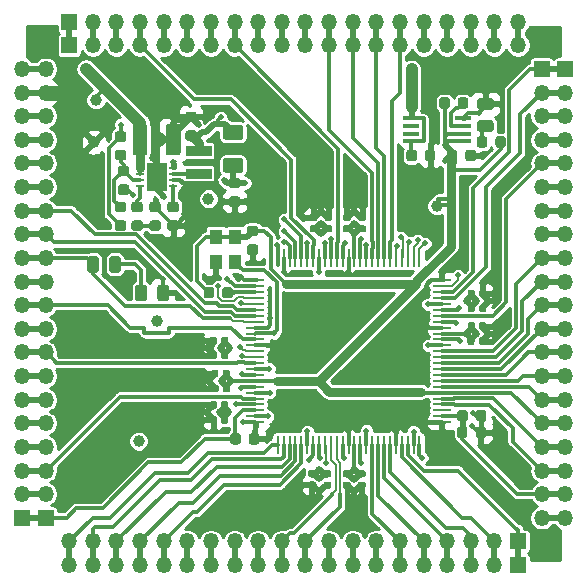
<source format=gbr>
G04 #@! TF.GenerationSoftware,KiCad,Pcbnew,5.0.2-bee76a0~70~ubuntu18.04.1*
G04 #@! TF.CreationDate,2019-11-19T20:55:50-08:00*
G04 #@! TF.ProjectId,A3P250_Dev_Board,41335032-3530-45f4-9465-765f426f6172,rev?*
G04 #@! TF.SameCoordinates,Original*
G04 #@! TF.FileFunction,Copper,L1,Top*
G04 #@! TF.FilePolarity,Positive*
%FSLAX46Y46*%
G04 Gerber Fmt 4.6, Leading zero omitted, Abs format (unit mm)*
G04 Created by KiCad (PCBNEW 5.0.2-bee76a0~70~ubuntu18.04.1) date Tue 19 Nov 2019 08:55:50 PM PST*
%MOMM*%
%LPD*%
G01*
G04 APERTURE LIST*
G04 #@! TA.AperFunction,ComponentPad*
%ADD10O,1.350000X1.350000*%
G04 #@! TD*
G04 #@! TA.AperFunction,ComponentPad*
%ADD11R,1.350000X1.350000*%
G04 #@! TD*
G04 #@! TA.AperFunction,Conductor*
%ADD12C,0.100000*%
G04 #@! TD*
G04 #@! TA.AperFunction,SMDPad,CuDef*
%ADD13C,0.590000*%
G04 #@! TD*
G04 #@! TA.AperFunction,SMDPad,CuDef*
%ADD14C,0.875000*%
G04 #@! TD*
G04 #@! TA.AperFunction,SMDPad,CuDef*
%ADD15C,0.975000*%
G04 #@! TD*
G04 #@! TA.AperFunction,SMDPad,CuDef*
%ADD16R,2.300000X0.850000*%
G04 #@! TD*
G04 #@! TA.AperFunction,SMDPad,CuDef*
%ADD17C,1.250000*%
G04 #@! TD*
G04 #@! TA.AperFunction,SMDPad,CuDef*
%ADD18R,1.660000X2.380000*%
G04 #@! TD*
G04 #@! TA.AperFunction,SMDPad,CuDef*
%ADD19R,0.700000X0.250000*%
G04 #@! TD*
G04 #@! TA.AperFunction,SMDPad,CuDef*
%ADD20R,1.450000X0.450000*%
G04 #@! TD*
G04 #@! TA.AperFunction,SMDPad,CuDef*
%ADD21R,1.100000X1.300000*%
G04 #@! TD*
G04 #@! TA.AperFunction,SMDPad,CuDef*
%ADD22R,0.280000X1.500000*%
G04 #@! TD*
G04 #@! TA.AperFunction,SMDPad,CuDef*
%ADD23R,1.500000X0.280000*%
G04 #@! TD*
G04 #@! TA.AperFunction,ComponentPad*
%ADD24C,1.000000*%
G04 #@! TD*
G04 #@! TA.AperFunction,ViaPad*
%ADD25C,0.508000*%
G04 #@! TD*
G04 #@! TA.AperFunction,Conductor*
%ADD26C,0.508000*%
G04 #@! TD*
G04 #@! TA.AperFunction,Conductor*
%ADD27C,0.304800*%
G04 #@! TD*
G04 #@! TA.AperFunction,Conductor*
%ADD28C,1.270000*%
G04 #@! TD*
G04 #@! TA.AperFunction,Conductor*
%ADD29C,0.762000*%
G04 #@! TD*
G04 #@! TA.AperFunction,Conductor*
%ADD30C,0.203200*%
G04 #@! TD*
G04 #@! TA.AperFunction,Conductor*
%ADD31C,1.016000*%
G04 #@! TD*
G04 #@! TA.AperFunction,Conductor*
%ADD32C,0.254000*%
G04 #@! TD*
G04 APERTURE END LIST*
D10*
G04 #@! TO.P,J3,20*
G04 #@! TO.N,Net-(J3-Pad20)*
X104870000Y-132270000D03*
G04 #@! TO.P,J3,19*
G04 #@! TO.N,Net-(J3-Pad19)*
X106870000Y-132270000D03*
G04 #@! TO.P,J3,18*
G04 #@! TO.N,Net-(J3-Pad18)*
X108870000Y-132270000D03*
G04 #@! TO.P,J3,17*
G04 #@! TO.N,Net-(J3-Pad17)*
X110870000Y-132270000D03*
G04 #@! TO.P,J3,16*
G04 #@! TO.N,Net-(J3-Pad16)*
X112870000Y-132270000D03*
G04 #@! TO.P,J3,15*
G04 #@! TO.N,Net-(J3-Pad15)*
X114870000Y-132270000D03*
G04 #@! TO.P,J3,14*
G04 #@! TO.N,Net-(J3-Pad14)*
X116870000Y-132270000D03*
G04 #@! TO.P,J3,13*
G04 #@! TO.N,Net-(J3-Pad13)*
X118870000Y-132270000D03*
G04 #@! TO.P,J3,12*
G04 #@! TO.N,Net-(J3-Pad12)*
X120870000Y-132270000D03*
G04 #@! TO.P,J3,11*
G04 #@! TO.N,Net-(J3-Pad11)*
X122870000Y-132270000D03*
G04 #@! TO.P,J3,10*
G04 #@! TO.N,Net-(J3-Pad10)*
X124870000Y-132270000D03*
G04 #@! TO.P,J3,9*
G04 #@! TO.N,Net-(C26-Pad1)*
X126870000Y-132270000D03*
G04 #@! TO.P,J3,8*
G04 #@! TO.N,Net-(J3-Pad8)*
X128870000Y-132270000D03*
G04 #@! TO.P,J3,7*
G04 #@! TO.N,Net-(J3-Pad7)*
X130870000Y-132270000D03*
G04 #@! TO.P,J3,6*
G04 #@! TO.N,Net-(J3-Pad6)*
X132870000Y-132270000D03*
G04 #@! TO.P,J3,5*
G04 #@! TO.N,Net-(J3-Pad5)*
X134870000Y-132270000D03*
G04 #@! TO.P,J3,4*
G04 #@! TO.N,Net-(J3-Pad4)*
X136870000Y-132270000D03*
G04 #@! TO.P,J3,3*
G04 #@! TO.N,Net-(J3-Pad3)*
X138870000Y-132270000D03*
G04 #@! TO.P,J3,2*
G04 #@! TO.N,TCK*
X140870000Y-132270000D03*
D11*
G04 #@! TO.P,J3,1*
G04 #@! TO.N,TDI*
X142870000Y-132270000D03*
G04 #@! TD*
G04 #@! TO.P,J2,1*
G04 #@! TO.N,Net-(J2-Pad1)*
X146870000Y-90270000D03*
D10*
G04 #@! TO.P,J2,2*
G04 #@! TO.N,Net-(J2-Pad2)*
X146870000Y-92270000D03*
G04 #@! TO.P,J2,3*
G04 #@! TO.N,Net-(J2-Pad3)*
X146870000Y-94270000D03*
G04 #@! TO.P,J2,4*
G04 #@! TO.N,Net-(J2-Pad4)*
X146870000Y-96270000D03*
G04 #@! TO.P,J2,5*
G04 #@! TO.N,Net-(J2-Pad5)*
X146870000Y-98270000D03*
G04 #@! TO.P,J2,6*
G04 #@! TO.N,Net-(C24-Pad1)*
X146870000Y-100270000D03*
G04 #@! TO.P,J2,7*
G04 #@! TO.N,Net-(J2-Pad7)*
X146870000Y-102270000D03*
G04 #@! TO.P,J2,8*
G04 #@! TO.N,Net-(J2-Pad8)*
X146870000Y-104270000D03*
G04 #@! TO.P,J2,9*
G04 #@! TO.N,Net-(J2-Pad9)*
X146870000Y-106270000D03*
G04 #@! TO.P,J2,10*
G04 #@! TO.N,Net-(J2-Pad10)*
X146870000Y-108270000D03*
G04 #@! TO.P,J2,11*
G04 #@! TO.N,Net-(J2-Pad11)*
X146870000Y-110270000D03*
G04 #@! TO.P,J2,12*
G04 #@! TO.N,Net-(J2-Pad12)*
X146870000Y-112270000D03*
G04 #@! TO.P,J2,13*
G04 #@! TO.N,Net-(J2-Pad13)*
X146870000Y-114270000D03*
G04 #@! TO.P,J2,14*
G04 #@! TO.N,Net-(J2-Pad14)*
X146870000Y-116270000D03*
G04 #@! TO.P,J2,15*
G04 #@! TO.N,Net-(J2-Pad15)*
X146870000Y-118270000D03*
G04 #@! TO.P,J2,16*
G04 #@! TO.N,VCCIB3*
X146870000Y-120270000D03*
G04 #@! TO.P,J2,17*
G04 #@! TO.N,TRST*
X146870000Y-122270000D03*
G04 #@! TO.P,J2,18*
G04 #@! TO.N,TDO*
X146870000Y-124270000D03*
G04 #@! TO.P,J2,19*
G04 #@! TO.N,VPUMP*
X146870000Y-126270000D03*
G04 #@! TO.P,J2,20*
G04 #@! TO.N,TMS*
X146870000Y-128270000D03*
G04 #@! TD*
G04 #@! TO.P,J1,20*
G04 #@! TO.N,Net-(J1-Pad20)*
X142870000Y-86270000D03*
G04 #@! TO.P,J1,19*
G04 #@! TO.N,Net-(J1-Pad19)*
X140870000Y-86270000D03*
G04 #@! TO.P,J1,18*
G04 #@! TO.N,Net-(J1-Pad18)*
X138870000Y-86270000D03*
G04 #@! TO.P,J1,17*
G04 #@! TO.N,Net-(J1-Pad17)*
X136870000Y-86270000D03*
G04 #@! TO.P,J1,16*
G04 #@! TO.N,Net-(J1-Pad16)*
X134870000Y-86270000D03*
G04 #@! TO.P,J1,15*
G04 #@! TO.N,Net-(J1-Pad15)*
X132870000Y-86270000D03*
G04 #@! TO.P,J1,14*
G04 #@! TO.N,Net-(J1-Pad14)*
X130870000Y-86270000D03*
G04 #@! TO.P,J1,13*
G04 #@! TO.N,Net-(J1-Pad13)*
X128870000Y-86270000D03*
G04 #@! TO.P,J1,12*
G04 #@! TO.N,Net-(J1-Pad12)*
X126870000Y-86270000D03*
G04 #@! TO.P,J1,11*
G04 #@! TO.N,Net-(J1-Pad11)*
X124870000Y-86270000D03*
G04 #@! TO.P,J1,10*
G04 #@! TO.N,Net-(J1-Pad10)*
X122870000Y-86270000D03*
G04 #@! TO.P,J1,9*
G04 #@! TO.N,Net-(C22-Pad1)*
X120870000Y-86270000D03*
G04 #@! TO.P,J1,8*
G04 #@! TO.N,Net-(J1-Pad8)*
X118870000Y-86270000D03*
G04 #@! TO.P,J1,7*
G04 #@! TO.N,Net-(J1-Pad7)*
X116870000Y-86270000D03*
G04 #@! TO.P,J1,6*
G04 #@! TO.N,Net-(J1-Pad6)*
X114870000Y-86270000D03*
G04 #@! TO.P,J1,5*
G04 #@! TO.N,Net-(J1-Pad5)*
X112870000Y-86270000D03*
G04 #@! TO.P,J1,4*
G04 #@! TO.N,Net-(J1-Pad4)*
X110870000Y-86270000D03*
G04 #@! TO.P,J1,3*
G04 #@! TO.N,Net-(J1-Pad3)*
X108870000Y-86270000D03*
G04 #@! TO.P,J1,2*
G04 #@! TO.N,Net-(J1-Pad2)*
X106870000Y-86270000D03*
D11*
G04 #@! TO.P,J1,1*
G04 #@! TO.N,Net-(J1-Pad1)*
X104870000Y-86270000D03*
G04 #@! TD*
G04 #@! TO.P,J4,1*
G04 #@! TO.N,Net-(J4-Pad1)*
X100870000Y-128270000D03*
D10*
G04 #@! TO.P,J4,2*
G04 #@! TO.N,Net-(J4-Pad2)*
X100870000Y-126270000D03*
G04 #@! TO.P,J4,3*
G04 #@! TO.N,Net-(J4-Pad3)*
X100870000Y-124270000D03*
G04 #@! TO.P,J4,4*
G04 #@! TO.N,Net-(J4-Pad4)*
X100870000Y-122270000D03*
G04 #@! TO.P,J4,5*
G04 #@! TO.N,Net-(J4-Pad5)*
X100870000Y-120270000D03*
G04 #@! TO.P,J4,6*
G04 #@! TO.N,VCCIB3*
X100870000Y-118270000D03*
G04 #@! TO.P,J4,7*
G04 #@! TO.N,Net-(J4-Pad7)*
X100870000Y-116270000D03*
G04 #@! TO.P,J4,8*
G04 #@! TO.N,Net-(J4-Pad8)*
X100870000Y-114270000D03*
G04 #@! TO.P,J4,9*
G04 #@! TO.N,Net-(J4-Pad9)*
X100870000Y-112270000D03*
G04 #@! TO.P,J4,10*
G04 #@! TO.N,Net-(J4-Pad10)*
X100870000Y-110270000D03*
G04 #@! TO.P,J4,11*
G04 #@! TO.N,Net-(J4-Pad11)*
X100870000Y-108270000D03*
G04 #@! TO.P,J4,12*
G04 #@! TO.N,Net-(D1-Pad2)*
X100870000Y-106270000D03*
G04 #@! TO.P,J4,13*
G04 #@! TO.N,Net-(J4-Pad13)*
X100870000Y-104270000D03*
G04 #@! TO.P,J4,14*
G04 #@! TO.N,Net-(J4-Pad14)*
X100870000Y-102270000D03*
G04 #@! TO.P,J4,15*
G04 #@! TO.N,Net-(J4-Pad15)*
X100870000Y-100270000D03*
G04 #@! TO.P,J4,16*
G04 #@! TO.N,Net-(J4-Pad16)*
X100870000Y-98270000D03*
G04 #@! TO.P,J4,17*
G04 #@! TO.N,Net-(J4-Pad17)*
X100870000Y-96270000D03*
G04 #@! TO.P,J4,18*
G04 #@! TO.N,GAA_IO00RSB0*
X100870000Y-94270000D03*
G04 #@! TO.P,J4,19*
G04 #@! TO.N,GND*
X100870000Y-92270000D03*
G04 #@! TO.P,J4,20*
G04 #@! TO.N,+5V*
X100870000Y-90270000D03*
G04 #@! TD*
G04 #@! TO.P,J4,20*
G04 #@! TO.N,+5V*
X102870000Y-90270000D03*
G04 #@! TO.P,J4,19*
G04 #@! TO.N,GND*
X102870000Y-92270000D03*
G04 #@! TO.P,J4,18*
G04 #@! TO.N,GAA_IO00RSB0*
X102870000Y-94270000D03*
G04 #@! TO.P,J4,17*
G04 #@! TO.N,Net-(J4-Pad17)*
X102870000Y-96270000D03*
G04 #@! TO.P,J4,16*
G04 #@! TO.N,Net-(J4-Pad16)*
X102870000Y-98270000D03*
G04 #@! TO.P,J4,15*
G04 #@! TO.N,Net-(J4-Pad15)*
X102870000Y-100270000D03*
G04 #@! TO.P,J4,14*
G04 #@! TO.N,Net-(J4-Pad14)*
X102870000Y-102270000D03*
G04 #@! TO.P,J4,13*
G04 #@! TO.N,Net-(J4-Pad13)*
X102870000Y-104270000D03*
G04 #@! TO.P,J4,12*
G04 #@! TO.N,Net-(D1-Pad2)*
X102870000Y-106270000D03*
G04 #@! TO.P,J4,11*
G04 #@! TO.N,Net-(J4-Pad11)*
X102870000Y-108270000D03*
G04 #@! TO.P,J4,10*
G04 #@! TO.N,Net-(J4-Pad10)*
X102870000Y-110270000D03*
G04 #@! TO.P,J4,9*
G04 #@! TO.N,Net-(J4-Pad9)*
X102870000Y-112270000D03*
G04 #@! TO.P,J4,8*
G04 #@! TO.N,Net-(J4-Pad8)*
X102870000Y-114270000D03*
G04 #@! TO.P,J4,7*
G04 #@! TO.N,Net-(J4-Pad7)*
X102870000Y-116270000D03*
G04 #@! TO.P,J4,6*
G04 #@! TO.N,VCCIB3*
X102870000Y-118270000D03*
G04 #@! TO.P,J4,5*
G04 #@! TO.N,Net-(J4-Pad5)*
X102870000Y-120270000D03*
G04 #@! TO.P,J4,4*
G04 #@! TO.N,Net-(J4-Pad4)*
X102870000Y-122270000D03*
G04 #@! TO.P,J4,3*
G04 #@! TO.N,Net-(J4-Pad3)*
X102870000Y-124270000D03*
G04 #@! TO.P,J4,2*
G04 #@! TO.N,Net-(J4-Pad2)*
X102870000Y-126270000D03*
D11*
G04 #@! TO.P,J4,1*
G04 #@! TO.N,Net-(J4-Pad1)*
X102870000Y-128270000D03*
G04 #@! TD*
G04 #@! TO.P,J3,1*
G04 #@! TO.N,TDI*
X142870000Y-130270000D03*
D10*
G04 #@! TO.P,J3,2*
G04 #@! TO.N,TCK*
X140870000Y-130270000D03*
G04 #@! TO.P,J3,3*
G04 #@! TO.N,Net-(J3-Pad3)*
X138870000Y-130270000D03*
G04 #@! TO.P,J3,4*
G04 #@! TO.N,Net-(J3-Pad4)*
X136870000Y-130270000D03*
G04 #@! TO.P,J3,5*
G04 #@! TO.N,Net-(J3-Pad5)*
X134870000Y-130270000D03*
G04 #@! TO.P,J3,6*
G04 #@! TO.N,Net-(J3-Pad6)*
X132870000Y-130270000D03*
G04 #@! TO.P,J3,7*
G04 #@! TO.N,Net-(J3-Pad7)*
X130870000Y-130270000D03*
G04 #@! TO.P,J3,8*
G04 #@! TO.N,Net-(J3-Pad8)*
X128870000Y-130270000D03*
G04 #@! TO.P,J3,9*
G04 #@! TO.N,Net-(C26-Pad1)*
X126870000Y-130270000D03*
G04 #@! TO.P,J3,10*
G04 #@! TO.N,Net-(J3-Pad10)*
X124870000Y-130270000D03*
G04 #@! TO.P,J3,11*
G04 #@! TO.N,Net-(J3-Pad11)*
X122870000Y-130270000D03*
G04 #@! TO.P,J3,12*
G04 #@! TO.N,Net-(J3-Pad12)*
X120870000Y-130270000D03*
G04 #@! TO.P,J3,13*
G04 #@! TO.N,Net-(J3-Pad13)*
X118870000Y-130270000D03*
G04 #@! TO.P,J3,14*
G04 #@! TO.N,Net-(J3-Pad14)*
X116870000Y-130270000D03*
G04 #@! TO.P,J3,15*
G04 #@! TO.N,Net-(J3-Pad15)*
X114870000Y-130270000D03*
G04 #@! TO.P,J3,16*
G04 #@! TO.N,Net-(J3-Pad16)*
X112870000Y-130270000D03*
G04 #@! TO.P,J3,17*
G04 #@! TO.N,Net-(J3-Pad17)*
X110870000Y-130270000D03*
G04 #@! TO.P,J3,18*
G04 #@! TO.N,Net-(J3-Pad18)*
X108870000Y-130270000D03*
G04 #@! TO.P,J3,19*
G04 #@! TO.N,Net-(J3-Pad19)*
X106870000Y-130270000D03*
G04 #@! TO.P,J3,20*
G04 #@! TO.N,Net-(J3-Pad20)*
X104870000Y-130270000D03*
G04 #@! TD*
D12*
G04 #@! TO.N,GND*
G04 #@! TO.C,C25*
G36*
X140016758Y-112990110D02*
X140031076Y-112992234D01*
X140045117Y-112995751D01*
X140058746Y-113000628D01*
X140071831Y-113006817D01*
X140084247Y-113014258D01*
X140095873Y-113022881D01*
X140106598Y-113032602D01*
X140116319Y-113043327D01*
X140124942Y-113054953D01*
X140132383Y-113067369D01*
X140138572Y-113080454D01*
X140143449Y-113094083D01*
X140146966Y-113108124D01*
X140149090Y-113122442D01*
X140149800Y-113136900D01*
X140149800Y-113481900D01*
X140149090Y-113496358D01*
X140146966Y-113510676D01*
X140143449Y-113524717D01*
X140138572Y-113538346D01*
X140132383Y-113551431D01*
X140124942Y-113563847D01*
X140116319Y-113575473D01*
X140106598Y-113586198D01*
X140095873Y-113595919D01*
X140084247Y-113604542D01*
X140071831Y-113611983D01*
X140058746Y-113618172D01*
X140045117Y-113623049D01*
X140031076Y-113626566D01*
X140016758Y-113628690D01*
X140002300Y-113629400D01*
X139707300Y-113629400D01*
X139692842Y-113628690D01*
X139678524Y-113626566D01*
X139664483Y-113623049D01*
X139650854Y-113618172D01*
X139637769Y-113611983D01*
X139625353Y-113604542D01*
X139613727Y-113595919D01*
X139603002Y-113586198D01*
X139593281Y-113575473D01*
X139584658Y-113563847D01*
X139577217Y-113551431D01*
X139571028Y-113538346D01*
X139566151Y-113524717D01*
X139562634Y-113510676D01*
X139560510Y-113496358D01*
X139559800Y-113481900D01*
X139559800Y-113136900D01*
X139560510Y-113122442D01*
X139562634Y-113108124D01*
X139566151Y-113094083D01*
X139571028Y-113080454D01*
X139577217Y-113067369D01*
X139584658Y-113054953D01*
X139593281Y-113043327D01*
X139603002Y-113032602D01*
X139613727Y-113022881D01*
X139625353Y-113014258D01*
X139637769Y-113006817D01*
X139650854Y-113000628D01*
X139664483Y-112995751D01*
X139678524Y-112992234D01*
X139692842Y-112990110D01*
X139707300Y-112989400D01*
X140002300Y-112989400D01*
X140016758Y-112990110D01*
X140016758Y-112990110D01*
G37*
D13*
G04 #@! TD*
G04 #@! TO.P,C25,2*
G04 #@! TO.N,GND*
X139854800Y-113309400D03*
D12*
G04 #@! TO.N,Net-(C24-Pad1)*
G04 #@! TO.C,C25*
G36*
X139046758Y-112990110D02*
X139061076Y-112992234D01*
X139075117Y-112995751D01*
X139088746Y-113000628D01*
X139101831Y-113006817D01*
X139114247Y-113014258D01*
X139125873Y-113022881D01*
X139136598Y-113032602D01*
X139146319Y-113043327D01*
X139154942Y-113054953D01*
X139162383Y-113067369D01*
X139168572Y-113080454D01*
X139173449Y-113094083D01*
X139176966Y-113108124D01*
X139179090Y-113122442D01*
X139179800Y-113136900D01*
X139179800Y-113481900D01*
X139179090Y-113496358D01*
X139176966Y-113510676D01*
X139173449Y-113524717D01*
X139168572Y-113538346D01*
X139162383Y-113551431D01*
X139154942Y-113563847D01*
X139146319Y-113575473D01*
X139136598Y-113586198D01*
X139125873Y-113595919D01*
X139114247Y-113604542D01*
X139101831Y-113611983D01*
X139088746Y-113618172D01*
X139075117Y-113623049D01*
X139061076Y-113626566D01*
X139046758Y-113628690D01*
X139032300Y-113629400D01*
X138737300Y-113629400D01*
X138722842Y-113628690D01*
X138708524Y-113626566D01*
X138694483Y-113623049D01*
X138680854Y-113618172D01*
X138667769Y-113611983D01*
X138655353Y-113604542D01*
X138643727Y-113595919D01*
X138633002Y-113586198D01*
X138623281Y-113575473D01*
X138614658Y-113563847D01*
X138607217Y-113551431D01*
X138601028Y-113538346D01*
X138596151Y-113524717D01*
X138592634Y-113510676D01*
X138590510Y-113496358D01*
X138589800Y-113481900D01*
X138589800Y-113136900D01*
X138590510Y-113122442D01*
X138592634Y-113108124D01*
X138596151Y-113094083D01*
X138601028Y-113080454D01*
X138607217Y-113067369D01*
X138614658Y-113054953D01*
X138623281Y-113043327D01*
X138633002Y-113032602D01*
X138643727Y-113022881D01*
X138655353Y-113014258D01*
X138667769Y-113006817D01*
X138680854Y-113000628D01*
X138694483Y-112995751D01*
X138708524Y-112992234D01*
X138722842Y-112990110D01*
X138737300Y-112989400D01*
X139032300Y-112989400D01*
X139046758Y-112990110D01*
X139046758Y-112990110D01*
G37*
D13*
G04 #@! TD*
G04 #@! TO.P,C25,1*
G04 #@! TO.N,Net-(C24-Pad1)*
X138884800Y-113309400D03*
D12*
G04 #@! TO.N,Net-(C24-Pad1)*
G04 #@! TO.C,C24*
G36*
X139072158Y-111720110D02*
X139086476Y-111722234D01*
X139100517Y-111725751D01*
X139114146Y-111730628D01*
X139127231Y-111736817D01*
X139139647Y-111744258D01*
X139151273Y-111752881D01*
X139161998Y-111762602D01*
X139171719Y-111773327D01*
X139180342Y-111784953D01*
X139187783Y-111797369D01*
X139193972Y-111810454D01*
X139198849Y-111824083D01*
X139202366Y-111838124D01*
X139204490Y-111852442D01*
X139205200Y-111866900D01*
X139205200Y-112211900D01*
X139204490Y-112226358D01*
X139202366Y-112240676D01*
X139198849Y-112254717D01*
X139193972Y-112268346D01*
X139187783Y-112281431D01*
X139180342Y-112293847D01*
X139171719Y-112305473D01*
X139161998Y-112316198D01*
X139151273Y-112325919D01*
X139139647Y-112334542D01*
X139127231Y-112341983D01*
X139114146Y-112348172D01*
X139100517Y-112353049D01*
X139086476Y-112356566D01*
X139072158Y-112358690D01*
X139057700Y-112359400D01*
X138762700Y-112359400D01*
X138748242Y-112358690D01*
X138733924Y-112356566D01*
X138719883Y-112353049D01*
X138706254Y-112348172D01*
X138693169Y-112341983D01*
X138680753Y-112334542D01*
X138669127Y-112325919D01*
X138658402Y-112316198D01*
X138648681Y-112305473D01*
X138640058Y-112293847D01*
X138632617Y-112281431D01*
X138626428Y-112268346D01*
X138621551Y-112254717D01*
X138618034Y-112240676D01*
X138615910Y-112226358D01*
X138615200Y-112211900D01*
X138615200Y-111866900D01*
X138615910Y-111852442D01*
X138618034Y-111838124D01*
X138621551Y-111824083D01*
X138626428Y-111810454D01*
X138632617Y-111797369D01*
X138640058Y-111784953D01*
X138648681Y-111773327D01*
X138658402Y-111762602D01*
X138669127Y-111752881D01*
X138680753Y-111744258D01*
X138693169Y-111736817D01*
X138706254Y-111730628D01*
X138719883Y-111725751D01*
X138733924Y-111722234D01*
X138748242Y-111720110D01*
X138762700Y-111719400D01*
X139057700Y-111719400D01*
X139072158Y-111720110D01*
X139072158Y-111720110D01*
G37*
D13*
G04 #@! TD*
G04 #@! TO.P,C24,1*
G04 #@! TO.N,Net-(C24-Pad1)*
X138910200Y-112039400D03*
D12*
G04 #@! TO.N,GND*
G04 #@! TO.C,C24*
G36*
X140042158Y-111720110D02*
X140056476Y-111722234D01*
X140070517Y-111725751D01*
X140084146Y-111730628D01*
X140097231Y-111736817D01*
X140109647Y-111744258D01*
X140121273Y-111752881D01*
X140131998Y-111762602D01*
X140141719Y-111773327D01*
X140150342Y-111784953D01*
X140157783Y-111797369D01*
X140163972Y-111810454D01*
X140168849Y-111824083D01*
X140172366Y-111838124D01*
X140174490Y-111852442D01*
X140175200Y-111866900D01*
X140175200Y-112211900D01*
X140174490Y-112226358D01*
X140172366Y-112240676D01*
X140168849Y-112254717D01*
X140163972Y-112268346D01*
X140157783Y-112281431D01*
X140150342Y-112293847D01*
X140141719Y-112305473D01*
X140131998Y-112316198D01*
X140121273Y-112325919D01*
X140109647Y-112334542D01*
X140097231Y-112341983D01*
X140084146Y-112348172D01*
X140070517Y-112353049D01*
X140056476Y-112356566D01*
X140042158Y-112358690D01*
X140027700Y-112359400D01*
X139732700Y-112359400D01*
X139718242Y-112358690D01*
X139703924Y-112356566D01*
X139689883Y-112353049D01*
X139676254Y-112348172D01*
X139663169Y-112341983D01*
X139650753Y-112334542D01*
X139639127Y-112325919D01*
X139628402Y-112316198D01*
X139618681Y-112305473D01*
X139610058Y-112293847D01*
X139602617Y-112281431D01*
X139596428Y-112268346D01*
X139591551Y-112254717D01*
X139588034Y-112240676D01*
X139585910Y-112226358D01*
X139585200Y-112211900D01*
X139585200Y-111866900D01*
X139585910Y-111852442D01*
X139588034Y-111838124D01*
X139591551Y-111824083D01*
X139596428Y-111810454D01*
X139602617Y-111797369D01*
X139610058Y-111784953D01*
X139618681Y-111773327D01*
X139628402Y-111762602D01*
X139639127Y-111752881D01*
X139650753Y-111744258D01*
X139663169Y-111736817D01*
X139676254Y-111730628D01*
X139689883Y-111725751D01*
X139703924Y-111722234D01*
X139718242Y-111720110D01*
X139732700Y-111719400D01*
X140027700Y-111719400D01*
X140042158Y-111720110D01*
X140042158Y-111720110D01*
G37*
D13*
G04 #@! TD*
G04 #@! TO.P,C24,2*
G04 #@! TO.N,GND*
X139880200Y-112039400D03*
D12*
G04 #@! TO.N,Net-(C10-Pad1)*
G04 #@! TO.C,C14*
G36*
X118198158Y-118400310D02*
X118212476Y-118402434D01*
X118226517Y-118405951D01*
X118240146Y-118410828D01*
X118253231Y-118417017D01*
X118265647Y-118424458D01*
X118277273Y-118433081D01*
X118287998Y-118442802D01*
X118297719Y-118453527D01*
X118306342Y-118465153D01*
X118313783Y-118477569D01*
X118319972Y-118490654D01*
X118324849Y-118504283D01*
X118328366Y-118518324D01*
X118330490Y-118532642D01*
X118331200Y-118547100D01*
X118331200Y-118892100D01*
X118330490Y-118906558D01*
X118328366Y-118920876D01*
X118324849Y-118934917D01*
X118319972Y-118948546D01*
X118313783Y-118961631D01*
X118306342Y-118974047D01*
X118297719Y-118985673D01*
X118287998Y-118996398D01*
X118277273Y-119006119D01*
X118265647Y-119014742D01*
X118253231Y-119022183D01*
X118240146Y-119028372D01*
X118226517Y-119033249D01*
X118212476Y-119036766D01*
X118198158Y-119038890D01*
X118183700Y-119039600D01*
X117888700Y-119039600D01*
X117874242Y-119038890D01*
X117859924Y-119036766D01*
X117845883Y-119033249D01*
X117832254Y-119028372D01*
X117819169Y-119022183D01*
X117806753Y-119014742D01*
X117795127Y-119006119D01*
X117784402Y-118996398D01*
X117774681Y-118985673D01*
X117766058Y-118974047D01*
X117758617Y-118961631D01*
X117752428Y-118948546D01*
X117747551Y-118934917D01*
X117744034Y-118920876D01*
X117741910Y-118906558D01*
X117741200Y-118892100D01*
X117741200Y-118547100D01*
X117741910Y-118532642D01*
X117744034Y-118518324D01*
X117747551Y-118504283D01*
X117752428Y-118490654D01*
X117758617Y-118477569D01*
X117766058Y-118465153D01*
X117774681Y-118453527D01*
X117784402Y-118442802D01*
X117795127Y-118433081D01*
X117806753Y-118424458D01*
X117819169Y-118417017D01*
X117832254Y-118410828D01*
X117845883Y-118405951D01*
X117859924Y-118402434D01*
X117874242Y-118400310D01*
X117888700Y-118399600D01*
X118183700Y-118399600D01*
X118198158Y-118400310D01*
X118198158Y-118400310D01*
G37*
D13*
G04 #@! TD*
G04 #@! TO.P,C14,1*
G04 #@! TO.N,Net-(C10-Pad1)*
X118036200Y-118719600D03*
D12*
G04 #@! TO.N,GND*
G04 #@! TO.C,C14*
G36*
X117228158Y-118400310D02*
X117242476Y-118402434D01*
X117256517Y-118405951D01*
X117270146Y-118410828D01*
X117283231Y-118417017D01*
X117295647Y-118424458D01*
X117307273Y-118433081D01*
X117317998Y-118442802D01*
X117327719Y-118453527D01*
X117336342Y-118465153D01*
X117343783Y-118477569D01*
X117349972Y-118490654D01*
X117354849Y-118504283D01*
X117358366Y-118518324D01*
X117360490Y-118532642D01*
X117361200Y-118547100D01*
X117361200Y-118892100D01*
X117360490Y-118906558D01*
X117358366Y-118920876D01*
X117354849Y-118934917D01*
X117349972Y-118948546D01*
X117343783Y-118961631D01*
X117336342Y-118974047D01*
X117327719Y-118985673D01*
X117317998Y-118996398D01*
X117307273Y-119006119D01*
X117295647Y-119014742D01*
X117283231Y-119022183D01*
X117270146Y-119028372D01*
X117256517Y-119033249D01*
X117242476Y-119036766D01*
X117228158Y-119038890D01*
X117213700Y-119039600D01*
X116918700Y-119039600D01*
X116904242Y-119038890D01*
X116889924Y-119036766D01*
X116875883Y-119033249D01*
X116862254Y-119028372D01*
X116849169Y-119022183D01*
X116836753Y-119014742D01*
X116825127Y-119006119D01*
X116814402Y-118996398D01*
X116804681Y-118985673D01*
X116796058Y-118974047D01*
X116788617Y-118961631D01*
X116782428Y-118948546D01*
X116777551Y-118934917D01*
X116774034Y-118920876D01*
X116771910Y-118906558D01*
X116771200Y-118892100D01*
X116771200Y-118547100D01*
X116771910Y-118532642D01*
X116774034Y-118518324D01*
X116777551Y-118504283D01*
X116782428Y-118490654D01*
X116788617Y-118477569D01*
X116796058Y-118465153D01*
X116804681Y-118453527D01*
X116814402Y-118442802D01*
X116825127Y-118433081D01*
X116836753Y-118424458D01*
X116849169Y-118417017D01*
X116862254Y-118410828D01*
X116875883Y-118405951D01*
X116889924Y-118402434D01*
X116904242Y-118400310D01*
X116918700Y-118399600D01*
X117213700Y-118399600D01*
X117228158Y-118400310D01*
X117228158Y-118400310D01*
G37*
D13*
G04 #@! TD*
G04 #@! TO.P,C14,2*
G04 #@! TO.N,GND*
X117066200Y-118719600D03*
D11*
G04 #@! TO.P,J1,1*
G04 #@! TO.N,Net-(J1-Pad1)*
X104870000Y-88270000D03*
D10*
G04 #@! TO.P,J1,2*
G04 #@! TO.N,Net-(J1-Pad2)*
X106870000Y-88270000D03*
G04 #@! TO.P,J1,3*
G04 #@! TO.N,Net-(J1-Pad3)*
X108870000Y-88270000D03*
G04 #@! TO.P,J1,4*
G04 #@! TO.N,Net-(J1-Pad4)*
X110870000Y-88270000D03*
G04 #@! TO.P,J1,5*
G04 #@! TO.N,Net-(J1-Pad5)*
X112870000Y-88270000D03*
G04 #@! TO.P,J1,6*
G04 #@! TO.N,Net-(J1-Pad6)*
X114870000Y-88270000D03*
G04 #@! TO.P,J1,7*
G04 #@! TO.N,Net-(J1-Pad7)*
X116870000Y-88270000D03*
G04 #@! TO.P,J1,8*
G04 #@! TO.N,Net-(J1-Pad8)*
X118870000Y-88270000D03*
G04 #@! TO.P,J1,9*
G04 #@! TO.N,Net-(C22-Pad1)*
X120870000Y-88270000D03*
G04 #@! TO.P,J1,10*
G04 #@! TO.N,Net-(J1-Pad10)*
X122870000Y-88270000D03*
G04 #@! TO.P,J1,11*
G04 #@! TO.N,Net-(J1-Pad11)*
X124870000Y-88270000D03*
G04 #@! TO.P,J1,12*
G04 #@! TO.N,Net-(J1-Pad12)*
X126870000Y-88270000D03*
G04 #@! TO.P,J1,13*
G04 #@! TO.N,Net-(J1-Pad13)*
X128870000Y-88270000D03*
G04 #@! TO.P,J1,14*
G04 #@! TO.N,Net-(J1-Pad14)*
X130870000Y-88270000D03*
G04 #@! TO.P,J1,15*
G04 #@! TO.N,Net-(J1-Pad15)*
X132870000Y-88270000D03*
G04 #@! TO.P,J1,16*
G04 #@! TO.N,Net-(J1-Pad16)*
X134870000Y-88270000D03*
G04 #@! TO.P,J1,17*
G04 #@! TO.N,Net-(J1-Pad17)*
X136870000Y-88270000D03*
G04 #@! TO.P,J1,18*
G04 #@! TO.N,Net-(J1-Pad18)*
X138870000Y-88270000D03*
G04 #@! TO.P,J1,19*
G04 #@! TO.N,Net-(J1-Pad19)*
X140870000Y-88270000D03*
G04 #@! TO.P,J1,20*
G04 #@! TO.N,Net-(J1-Pad20)*
X142870000Y-88270000D03*
G04 #@! TD*
G04 #@! TO.P,J2,20*
G04 #@! TO.N,TMS*
X144870000Y-128270000D03*
G04 #@! TO.P,J2,19*
G04 #@! TO.N,VPUMP*
X144870000Y-126270000D03*
G04 #@! TO.P,J2,18*
G04 #@! TO.N,TDO*
X144870000Y-124270000D03*
G04 #@! TO.P,J2,17*
G04 #@! TO.N,TRST*
X144870000Y-122270000D03*
G04 #@! TO.P,J2,16*
G04 #@! TO.N,VCCIB3*
X144870000Y-120270000D03*
G04 #@! TO.P,J2,15*
G04 #@! TO.N,Net-(J2-Pad15)*
X144870000Y-118270000D03*
G04 #@! TO.P,J2,14*
G04 #@! TO.N,Net-(J2-Pad14)*
X144870000Y-116270000D03*
G04 #@! TO.P,J2,13*
G04 #@! TO.N,Net-(J2-Pad13)*
X144870000Y-114270000D03*
G04 #@! TO.P,J2,12*
G04 #@! TO.N,Net-(J2-Pad12)*
X144870000Y-112270000D03*
G04 #@! TO.P,J2,11*
G04 #@! TO.N,Net-(J2-Pad11)*
X144870000Y-110270000D03*
G04 #@! TO.P,J2,10*
G04 #@! TO.N,Net-(J2-Pad10)*
X144870000Y-108270000D03*
G04 #@! TO.P,J2,9*
G04 #@! TO.N,Net-(J2-Pad9)*
X144870000Y-106270000D03*
G04 #@! TO.P,J2,8*
G04 #@! TO.N,Net-(J2-Pad8)*
X144870000Y-104270000D03*
G04 #@! TO.P,J2,7*
G04 #@! TO.N,Net-(J2-Pad7)*
X144870000Y-102270000D03*
G04 #@! TO.P,J2,6*
G04 #@! TO.N,Net-(C24-Pad1)*
X144870000Y-100270000D03*
G04 #@! TO.P,J2,5*
G04 #@! TO.N,Net-(J2-Pad5)*
X144870000Y-98270000D03*
G04 #@! TO.P,J2,4*
G04 #@! TO.N,Net-(J2-Pad4)*
X144870000Y-96270000D03*
G04 #@! TO.P,J2,3*
G04 #@! TO.N,Net-(J2-Pad3)*
X144870000Y-94270000D03*
G04 #@! TO.P,J2,2*
G04 #@! TO.N,Net-(J2-Pad2)*
X144870000Y-92270000D03*
D11*
G04 #@! TO.P,J2,1*
G04 #@! TO.N,Net-(J2-Pad1)*
X144870000Y-90270000D03*
G04 #@! TD*
D12*
G04 #@! TO.N,Net-(C4-Pad1)*
G04 #@! TO.C,C4*
G36*
X112418691Y-103094053D02*
X112439926Y-103097203D01*
X112460750Y-103102419D01*
X112480962Y-103109651D01*
X112500368Y-103118830D01*
X112518781Y-103129866D01*
X112536024Y-103142654D01*
X112551930Y-103157070D01*
X112566346Y-103172976D01*
X112579134Y-103190219D01*
X112590170Y-103208632D01*
X112599349Y-103228038D01*
X112606581Y-103248250D01*
X112611797Y-103269074D01*
X112614947Y-103290309D01*
X112616000Y-103311750D01*
X112616000Y-103749250D01*
X112614947Y-103770691D01*
X112611797Y-103791926D01*
X112606581Y-103812750D01*
X112599349Y-103832962D01*
X112590170Y-103852368D01*
X112579134Y-103870781D01*
X112566346Y-103888024D01*
X112551930Y-103903930D01*
X112536024Y-103918346D01*
X112518781Y-103931134D01*
X112500368Y-103942170D01*
X112480962Y-103951349D01*
X112460750Y-103958581D01*
X112439926Y-103963797D01*
X112418691Y-103966947D01*
X112397250Y-103968000D01*
X111884750Y-103968000D01*
X111863309Y-103966947D01*
X111842074Y-103963797D01*
X111821250Y-103958581D01*
X111801038Y-103951349D01*
X111781632Y-103942170D01*
X111763219Y-103931134D01*
X111745976Y-103918346D01*
X111730070Y-103903930D01*
X111715654Y-103888024D01*
X111702866Y-103870781D01*
X111691830Y-103852368D01*
X111682651Y-103832962D01*
X111675419Y-103812750D01*
X111670203Y-103791926D01*
X111667053Y-103770691D01*
X111666000Y-103749250D01*
X111666000Y-103311750D01*
X111667053Y-103290309D01*
X111670203Y-103269074D01*
X111675419Y-103248250D01*
X111682651Y-103228038D01*
X111691830Y-103208632D01*
X111702866Y-103190219D01*
X111715654Y-103172976D01*
X111730070Y-103157070D01*
X111745976Y-103142654D01*
X111763219Y-103129866D01*
X111781632Y-103118830D01*
X111801038Y-103109651D01*
X111821250Y-103102419D01*
X111842074Y-103097203D01*
X111863309Y-103094053D01*
X111884750Y-103093000D01*
X112397250Y-103093000D01*
X112418691Y-103094053D01*
X112418691Y-103094053D01*
G37*
D14*
G04 #@! TD*
G04 #@! TO.P,C4,1*
G04 #@! TO.N,Net-(C4-Pad1)*
X112141000Y-103530500D03*
D12*
G04 #@! TO.N,GND*
G04 #@! TO.C,C4*
G36*
X112418691Y-101519053D02*
X112439926Y-101522203D01*
X112460750Y-101527419D01*
X112480962Y-101534651D01*
X112500368Y-101543830D01*
X112518781Y-101554866D01*
X112536024Y-101567654D01*
X112551930Y-101582070D01*
X112566346Y-101597976D01*
X112579134Y-101615219D01*
X112590170Y-101633632D01*
X112599349Y-101653038D01*
X112606581Y-101673250D01*
X112611797Y-101694074D01*
X112614947Y-101715309D01*
X112616000Y-101736750D01*
X112616000Y-102174250D01*
X112614947Y-102195691D01*
X112611797Y-102216926D01*
X112606581Y-102237750D01*
X112599349Y-102257962D01*
X112590170Y-102277368D01*
X112579134Y-102295781D01*
X112566346Y-102313024D01*
X112551930Y-102328930D01*
X112536024Y-102343346D01*
X112518781Y-102356134D01*
X112500368Y-102367170D01*
X112480962Y-102376349D01*
X112460750Y-102383581D01*
X112439926Y-102388797D01*
X112418691Y-102391947D01*
X112397250Y-102393000D01*
X111884750Y-102393000D01*
X111863309Y-102391947D01*
X111842074Y-102388797D01*
X111821250Y-102383581D01*
X111801038Y-102376349D01*
X111781632Y-102367170D01*
X111763219Y-102356134D01*
X111745976Y-102343346D01*
X111730070Y-102328930D01*
X111715654Y-102313024D01*
X111702866Y-102295781D01*
X111691830Y-102277368D01*
X111682651Y-102257962D01*
X111675419Y-102237750D01*
X111670203Y-102216926D01*
X111667053Y-102195691D01*
X111666000Y-102174250D01*
X111666000Y-101736750D01*
X111667053Y-101715309D01*
X111670203Y-101694074D01*
X111675419Y-101673250D01*
X111682651Y-101653038D01*
X111691830Y-101633632D01*
X111702866Y-101615219D01*
X111715654Y-101597976D01*
X111730070Y-101582070D01*
X111745976Y-101567654D01*
X111763219Y-101554866D01*
X111781632Y-101543830D01*
X111801038Y-101534651D01*
X111821250Y-101527419D01*
X111842074Y-101522203D01*
X111863309Y-101519053D01*
X111884750Y-101518000D01*
X112397250Y-101518000D01*
X112418691Y-101519053D01*
X112418691Y-101519053D01*
G37*
D14*
G04 #@! TD*
G04 #@! TO.P,C4,2*
G04 #@! TO.N,GND*
X112141000Y-101955500D03*
D12*
G04 #@! TO.N,Net-(C9-Pad2)*
G04 #@! TO.C,C9*
G36*
X109497691Y-101519053D02*
X109518926Y-101522203D01*
X109539750Y-101527419D01*
X109559962Y-101534651D01*
X109579368Y-101543830D01*
X109597781Y-101554866D01*
X109615024Y-101567654D01*
X109630930Y-101582070D01*
X109645346Y-101597976D01*
X109658134Y-101615219D01*
X109669170Y-101633632D01*
X109678349Y-101653038D01*
X109685581Y-101673250D01*
X109690797Y-101694074D01*
X109693947Y-101715309D01*
X109695000Y-101736750D01*
X109695000Y-102174250D01*
X109693947Y-102195691D01*
X109690797Y-102216926D01*
X109685581Y-102237750D01*
X109678349Y-102257962D01*
X109669170Y-102277368D01*
X109658134Y-102295781D01*
X109645346Y-102313024D01*
X109630930Y-102328930D01*
X109615024Y-102343346D01*
X109597781Y-102356134D01*
X109579368Y-102367170D01*
X109559962Y-102376349D01*
X109539750Y-102383581D01*
X109518926Y-102388797D01*
X109497691Y-102391947D01*
X109476250Y-102393000D01*
X108963750Y-102393000D01*
X108942309Y-102391947D01*
X108921074Y-102388797D01*
X108900250Y-102383581D01*
X108880038Y-102376349D01*
X108860632Y-102367170D01*
X108842219Y-102356134D01*
X108824976Y-102343346D01*
X108809070Y-102328930D01*
X108794654Y-102313024D01*
X108781866Y-102295781D01*
X108770830Y-102277368D01*
X108761651Y-102257962D01*
X108754419Y-102237750D01*
X108749203Y-102216926D01*
X108746053Y-102195691D01*
X108745000Y-102174250D01*
X108745000Y-101736750D01*
X108746053Y-101715309D01*
X108749203Y-101694074D01*
X108754419Y-101673250D01*
X108761651Y-101653038D01*
X108770830Y-101633632D01*
X108781866Y-101615219D01*
X108794654Y-101597976D01*
X108809070Y-101582070D01*
X108824976Y-101567654D01*
X108842219Y-101554866D01*
X108860632Y-101543830D01*
X108880038Y-101534651D01*
X108900250Y-101527419D01*
X108921074Y-101522203D01*
X108942309Y-101519053D01*
X108963750Y-101518000D01*
X109476250Y-101518000D01*
X109497691Y-101519053D01*
X109497691Y-101519053D01*
G37*
D14*
G04 #@! TD*
G04 #@! TO.P,C9,2*
G04 #@! TO.N,Net-(C9-Pad2)*
X109220000Y-101955500D03*
D12*
G04 #@! TO.N,Net-(C10-Pad1)*
G04 #@! TO.C,C9*
G36*
X109497691Y-103094053D02*
X109518926Y-103097203D01*
X109539750Y-103102419D01*
X109559962Y-103109651D01*
X109579368Y-103118830D01*
X109597781Y-103129866D01*
X109615024Y-103142654D01*
X109630930Y-103157070D01*
X109645346Y-103172976D01*
X109658134Y-103190219D01*
X109669170Y-103208632D01*
X109678349Y-103228038D01*
X109685581Y-103248250D01*
X109690797Y-103269074D01*
X109693947Y-103290309D01*
X109695000Y-103311750D01*
X109695000Y-103749250D01*
X109693947Y-103770691D01*
X109690797Y-103791926D01*
X109685581Y-103812750D01*
X109678349Y-103832962D01*
X109669170Y-103852368D01*
X109658134Y-103870781D01*
X109645346Y-103888024D01*
X109630930Y-103903930D01*
X109615024Y-103918346D01*
X109597781Y-103931134D01*
X109579368Y-103942170D01*
X109559962Y-103951349D01*
X109539750Y-103958581D01*
X109518926Y-103963797D01*
X109497691Y-103966947D01*
X109476250Y-103968000D01*
X108963750Y-103968000D01*
X108942309Y-103966947D01*
X108921074Y-103963797D01*
X108900250Y-103958581D01*
X108880038Y-103951349D01*
X108860632Y-103942170D01*
X108842219Y-103931134D01*
X108824976Y-103918346D01*
X108809070Y-103903930D01*
X108794654Y-103888024D01*
X108781866Y-103870781D01*
X108770830Y-103852368D01*
X108761651Y-103832962D01*
X108754419Y-103812750D01*
X108749203Y-103791926D01*
X108746053Y-103770691D01*
X108745000Y-103749250D01*
X108745000Y-103311750D01*
X108746053Y-103290309D01*
X108749203Y-103269074D01*
X108754419Y-103248250D01*
X108761651Y-103228038D01*
X108770830Y-103208632D01*
X108781866Y-103190219D01*
X108794654Y-103172976D01*
X108809070Y-103157070D01*
X108824976Y-103142654D01*
X108842219Y-103129866D01*
X108860632Y-103118830D01*
X108880038Y-103109651D01*
X108900250Y-103102419D01*
X108921074Y-103097203D01*
X108942309Y-103094053D01*
X108963750Y-103093000D01*
X109476250Y-103093000D01*
X109497691Y-103094053D01*
X109497691Y-103094053D01*
G37*
D14*
G04 #@! TD*
G04 #@! TO.P,C9,1*
G04 #@! TO.N,Net-(C10-Pad1)*
X109220000Y-103530500D03*
D12*
G04 #@! TO.N,Net-(D1-Pad2)*
G04 #@! TO.C,D1*
G36*
X107153142Y-106108174D02*
X107176803Y-106111684D01*
X107200007Y-106117496D01*
X107222529Y-106125554D01*
X107244153Y-106135782D01*
X107264670Y-106148079D01*
X107283883Y-106162329D01*
X107301607Y-106178393D01*
X107317671Y-106196117D01*
X107331921Y-106215330D01*
X107344218Y-106235847D01*
X107354446Y-106257471D01*
X107362504Y-106279993D01*
X107368316Y-106303197D01*
X107371826Y-106326858D01*
X107373000Y-106350750D01*
X107373000Y-107263250D01*
X107371826Y-107287142D01*
X107368316Y-107310803D01*
X107362504Y-107334007D01*
X107354446Y-107356529D01*
X107344218Y-107378153D01*
X107331921Y-107398670D01*
X107317671Y-107417883D01*
X107301607Y-107435607D01*
X107283883Y-107451671D01*
X107264670Y-107465921D01*
X107244153Y-107478218D01*
X107222529Y-107488446D01*
X107200007Y-107496504D01*
X107176803Y-107502316D01*
X107153142Y-107505826D01*
X107129250Y-107507000D01*
X106641750Y-107507000D01*
X106617858Y-107505826D01*
X106594197Y-107502316D01*
X106570993Y-107496504D01*
X106548471Y-107488446D01*
X106526847Y-107478218D01*
X106506330Y-107465921D01*
X106487117Y-107451671D01*
X106469393Y-107435607D01*
X106453329Y-107417883D01*
X106439079Y-107398670D01*
X106426782Y-107378153D01*
X106416554Y-107356529D01*
X106408496Y-107334007D01*
X106402684Y-107310803D01*
X106399174Y-107287142D01*
X106398000Y-107263250D01*
X106398000Y-106350750D01*
X106399174Y-106326858D01*
X106402684Y-106303197D01*
X106408496Y-106279993D01*
X106416554Y-106257471D01*
X106426782Y-106235847D01*
X106439079Y-106215330D01*
X106453329Y-106196117D01*
X106469393Y-106178393D01*
X106487117Y-106162329D01*
X106506330Y-106148079D01*
X106526847Y-106135782D01*
X106548471Y-106125554D01*
X106570993Y-106117496D01*
X106594197Y-106111684D01*
X106617858Y-106108174D01*
X106641750Y-106107000D01*
X107129250Y-106107000D01*
X107153142Y-106108174D01*
X107153142Y-106108174D01*
G37*
D15*
G04 #@! TD*
G04 #@! TO.P,D1,2*
G04 #@! TO.N,Net-(D1-Pad2)*
X106885500Y-106807000D03*
D12*
G04 #@! TO.N,Net-(D1-Pad1)*
G04 #@! TO.C,D1*
G36*
X109028142Y-106108174D02*
X109051803Y-106111684D01*
X109075007Y-106117496D01*
X109097529Y-106125554D01*
X109119153Y-106135782D01*
X109139670Y-106148079D01*
X109158883Y-106162329D01*
X109176607Y-106178393D01*
X109192671Y-106196117D01*
X109206921Y-106215330D01*
X109219218Y-106235847D01*
X109229446Y-106257471D01*
X109237504Y-106279993D01*
X109243316Y-106303197D01*
X109246826Y-106326858D01*
X109248000Y-106350750D01*
X109248000Y-107263250D01*
X109246826Y-107287142D01*
X109243316Y-107310803D01*
X109237504Y-107334007D01*
X109229446Y-107356529D01*
X109219218Y-107378153D01*
X109206921Y-107398670D01*
X109192671Y-107417883D01*
X109176607Y-107435607D01*
X109158883Y-107451671D01*
X109139670Y-107465921D01*
X109119153Y-107478218D01*
X109097529Y-107488446D01*
X109075007Y-107496504D01*
X109051803Y-107502316D01*
X109028142Y-107505826D01*
X109004250Y-107507000D01*
X108516750Y-107507000D01*
X108492858Y-107505826D01*
X108469197Y-107502316D01*
X108445993Y-107496504D01*
X108423471Y-107488446D01*
X108401847Y-107478218D01*
X108381330Y-107465921D01*
X108362117Y-107451671D01*
X108344393Y-107435607D01*
X108328329Y-107417883D01*
X108314079Y-107398670D01*
X108301782Y-107378153D01*
X108291554Y-107356529D01*
X108283496Y-107334007D01*
X108277684Y-107310803D01*
X108274174Y-107287142D01*
X108273000Y-107263250D01*
X108273000Y-106350750D01*
X108274174Y-106326858D01*
X108277684Y-106303197D01*
X108283496Y-106279993D01*
X108291554Y-106257471D01*
X108301782Y-106235847D01*
X108314079Y-106215330D01*
X108328329Y-106196117D01*
X108344393Y-106178393D01*
X108362117Y-106162329D01*
X108381330Y-106148079D01*
X108401847Y-106135782D01*
X108423471Y-106125554D01*
X108445993Y-106117496D01*
X108469197Y-106111684D01*
X108492858Y-106108174D01*
X108516750Y-106107000D01*
X109004250Y-106107000D01*
X109028142Y-106108174D01*
X109028142Y-106108174D01*
G37*
D15*
G04 #@! TD*
G04 #@! TO.P,D1,1*
G04 #@! TO.N,Net-(D1-Pad1)*
X108760500Y-106807000D03*
D12*
G04 #@! TO.N,VCCIB3*
G04 #@! TO.C,D2*
G36*
X141639387Y-95975302D02*
X141660622Y-95978452D01*
X141681446Y-95983668D01*
X141701658Y-95990900D01*
X141721064Y-96000079D01*
X141739477Y-96011115D01*
X141756720Y-96023903D01*
X141772626Y-96038319D01*
X141787042Y-96054225D01*
X141799830Y-96071468D01*
X141810866Y-96089881D01*
X141820045Y-96109287D01*
X141827277Y-96129499D01*
X141832493Y-96150323D01*
X141835643Y-96171558D01*
X141836696Y-96192999D01*
X141836696Y-96705499D01*
X141835643Y-96726940D01*
X141832493Y-96748175D01*
X141827277Y-96768999D01*
X141820045Y-96789211D01*
X141810866Y-96808617D01*
X141799830Y-96827030D01*
X141787042Y-96844273D01*
X141772626Y-96860179D01*
X141756720Y-96874595D01*
X141739477Y-96887383D01*
X141721064Y-96898419D01*
X141701658Y-96907598D01*
X141681446Y-96914830D01*
X141660622Y-96920046D01*
X141639387Y-96923196D01*
X141617946Y-96924249D01*
X141180446Y-96924249D01*
X141159005Y-96923196D01*
X141137770Y-96920046D01*
X141116946Y-96914830D01*
X141096734Y-96907598D01*
X141077328Y-96898419D01*
X141058915Y-96887383D01*
X141041672Y-96874595D01*
X141025766Y-96860179D01*
X141011350Y-96844273D01*
X140998562Y-96827030D01*
X140987526Y-96808617D01*
X140978347Y-96789211D01*
X140971115Y-96768999D01*
X140965899Y-96748175D01*
X140962749Y-96726940D01*
X140961696Y-96705499D01*
X140961696Y-96192999D01*
X140962749Y-96171558D01*
X140965899Y-96150323D01*
X140971115Y-96129499D01*
X140978347Y-96109287D01*
X140987526Y-96089881D01*
X140998562Y-96071468D01*
X141011350Y-96054225D01*
X141025766Y-96038319D01*
X141041672Y-96023903D01*
X141058915Y-96011115D01*
X141077328Y-96000079D01*
X141096734Y-95990900D01*
X141116946Y-95983668D01*
X141137770Y-95978452D01*
X141159005Y-95975302D01*
X141180446Y-95974249D01*
X141617946Y-95974249D01*
X141639387Y-95975302D01*
X141639387Y-95975302D01*
G37*
D14*
G04 #@! TD*
G04 #@! TO.P,D2,2*
G04 #@! TO.N,VCCIB3*
X141399196Y-96449249D03*
D12*
G04 #@! TO.N,Net-(D2-Pad1)*
G04 #@! TO.C,D2*
G36*
X140064387Y-95975302D02*
X140085622Y-95978452D01*
X140106446Y-95983668D01*
X140126658Y-95990900D01*
X140146064Y-96000079D01*
X140164477Y-96011115D01*
X140181720Y-96023903D01*
X140197626Y-96038319D01*
X140212042Y-96054225D01*
X140224830Y-96071468D01*
X140235866Y-96089881D01*
X140245045Y-96109287D01*
X140252277Y-96129499D01*
X140257493Y-96150323D01*
X140260643Y-96171558D01*
X140261696Y-96192999D01*
X140261696Y-96705499D01*
X140260643Y-96726940D01*
X140257493Y-96748175D01*
X140252277Y-96768999D01*
X140245045Y-96789211D01*
X140235866Y-96808617D01*
X140224830Y-96827030D01*
X140212042Y-96844273D01*
X140197626Y-96860179D01*
X140181720Y-96874595D01*
X140164477Y-96887383D01*
X140146064Y-96898419D01*
X140126658Y-96907598D01*
X140106446Y-96914830D01*
X140085622Y-96920046D01*
X140064387Y-96923196D01*
X140042946Y-96924249D01*
X139605446Y-96924249D01*
X139584005Y-96923196D01*
X139562770Y-96920046D01*
X139541946Y-96914830D01*
X139521734Y-96907598D01*
X139502328Y-96898419D01*
X139483915Y-96887383D01*
X139466672Y-96874595D01*
X139450766Y-96860179D01*
X139436350Y-96844273D01*
X139423562Y-96827030D01*
X139412526Y-96808617D01*
X139403347Y-96789211D01*
X139396115Y-96768999D01*
X139390899Y-96748175D01*
X139387749Y-96726940D01*
X139386696Y-96705499D01*
X139386696Y-96192999D01*
X139387749Y-96171558D01*
X139390899Y-96150323D01*
X139396115Y-96129499D01*
X139403347Y-96109287D01*
X139412526Y-96089881D01*
X139423562Y-96071468D01*
X139436350Y-96054225D01*
X139450766Y-96038319D01*
X139466672Y-96023903D01*
X139483915Y-96011115D01*
X139502328Y-96000079D01*
X139521734Y-95990900D01*
X139541946Y-95983668D01*
X139562770Y-95978452D01*
X139584005Y-95975302D01*
X139605446Y-95974249D01*
X140042946Y-95974249D01*
X140064387Y-95975302D01*
X140064387Y-95975302D01*
G37*
D14*
G04 #@! TD*
G04 #@! TO.P,D2,1*
G04 #@! TO.N,Net-(D2-Pad1)*
X139824196Y-96449249D03*
D16*
G04 #@! TO.P,L1,2*
G04 #@! TO.N,Net-(C10-Pad1)*
X115824000Y-97196000D03*
G04 #@! TO.P,L1,1*
G04 #@! TO.N,Net-(L1-Pad1)*
X115824000Y-99146000D03*
G04 #@! TD*
D12*
G04 #@! TO.N,Net-(C11-Pad1)*
G04 #@! TO.C,L2*
G36*
X119394504Y-97804204D02*
X119418773Y-97807804D01*
X119442571Y-97813765D01*
X119465671Y-97822030D01*
X119487849Y-97832520D01*
X119508893Y-97845133D01*
X119528598Y-97859747D01*
X119546777Y-97876223D01*
X119563253Y-97894402D01*
X119577867Y-97914107D01*
X119590480Y-97935151D01*
X119600970Y-97957329D01*
X119609235Y-97980429D01*
X119615196Y-98004227D01*
X119618796Y-98028496D01*
X119620000Y-98053000D01*
X119620000Y-98803000D01*
X119618796Y-98827504D01*
X119615196Y-98851773D01*
X119609235Y-98875571D01*
X119600970Y-98898671D01*
X119590480Y-98920849D01*
X119577867Y-98941893D01*
X119563253Y-98961598D01*
X119546777Y-98979777D01*
X119528598Y-98996253D01*
X119508893Y-99010867D01*
X119487849Y-99023480D01*
X119465671Y-99033970D01*
X119442571Y-99042235D01*
X119418773Y-99048196D01*
X119394504Y-99051796D01*
X119370000Y-99053000D01*
X118120000Y-99053000D01*
X118095496Y-99051796D01*
X118071227Y-99048196D01*
X118047429Y-99042235D01*
X118024329Y-99033970D01*
X118002151Y-99023480D01*
X117981107Y-99010867D01*
X117961402Y-98996253D01*
X117943223Y-98979777D01*
X117926747Y-98961598D01*
X117912133Y-98941893D01*
X117899520Y-98920849D01*
X117889030Y-98898671D01*
X117880765Y-98875571D01*
X117874804Y-98851773D01*
X117871204Y-98827504D01*
X117870000Y-98803000D01*
X117870000Y-98053000D01*
X117871204Y-98028496D01*
X117874804Y-98004227D01*
X117880765Y-97980429D01*
X117889030Y-97957329D01*
X117899520Y-97935151D01*
X117912133Y-97914107D01*
X117926747Y-97894402D01*
X117943223Y-97876223D01*
X117961402Y-97859747D01*
X117981107Y-97845133D01*
X118002151Y-97832520D01*
X118024329Y-97822030D01*
X118047429Y-97813765D01*
X118071227Y-97807804D01*
X118095496Y-97804204D01*
X118120000Y-97803000D01*
X119370000Y-97803000D01*
X119394504Y-97804204D01*
X119394504Y-97804204D01*
G37*
D17*
G04 #@! TD*
G04 #@! TO.P,L2,2*
G04 #@! TO.N,Net-(C11-Pad1)*
X118745000Y-98428000D03*
D12*
G04 #@! TO.N,Net-(C10-Pad1)*
G04 #@! TO.C,L2*
G36*
X119394504Y-95004204D02*
X119418773Y-95007804D01*
X119442571Y-95013765D01*
X119465671Y-95022030D01*
X119487849Y-95032520D01*
X119508893Y-95045133D01*
X119528598Y-95059747D01*
X119546777Y-95076223D01*
X119563253Y-95094402D01*
X119577867Y-95114107D01*
X119590480Y-95135151D01*
X119600970Y-95157329D01*
X119609235Y-95180429D01*
X119615196Y-95204227D01*
X119618796Y-95228496D01*
X119620000Y-95253000D01*
X119620000Y-96003000D01*
X119618796Y-96027504D01*
X119615196Y-96051773D01*
X119609235Y-96075571D01*
X119600970Y-96098671D01*
X119590480Y-96120849D01*
X119577867Y-96141893D01*
X119563253Y-96161598D01*
X119546777Y-96179777D01*
X119528598Y-96196253D01*
X119508893Y-96210867D01*
X119487849Y-96223480D01*
X119465671Y-96233970D01*
X119442571Y-96242235D01*
X119418773Y-96248196D01*
X119394504Y-96251796D01*
X119370000Y-96253000D01*
X118120000Y-96253000D01*
X118095496Y-96251796D01*
X118071227Y-96248196D01*
X118047429Y-96242235D01*
X118024329Y-96233970D01*
X118002151Y-96223480D01*
X117981107Y-96210867D01*
X117961402Y-96196253D01*
X117943223Y-96179777D01*
X117926747Y-96161598D01*
X117912133Y-96141893D01*
X117899520Y-96120849D01*
X117889030Y-96098671D01*
X117880765Y-96075571D01*
X117874804Y-96051773D01*
X117871204Y-96027504D01*
X117870000Y-96003000D01*
X117870000Y-95253000D01*
X117871204Y-95228496D01*
X117874804Y-95204227D01*
X117880765Y-95180429D01*
X117889030Y-95157329D01*
X117899520Y-95135151D01*
X117912133Y-95114107D01*
X117926747Y-95094402D01*
X117943223Y-95076223D01*
X117961402Y-95059747D01*
X117981107Y-95045133D01*
X118002151Y-95032520D01*
X118024329Y-95022030D01*
X118047429Y-95013765D01*
X118071227Y-95007804D01*
X118095496Y-95004204D01*
X118120000Y-95003000D01*
X119370000Y-95003000D01*
X119394504Y-95004204D01*
X119394504Y-95004204D01*
G37*
D17*
G04 #@! TD*
G04 #@! TO.P,L2,1*
G04 #@! TO.N,Net-(C10-Pad1)*
X118745000Y-95628000D03*
D12*
G04 #@! TO.N,Net-(D1-Pad1)*
G04 #@! TO.C,R1*
G36*
X111217142Y-108521174D02*
X111240803Y-108524684D01*
X111264007Y-108530496D01*
X111286529Y-108538554D01*
X111308153Y-108548782D01*
X111328670Y-108561079D01*
X111347883Y-108575329D01*
X111365607Y-108591393D01*
X111381671Y-108609117D01*
X111395921Y-108628330D01*
X111408218Y-108648847D01*
X111418446Y-108670471D01*
X111426504Y-108692993D01*
X111432316Y-108716197D01*
X111435826Y-108739858D01*
X111437000Y-108763750D01*
X111437000Y-109676250D01*
X111435826Y-109700142D01*
X111432316Y-109723803D01*
X111426504Y-109747007D01*
X111418446Y-109769529D01*
X111408218Y-109791153D01*
X111395921Y-109811670D01*
X111381671Y-109830883D01*
X111365607Y-109848607D01*
X111347883Y-109864671D01*
X111328670Y-109878921D01*
X111308153Y-109891218D01*
X111286529Y-109901446D01*
X111264007Y-109909504D01*
X111240803Y-109915316D01*
X111217142Y-109918826D01*
X111193250Y-109920000D01*
X110705750Y-109920000D01*
X110681858Y-109918826D01*
X110658197Y-109915316D01*
X110634993Y-109909504D01*
X110612471Y-109901446D01*
X110590847Y-109891218D01*
X110570330Y-109878921D01*
X110551117Y-109864671D01*
X110533393Y-109848607D01*
X110517329Y-109830883D01*
X110503079Y-109811670D01*
X110490782Y-109791153D01*
X110480554Y-109769529D01*
X110472496Y-109747007D01*
X110466684Y-109723803D01*
X110463174Y-109700142D01*
X110462000Y-109676250D01*
X110462000Y-108763750D01*
X110463174Y-108739858D01*
X110466684Y-108716197D01*
X110472496Y-108692993D01*
X110480554Y-108670471D01*
X110490782Y-108648847D01*
X110503079Y-108628330D01*
X110517329Y-108609117D01*
X110533393Y-108591393D01*
X110551117Y-108575329D01*
X110570330Y-108561079D01*
X110590847Y-108548782D01*
X110612471Y-108538554D01*
X110634993Y-108530496D01*
X110658197Y-108524684D01*
X110681858Y-108521174D01*
X110705750Y-108520000D01*
X111193250Y-108520000D01*
X111217142Y-108521174D01*
X111217142Y-108521174D01*
G37*
D15*
G04 #@! TD*
G04 #@! TO.P,R1,1*
G04 #@! TO.N,Net-(D1-Pad1)*
X110949500Y-109220000D03*
D12*
G04 #@! TO.N,GND*
G04 #@! TO.C,R1*
G36*
X113092142Y-108521174D02*
X113115803Y-108524684D01*
X113139007Y-108530496D01*
X113161529Y-108538554D01*
X113183153Y-108548782D01*
X113203670Y-108561079D01*
X113222883Y-108575329D01*
X113240607Y-108591393D01*
X113256671Y-108609117D01*
X113270921Y-108628330D01*
X113283218Y-108648847D01*
X113293446Y-108670471D01*
X113301504Y-108692993D01*
X113307316Y-108716197D01*
X113310826Y-108739858D01*
X113312000Y-108763750D01*
X113312000Y-109676250D01*
X113310826Y-109700142D01*
X113307316Y-109723803D01*
X113301504Y-109747007D01*
X113293446Y-109769529D01*
X113283218Y-109791153D01*
X113270921Y-109811670D01*
X113256671Y-109830883D01*
X113240607Y-109848607D01*
X113222883Y-109864671D01*
X113203670Y-109878921D01*
X113183153Y-109891218D01*
X113161529Y-109901446D01*
X113139007Y-109909504D01*
X113115803Y-109915316D01*
X113092142Y-109918826D01*
X113068250Y-109920000D01*
X112580750Y-109920000D01*
X112556858Y-109918826D01*
X112533197Y-109915316D01*
X112509993Y-109909504D01*
X112487471Y-109901446D01*
X112465847Y-109891218D01*
X112445330Y-109878921D01*
X112426117Y-109864671D01*
X112408393Y-109848607D01*
X112392329Y-109830883D01*
X112378079Y-109811670D01*
X112365782Y-109791153D01*
X112355554Y-109769529D01*
X112347496Y-109747007D01*
X112341684Y-109723803D01*
X112338174Y-109700142D01*
X112337000Y-109676250D01*
X112337000Y-108763750D01*
X112338174Y-108739858D01*
X112341684Y-108716197D01*
X112347496Y-108692993D01*
X112355554Y-108670471D01*
X112365782Y-108648847D01*
X112378079Y-108628330D01*
X112392329Y-108609117D01*
X112408393Y-108591393D01*
X112426117Y-108575329D01*
X112445330Y-108561079D01*
X112465847Y-108548782D01*
X112487471Y-108538554D01*
X112509993Y-108530496D01*
X112533197Y-108524684D01*
X112556858Y-108521174D01*
X112580750Y-108520000D01*
X113068250Y-108520000D01*
X113092142Y-108521174D01*
X113092142Y-108521174D01*
G37*
D15*
G04 #@! TD*
G04 #@! TO.P,R1,2*
G04 #@! TO.N,GND*
X112824500Y-109220000D03*
D12*
G04 #@! TO.N,Net-(C4-Pad1)*
G04 #@! TO.C,R2*
G36*
X110894691Y-103094053D02*
X110915926Y-103097203D01*
X110936750Y-103102419D01*
X110956962Y-103109651D01*
X110976368Y-103118830D01*
X110994781Y-103129866D01*
X111012024Y-103142654D01*
X111027930Y-103157070D01*
X111042346Y-103172976D01*
X111055134Y-103190219D01*
X111066170Y-103208632D01*
X111075349Y-103228038D01*
X111082581Y-103248250D01*
X111087797Y-103269074D01*
X111090947Y-103290309D01*
X111092000Y-103311750D01*
X111092000Y-103749250D01*
X111090947Y-103770691D01*
X111087797Y-103791926D01*
X111082581Y-103812750D01*
X111075349Y-103832962D01*
X111066170Y-103852368D01*
X111055134Y-103870781D01*
X111042346Y-103888024D01*
X111027930Y-103903930D01*
X111012024Y-103918346D01*
X110994781Y-103931134D01*
X110976368Y-103942170D01*
X110956962Y-103951349D01*
X110936750Y-103958581D01*
X110915926Y-103963797D01*
X110894691Y-103966947D01*
X110873250Y-103968000D01*
X110360750Y-103968000D01*
X110339309Y-103966947D01*
X110318074Y-103963797D01*
X110297250Y-103958581D01*
X110277038Y-103951349D01*
X110257632Y-103942170D01*
X110239219Y-103931134D01*
X110221976Y-103918346D01*
X110206070Y-103903930D01*
X110191654Y-103888024D01*
X110178866Y-103870781D01*
X110167830Y-103852368D01*
X110158651Y-103832962D01*
X110151419Y-103812750D01*
X110146203Y-103791926D01*
X110143053Y-103770691D01*
X110142000Y-103749250D01*
X110142000Y-103311750D01*
X110143053Y-103290309D01*
X110146203Y-103269074D01*
X110151419Y-103248250D01*
X110158651Y-103228038D01*
X110167830Y-103208632D01*
X110178866Y-103190219D01*
X110191654Y-103172976D01*
X110206070Y-103157070D01*
X110221976Y-103142654D01*
X110239219Y-103129866D01*
X110257632Y-103118830D01*
X110277038Y-103109651D01*
X110297250Y-103102419D01*
X110318074Y-103097203D01*
X110339309Y-103094053D01*
X110360750Y-103093000D01*
X110873250Y-103093000D01*
X110894691Y-103094053D01*
X110894691Y-103094053D01*
G37*
D14*
G04 #@! TD*
G04 #@! TO.P,R2,1*
G04 #@! TO.N,Net-(C4-Pad1)*
X110617000Y-103530500D03*
D12*
G04 #@! TO.N,Net-(R2-Pad2)*
G04 #@! TO.C,R2*
G36*
X110894691Y-101519053D02*
X110915926Y-101522203D01*
X110936750Y-101527419D01*
X110956962Y-101534651D01*
X110976368Y-101543830D01*
X110994781Y-101554866D01*
X111012024Y-101567654D01*
X111027930Y-101582070D01*
X111042346Y-101597976D01*
X111055134Y-101615219D01*
X111066170Y-101633632D01*
X111075349Y-101653038D01*
X111082581Y-101673250D01*
X111087797Y-101694074D01*
X111090947Y-101715309D01*
X111092000Y-101736750D01*
X111092000Y-102174250D01*
X111090947Y-102195691D01*
X111087797Y-102216926D01*
X111082581Y-102237750D01*
X111075349Y-102257962D01*
X111066170Y-102277368D01*
X111055134Y-102295781D01*
X111042346Y-102313024D01*
X111027930Y-102328930D01*
X111012024Y-102343346D01*
X110994781Y-102356134D01*
X110976368Y-102367170D01*
X110956962Y-102376349D01*
X110936750Y-102383581D01*
X110915926Y-102388797D01*
X110894691Y-102391947D01*
X110873250Y-102393000D01*
X110360750Y-102393000D01*
X110339309Y-102391947D01*
X110318074Y-102388797D01*
X110297250Y-102383581D01*
X110277038Y-102376349D01*
X110257632Y-102367170D01*
X110239219Y-102356134D01*
X110221976Y-102343346D01*
X110206070Y-102328930D01*
X110191654Y-102313024D01*
X110178866Y-102295781D01*
X110167830Y-102277368D01*
X110158651Y-102257962D01*
X110151419Y-102237750D01*
X110146203Y-102216926D01*
X110143053Y-102195691D01*
X110142000Y-102174250D01*
X110142000Y-101736750D01*
X110143053Y-101715309D01*
X110146203Y-101694074D01*
X110151419Y-101673250D01*
X110158651Y-101653038D01*
X110167830Y-101633632D01*
X110178866Y-101615219D01*
X110191654Y-101597976D01*
X110206070Y-101582070D01*
X110221976Y-101567654D01*
X110239219Y-101554866D01*
X110257632Y-101543830D01*
X110277038Y-101534651D01*
X110297250Y-101527419D01*
X110318074Y-101522203D01*
X110339309Y-101519053D01*
X110360750Y-101518000D01*
X110873250Y-101518000D01*
X110894691Y-101519053D01*
X110894691Y-101519053D01*
G37*
D14*
G04 #@! TD*
G04 #@! TO.P,R2,2*
G04 #@! TO.N,Net-(R2-Pad2)*
X110617000Y-101955500D03*
D12*
G04 #@! TO.N,Net-(R3-Pad2)*
G04 #@! TO.C,R3*
G36*
X113942691Y-101519053D02*
X113963926Y-101522203D01*
X113984750Y-101527419D01*
X114004962Y-101534651D01*
X114024368Y-101543830D01*
X114042781Y-101554866D01*
X114060024Y-101567654D01*
X114075930Y-101582070D01*
X114090346Y-101597976D01*
X114103134Y-101615219D01*
X114114170Y-101633632D01*
X114123349Y-101653038D01*
X114130581Y-101673250D01*
X114135797Y-101694074D01*
X114138947Y-101715309D01*
X114140000Y-101736750D01*
X114140000Y-102174250D01*
X114138947Y-102195691D01*
X114135797Y-102216926D01*
X114130581Y-102237750D01*
X114123349Y-102257962D01*
X114114170Y-102277368D01*
X114103134Y-102295781D01*
X114090346Y-102313024D01*
X114075930Y-102328930D01*
X114060024Y-102343346D01*
X114042781Y-102356134D01*
X114024368Y-102367170D01*
X114004962Y-102376349D01*
X113984750Y-102383581D01*
X113963926Y-102388797D01*
X113942691Y-102391947D01*
X113921250Y-102393000D01*
X113408750Y-102393000D01*
X113387309Y-102391947D01*
X113366074Y-102388797D01*
X113345250Y-102383581D01*
X113325038Y-102376349D01*
X113305632Y-102367170D01*
X113287219Y-102356134D01*
X113269976Y-102343346D01*
X113254070Y-102328930D01*
X113239654Y-102313024D01*
X113226866Y-102295781D01*
X113215830Y-102277368D01*
X113206651Y-102257962D01*
X113199419Y-102237750D01*
X113194203Y-102216926D01*
X113191053Y-102195691D01*
X113190000Y-102174250D01*
X113190000Y-101736750D01*
X113191053Y-101715309D01*
X113194203Y-101694074D01*
X113199419Y-101673250D01*
X113206651Y-101653038D01*
X113215830Y-101633632D01*
X113226866Y-101615219D01*
X113239654Y-101597976D01*
X113254070Y-101582070D01*
X113269976Y-101567654D01*
X113287219Y-101554866D01*
X113305632Y-101543830D01*
X113325038Y-101534651D01*
X113345250Y-101527419D01*
X113366074Y-101522203D01*
X113387309Y-101519053D01*
X113408750Y-101518000D01*
X113921250Y-101518000D01*
X113942691Y-101519053D01*
X113942691Y-101519053D01*
G37*
D14*
G04 #@! TD*
G04 #@! TO.P,R3,2*
G04 #@! TO.N,Net-(R3-Pad2)*
X113665000Y-101955500D03*
D12*
G04 #@! TO.N,GND*
G04 #@! TO.C,R3*
G36*
X113942691Y-103094053D02*
X113963926Y-103097203D01*
X113984750Y-103102419D01*
X114004962Y-103109651D01*
X114024368Y-103118830D01*
X114042781Y-103129866D01*
X114060024Y-103142654D01*
X114075930Y-103157070D01*
X114090346Y-103172976D01*
X114103134Y-103190219D01*
X114114170Y-103208632D01*
X114123349Y-103228038D01*
X114130581Y-103248250D01*
X114135797Y-103269074D01*
X114138947Y-103290309D01*
X114140000Y-103311750D01*
X114140000Y-103749250D01*
X114138947Y-103770691D01*
X114135797Y-103791926D01*
X114130581Y-103812750D01*
X114123349Y-103832962D01*
X114114170Y-103852368D01*
X114103134Y-103870781D01*
X114090346Y-103888024D01*
X114075930Y-103903930D01*
X114060024Y-103918346D01*
X114042781Y-103931134D01*
X114024368Y-103942170D01*
X114004962Y-103951349D01*
X113984750Y-103958581D01*
X113963926Y-103963797D01*
X113942691Y-103966947D01*
X113921250Y-103968000D01*
X113408750Y-103968000D01*
X113387309Y-103966947D01*
X113366074Y-103963797D01*
X113345250Y-103958581D01*
X113325038Y-103951349D01*
X113305632Y-103942170D01*
X113287219Y-103931134D01*
X113269976Y-103918346D01*
X113254070Y-103903930D01*
X113239654Y-103888024D01*
X113226866Y-103870781D01*
X113215830Y-103852368D01*
X113206651Y-103832962D01*
X113199419Y-103812750D01*
X113194203Y-103791926D01*
X113191053Y-103770691D01*
X113190000Y-103749250D01*
X113190000Y-103311750D01*
X113191053Y-103290309D01*
X113194203Y-103269074D01*
X113199419Y-103248250D01*
X113206651Y-103228038D01*
X113215830Y-103208632D01*
X113226866Y-103190219D01*
X113239654Y-103172976D01*
X113254070Y-103157070D01*
X113269976Y-103142654D01*
X113287219Y-103129866D01*
X113305632Y-103118830D01*
X113325038Y-103109651D01*
X113345250Y-103102419D01*
X113366074Y-103097203D01*
X113387309Y-103094053D01*
X113408750Y-103093000D01*
X113921250Y-103093000D01*
X113942691Y-103094053D01*
X113942691Y-103094053D01*
G37*
D14*
G04 #@! TD*
G04 #@! TO.P,R3,1*
G04 #@! TO.N,GND*
X113665000Y-103530500D03*
D12*
G04 #@! TO.N,GND*
G04 #@! TO.C,R4*
G36*
X109751691Y-100046053D02*
X109772926Y-100049203D01*
X109793750Y-100054419D01*
X109813962Y-100061651D01*
X109833368Y-100070830D01*
X109851781Y-100081866D01*
X109869024Y-100094654D01*
X109884930Y-100109070D01*
X109899346Y-100124976D01*
X109912134Y-100142219D01*
X109923170Y-100160632D01*
X109932349Y-100180038D01*
X109939581Y-100200250D01*
X109944797Y-100221074D01*
X109947947Y-100242309D01*
X109949000Y-100263750D01*
X109949000Y-100701250D01*
X109947947Y-100722691D01*
X109944797Y-100743926D01*
X109939581Y-100764750D01*
X109932349Y-100784962D01*
X109923170Y-100804368D01*
X109912134Y-100822781D01*
X109899346Y-100840024D01*
X109884930Y-100855930D01*
X109869024Y-100870346D01*
X109851781Y-100883134D01*
X109833368Y-100894170D01*
X109813962Y-100903349D01*
X109793750Y-100910581D01*
X109772926Y-100915797D01*
X109751691Y-100918947D01*
X109730250Y-100920000D01*
X109217750Y-100920000D01*
X109196309Y-100918947D01*
X109175074Y-100915797D01*
X109154250Y-100910581D01*
X109134038Y-100903349D01*
X109114632Y-100894170D01*
X109096219Y-100883134D01*
X109078976Y-100870346D01*
X109063070Y-100855930D01*
X109048654Y-100840024D01*
X109035866Y-100822781D01*
X109024830Y-100804368D01*
X109015651Y-100784962D01*
X109008419Y-100764750D01*
X109003203Y-100743926D01*
X109000053Y-100722691D01*
X108999000Y-100701250D01*
X108999000Y-100263750D01*
X109000053Y-100242309D01*
X109003203Y-100221074D01*
X109008419Y-100200250D01*
X109015651Y-100180038D01*
X109024830Y-100160632D01*
X109035866Y-100142219D01*
X109048654Y-100124976D01*
X109063070Y-100109070D01*
X109078976Y-100094654D01*
X109096219Y-100081866D01*
X109114632Y-100070830D01*
X109134038Y-100061651D01*
X109154250Y-100054419D01*
X109175074Y-100049203D01*
X109196309Y-100046053D01*
X109217750Y-100045000D01*
X109730250Y-100045000D01*
X109751691Y-100046053D01*
X109751691Y-100046053D01*
G37*
D14*
G04 #@! TD*
G04 #@! TO.P,R4,1*
G04 #@! TO.N,GND*
X109474000Y-100482500D03*
D12*
G04 #@! TO.N,Net-(C9-Pad2)*
G04 #@! TO.C,R4*
G36*
X109751691Y-98471053D02*
X109772926Y-98474203D01*
X109793750Y-98479419D01*
X109813962Y-98486651D01*
X109833368Y-98495830D01*
X109851781Y-98506866D01*
X109869024Y-98519654D01*
X109884930Y-98534070D01*
X109899346Y-98549976D01*
X109912134Y-98567219D01*
X109923170Y-98585632D01*
X109932349Y-98605038D01*
X109939581Y-98625250D01*
X109944797Y-98646074D01*
X109947947Y-98667309D01*
X109949000Y-98688750D01*
X109949000Y-99126250D01*
X109947947Y-99147691D01*
X109944797Y-99168926D01*
X109939581Y-99189750D01*
X109932349Y-99209962D01*
X109923170Y-99229368D01*
X109912134Y-99247781D01*
X109899346Y-99265024D01*
X109884930Y-99280930D01*
X109869024Y-99295346D01*
X109851781Y-99308134D01*
X109833368Y-99319170D01*
X109813962Y-99328349D01*
X109793750Y-99335581D01*
X109772926Y-99340797D01*
X109751691Y-99343947D01*
X109730250Y-99345000D01*
X109217750Y-99345000D01*
X109196309Y-99343947D01*
X109175074Y-99340797D01*
X109154250Y-99335581D01*
X109134038Y-99328349D01*
X109114632Y-99319170D01*
X109096219Y-99308134D01*
X109078976Y-99295346D01*
X109063070Y-99280930D01*
X109048654Y-99265024D01*
X109035866Y-99247781D01*
X109024830Y-99229368D01*
X109015651Y-99209962D01*
X109008419Y-99189750D01*
X109003203Y-99168926D01*
X109000053Y-99147691D01*
X108999000Y-99126250D01*
X108999000Y-98688750D01*
X109000053Y-98667309D01*
X109003203Y-98646074D01*
X109008419Y-98625250D01*
X109015651Y-98605038D01*
X109024830Y-98585632D01*
X109035866Y-98567219D01*
X109048654Y-98549976D01*
X109063070Y-98534070D01*
X109078976Y-98519654D01*
X109096219Y-98506866D01*
X109114632Y-98495830D01*
X109134038Y-98486651D01*
X109154250Y-98479419D01*
X109175074Y-98474203D01*
X109196309Y-98471053D01*
X109217750Y-98470000D01*
X109730250Y-98470000D01*
X109751691Y-98471053D01*
X109751691Y-98471053D01*
G37*
D14*
G04 #@! TD*
G04 #@! TO.P,R4,2*
G04 #@! TO.N,Net-(C9-Pad2)*
X109474000Y-98907500D03*
D12*
G04 #@! TO.N,Net-(C9-Pad2)*
G04 #@! TO.C,R5*
G36*
X109497691Y-97125053D02*
X109518926Y-97128203D01*
X109539750Y-97133419D01*
X109559962Y-97140651D01*
X109579368Y-97149830D01*
X109597781Y-97160866D01*
X109615024Y-97173654D01*
X109630930Y-97188070D01*
X109645346Y-97203976D01*
X109658134Y-97221219D01*
X109669170Y-97239632D01*
X109678349Y-97259038D01*
X109685581Y-97279250D01*
X109690797Y-97300074D01*
X109693947Y-97321309D01*
X109695000Y-97342750D01*
X109695000Y-97780250D01*
X109693947Y-97801691D01*
X109690797Y-97822926D01*
X109685581Y-97843750D01*
X109678349Y-97863962D01*
X109669170Y-97883368D01*
X109658134Y-97901781D01*
X109645346Y-97919024D01*
X109630930Y-97934930D01*
X109615024Y-97949346D01*
X109597781Y-97962134D01*
X109579368Y-97973170D01*
X109559962Y-97982349D01*
X109539750Y-97989581D01*
X109518926Y-97994797D01*
X109497691Y-97997947D01*
X109476250Y-97999000D01*
X108963750Y-97999000D01*
X108942309Y-97997947D01*
X108921074Y-97994797D01*
X108900250Y-97989581D01*
X108880038Y-97982349D01*
X108860632Y-97973170D01*
X108842219Y-97962134D01*
X108824976Y-97949346D01*
X108809070Y-97934930D01*
X108794654Y-97919024D01*
X108781866Y-97901781D01*
X108770830Y-97883368D01*
X108761651Y-97863962D01*
X108754419Y-97843750D01*
X108749203Y-97822926D01*
X108746053Y-97801691D01*
X108745000Y-97780250D01*
X108745000Y-97342750D01*
X108746053Y-97321309D01*
X108749203Y-97300074D01*
X108754419Y-97279250D01*
X108761651Y-97259038D01*
X108770830Y-97239632D01*
X108781866Y-97221219D01*
X108794654Y-97203976D01*
X108809070Y-97188070D01*
X108824976Y-97173654D01*
X108842219Y-97160866D01*
X108860632Y-97149830D01*
X108880038Y-97140651D01*
X108900250Y-97133419D01*
X108921074Y-97128203D01*
X108942309Y-97125053D01*
X108963750Y-97124000D01*
X109476250Y-97124000D01*
X109497691Y-97125053D01*
X109497691Y-97125053D01*
G37*
D14*
G04 #@! TD*
G04 #@! TO.P,R5,2*
G04 #@! TO.N,Net-(C9-Pad2)*
X109220000Y-97561500D03*
D12*
G04 #@! TO.N,Net-(C10-Pad1)*
G04 #@! TO.C,R5*
G36*
X109497691Y-95550053D02*
X109518926Y-95553203D01*
X109539750Y-95558419D01*
X109559962Y-95565651D01*
X109579368Y-95574830D01*
X109597781Y-95585866D01*
X109615024Y-95598654D01*
X109630930Y-95613070D01*
X109645346Y-95628976D01*
X109658134Y-95646219D01*
X109669170Y-95664632D01*
X109678349Y-95684038D01*
X109685581Y-95704250D01*
X109690797Y-95725074D01*
X109693947Y-95746309D01*
X109695000Y-95767750D01*
X109695000Y-96205250D01*
X109693947Y-96226691D01*
X109690797Y-96247926D01*
X109685581Y-96268750D01*
X109678349Y-96288962D01*
X109669170Y-96308368D01*
X109658134Y-96326781D01*
X109645346Y-96344024D01*
X109630930Y-96359930D01*
X109615024Y-96374346D01*
X109597781Y-96387134D01*
X109579368Y-96398170D01*
X109559962Y-96407349D01*
X109539750Y-96414581D01*
X109518926Y-96419797D01*
X109497691Y-96422947D01*
X109476250Y-96424000D01*
X108963750Y-96424000D01*
X108942309Y-96422947D01*
X108921074Y-96419797D01*
X108900250Y-96414581D01*
X108880038Y-96407349D01*
X108860632Y-96398170D01*
X108842219Y-96387134D01*
X108824976Y-96374346D01*
X108809070Y-96359930D01*
X108794654Y-96344024D01*
X108781866Y-96326781D01*
X108770830Y-96308368D01*
X108761651Y-96288962D01*
X108754419Y-96268750D01*
X108749203Y-96247926D01*
X108746053Y-96226691D01*
X108745000Y-96205250D01*
X108745000Y-95767750D01*
X108746053Y-95746309D01*
X108749203Y-95725074D01*
X108754419Y-95704250D01*
X108761651Y-95684038D01*
X108770830Y-95664632D01*
X108781866Y-95646219D01*
X108794654Y-95628976D01*
X108809070Y-95613070D01*
X108824976Y-95598654D01*
X108842219Y-95585866D01*
X108860632Y-95574830D01*
X108880038Y-95565651D01*
X108900250Y-95558419D01*
X108921074Y-95553203D01*
X108942309Y-95550053D01*
X108963750Y-95549000D01*
X109476250Y-95549000D01*
X109497691Y-95550053D01*
X109497691Y-95550053D01*
G37*
D14*
G04 #@! TD*
G04 #@! TO.P,R5,1*
G04 #@! TO.N,Net-(C10-Pad1)*
X109220000Y-95986500D03*
D12*
G04 #@! TO.N,GND*
G04 #@! TO.C,R6*
G36*
X140583838Y-92739423D02*
X140607499Y-92742933D01*
X140630703Y-92748745D01*
X140653225Y-92756803D01*
X140674849Y-92767031D01*
X140695366Y-92779328D01*
X140714579Y-92793578D01*
X140732303Y-92809642D01*
X140748367Y-92827366D01*
X140762617Y-92846579D01*
X140774914Y-92867096D01*
X140785142Y-92888720D01*
X140793200Y-92911242D01*
X140799012Y-92934446D01*
X140802522Y-92958107D01*
X140803696Y-92981999D01*
X140803696Y-93469499D01*
X140802522Y-93493391D01*
X140799012Y-93517052D01*
X140793200Y-93540256D01*
X140785142Y-93562778D01*
X140774914Y-93584402D01*
X140762617Y-93604919D01*
X140748367Y-93624132D01*
X140732303Y-93641856D01*
X140714579Y-93657920D01*
X140695366Y-93672170D01*
X140674849Y-93684467D01*
X140653225Y-93694695D01*
X140630703Y-93702753D01*
X140607499Y-93708565D01*
X140583838Y-93712075D01*
X140559946Y-93713249D01*
X139647446Y-93713249D01*
X139623554Y-93712075D01*
X139599893Y-93708565D01*
X139576689Y-93702753D01*
X139554167Y-93694695D01*
X139532543Y-93684467D01*
X139512026Y-93672170D01*
X139492813Y-93657920D01*
X139475089Y-93641856D01*
X139459025Y-93624132D01*
X139444775Y-93604919D01*
X139432478Y-93584402D01*
X139422250Y-93562778D01*
X139414192Y-93540256D01*
X139408380Y-93517052D01*
X139404870Y-93493391D01*
X139403696Y-93469499D01*
X139403696Y-92981999D01*
X139404870Y-92958107D01*
X139408380Y-92934446D01*
X139414192Y-92911242D01*
X139422250Y-92888720D01*
X139432478Y-92867096D01*
X139444775Y-92846579D01*
X139459025Y-92827366D01*
X139475089Y-92809642D01*
X139492813Y-92793578D01*
X139512026Y-92779328D01*
X139532543Y-92767031D01*
X139554167Y-92756803D01*
X139576689Y-92748745D01*
X139599893Y-92742933D01*
X139623554Y-92739423D01*
X139647446Y-92738249D01*
X140559946Y-92738249D01*
X140583838Y-92739423D01*
X140583838Y-92739423D01*
G37*
D15*
G04 #@! TD*
G04 #@! TO.P,R6,2*
G04 #@! TO.N,GND*
X140103696Y-93225749D03*
D12*
G04 #@! TO.N,Net-(D2-Pad1)*
G04 #@! TO.C,R6*
G36*
X140583838Y-94614423D02*
X140607499Y-94617933D01*
X140630703Y-94623745D01*
X140653225Y-94631803D01*
X140674849Y-94642031D01*
X140695366Y-94654328D01*
X140714579Y-94668578D01*
X140732303Y-94684642D01*
X140748367Y-94702366D01*
X140762617Y-94721579D01*
X140774914Y-94742096D01*
X140785142Y-94763720D01*
X140793200Y-94786242D01*
X140799012Y-94809446D01*
X140802522Y-94833107D01*
X140803696Y-94856999D01*
X140803696Y-95344499D01*
X140802522Y-95368391D01*
X140799012Y-95392052D01*
X140793200Y-95415256D01*
X140785142Y-95437778D01*
X140774914Y-95459402D01*
X140762617Y-95479919D01*
X140748367Y-95499132D01*
X140732303Y-95516856D01*
X140714579Y-95532920D01*
X140695366Y-95547170D01*
X140674849Y-95559467D01*
X140653225Y-95569695D01*
X140630703Y-95577753D01*
X140607499Y-95583565D01*
X140583838Y-95587075D01*
X140559946Y-95588249D01*
X139647446Y-95588249D01*
X139623554Y-95587075D01*
X139599893Y-95583565D01*
X139576689Y-95577753D01*
X139554167Y-95569695D01*
X139532543Y-95559467D01*
X139512026Y-95547170D01*
X139492813Y-95532920D01*
X139475089Y-95516856D01*
X139459025Y-95499132D01*
X139444775Y-95479919D01*
X139432478Y-95459402D01*
X139422250Y-95437778D01*
X139414192Y-95415256D01*
X139408380Y-95392052D01*
X139404870Y-95368391D01*
X139403696Y-95344499D01*
X139403696Y-94856999D01*
X139404870Y-94833107D01*
X139408380Y-94809446D01*
X139414192Y-94786242D01*
X139422250Y-94763720D01*
X139432478Y-94742096D01*
X139444775Y-94721579D01*
X139459025Y-94702366D01*
X139475089Y-94684642D01*
X139492813Y-94668578D01*
X139512026Y-94654328D01*
X139532543Y-94642031D01*
X139554167Y-94631803D01*
X139576689Y-94623745D01*
X139599893Y-94617933D01*
X139623554Y-94614423D01*
X139647446Y-94613249D01*
X140559946Y-94613249D01*
X140583838Y-94614423D01*
X140583838Y-94614423D01*
G37*
D15*
G04 #@! TD*
G04 #@! TO.P,R6,1*
G04 #@! TO.N,Net-(D2-Pad1)*
X140103696Y-95100749D03*
D18*
G04 #@! TO.P,U2,9*
G04 #@! TO.N,GND*
X112268000Y-99441000D03*
D19*
G04 #@! TO.P,U2,8*
G04 #@! TO.N,Net-(R2-Pad2)*
X110868000Y-100191000D03*
G04 #@! TO.P,U2,7*
G04 #@! TO.N,Net-(C9-Pad2)*
X110868000Y-99691000D03*
G04 #@! TO.P,U2,6*
G04 #@! TO.N,+5V*
X110868000Y-99191000D03*
G04 #@! TO.P,U2,5*
X110868000Y-98691000D03*
G04 #@! TO.P,U2,4*
G04 #@! TO.N,GND*
X113668000Y-98691000D03*
G04 #@! TO.P,U2,3*
G04 #@! TO.N,Net-(L1-Pad1)*
X113668000Y-99191000D03*
G04 #@! TO.P,U2,2*
G04 #@! TO.N,GND*
X113668000Y-99691000D03*
G04 #@! TO.P,U2,1*
G04 #@! TO.N,Net-(R3-Pad2)*
X113668000Y-100191000D03*
G04 #@! TD*
D20*
G04 #@! TO.P,U3,8*
G04 #@! TO.N,+5V*
X133839696Y-96408249D03*
G04 #@! TO.P,U3,7*
G04 #@! TO.N,Net-(U3-Pad7)*
X133839696Y-95758249D03*
G04 #@! TO.P,U3,6*
G04 #@! TO.N,Net-(U3-Pad6)*
X133839696Y-95108249D03*
G04 #@! TO.P,U3,5*
G04 #@! TO.N,+5V*
X133839696Y-94458249D03*
G04 #@! TO.P,U3,4*
G04 #@! TO.N,GND*
X138239696Y-94458249D03*
G04 #@! TO.P,U3,3*
G04 #@! TO.N,Net-(C7-Pad2)*
X138239696Y-95108249D03*
G04 #@! TO.P,U3,2*
G04 #@! TO.N,VCCIB3*
X138239696Y-95758249D03*
G04 #@! TO.P,U3,1*
X138239696Y-96408249D03*
G04 #@! TD*
D21*
G04 #@! TO.P,X1,4*
G04 #@! TO.N,VCCIB3*
X118935000Y-104487000D03*
G04 #@! TO.P,X1,3*
G04 #@! TO.N,Net-(J4-Pad11)*
X118935000Y-106587000D03*
G04 #@! TO.P,X1,2*
G04 #@! TO.N,GND*
X117285000Y-106587000D03*
G04 #@! TO.P,X1,1*
G04 #@! TO.N,VCCIB3*
X117285000Y-104487000D03*
G04 #@! TD*
D22*
G04 #@! TO.P,U1,100*
G04 #@! TO.N,Net-(C22-Pad1)*
X122524000Y-106273000D03*
G04 #@! TO.P,U1,99*
G04 #@! TO.N,GND*
X123024000Y-106273000D03*
G04 #@! TO.P,U1,98*
G04 #@! TO.N,GAA_IO00RSB0*
X123524000Y-106273000D03*
G04 #@! TO.P,U1,97*
G04 #@! TO.N,Net-(J1-Pad1)*
X124024000Y-106273000D03*
G04 #@! TO.P,U1,96*
G04 #@! TO.N,Net-(J1-Pad2)*
X124524000Y-106273000D03*
G04 #@! TO.P,U1,95*
G04 #@! TO.N,Net-(J1-Pad3)*
X125024000Y-106273000D03*
G04 #@! TO.P,U1,94*
G04 #@! TO.N,Net-(J1-Pad4)*
X125524000Y-106273000D03*
G04 #@! TO.P,U1,93*
G04 #@! TO.N,Net-(J1-Pad5)*
X126024000Y-106273000D03*
G04 #@! TO.P,U1,92*
G04 #@! TO.N,Net-(J1-Pad6)*
X126524000Y-106273000D03*
G04 #@! TO.P,U1,91*
G04 #@! TO.N,Net-(J1-Pad7)*
X127024000Y-106273000D03*
G04 #@! TO.P,U1,90*
G04 #@! TO.N,Net-(J1-Pad8)*
X127524000Y-106273000D03*
G04 #@! TO.P,U1,89*
G04 #@! TO.N,Net-(C10-Pad1)*
X128024000Y-106273000D03*
G04 #@! TO.P,U1,88*
G04 #@! TO.N,GND*
X128524000Y-106273000D03*
G04 #@! TO.P,U1,87*
G04 #@! TO.N,Net-(C22-Pad1)*
X129024000Y-106273000D03*
G04 #@! TO.P,U1,86*
G04 #@! TO.N,Net-(J1-Pad10)*
X129524000Y-106273000D03*
G04 #@! TO.P,U1,85*
G04 #@! TO.N,Net-(J1-Pad11)*
X130024000Y-106273000D03*
G04 #@! TO.P,U1,84*
G04 #@! TO.N,Net-(J1-Pad12)*
X130524000Y-106273000D03*
G04 #@! TO.P,U1,83*
G04 #@! TO.N,Net-(J1-Pad13)*
X131024000Y-106273000D03*
G04 #@! TO.P,U1,82*
G04 #@! TO.N,Net-(J1-Pad14)*
X131524000Y-106273000D03*
G04 #@! TO.P,U1,81*
G04 #@! TO.N,Net-(J1-Pad15)*
X132024000Y-106273000D03*
G04 #@! TO.P,U1,80*
G04 #@! TO.N,Net-(J1-Pad16)*
X132524000Y-106273000D03*
G04 #@! TO.P,U1,79*
G04 #@! TO.N,Net-(J1-Pad17)*
X133024000Y-106273000D03*
G04 #@! TO.P,U1,78*
G04 #@! TO.N,Net-(J1-Pad18)*
X133524000Y-106273000D03*
G04 #@! TO.P,U1,77*
G04 #@! TO.N,Net-(J1-Pad19)*
X134024000Y-106273000D03*
G04 #@! TO.P,U1,76*
G04 #@! TO.N,Net-(J1-Pad20)*
X134524000Y-106273000D03*
D23*
G04 #@! TO.P,U1,75*
G04 #@! TO.N,GND*
X136424000Y-108173000D03*
G04 #@! TO.P,U1,74*
G04 #@! TO.N,Net-(C24-Pad1)*
X136424000Y-108673000D03*
G04 #@! TO.P,U1,73*
G04 #@! TO.N,Net-(J2-Pad1)*
X136424000Y-109173000D03*
G04 #@! TO.P,U1,72*
G04 #@! TO.N,Net-(J2-Pad2)*
X136424000Y-109673000D03*
G04 #@! TO.P,U1,71*
G04 #@! TO.N,Net-(J2-Pad3)*
X136424000Y-110173000D03*
G04 #@! TO.P,U1,70*
G04 #@! TO.N,Net-(J2-Pad4)*
X136424000Y-110673000D03*
G04 #@! TO.P,U1,69*
G04 #@! TO.N,Net-(J2-Pad5)*
X136424000Y-111173000D03*
G04 #@! TO.P,U1,68*
G04 #@! TO.N,Net-(C10-Pad1)*
X136424000Y-111673000D03*
G04 #@! TO.P,U1,67*
G04 #@! TO.N,GND*
X136424000Y-112173000D03*
G04 #@! TO.P,U1,66*
G04 #@! TO.N,Net-(C24-Pad1)*
X136424000Y-112673000D03*
G04 #@! TO.P,U1,65*
G04 #@! TO.N,Net-(J2-Pad7)*
X136424000Y-113173000D03*
G04 #@! TO.P,U1,64*
G04 #@! TO.N,Net-(J2-Pad8)*
X136424000Y-113673000D03*
G04 #@! TO.P,U1,63*
G04 #@! TO.N,Net-(J2-Pad9)*
X136424000Y-114173000D03*
G04 #@! TO.P,U1,62*
G04 #@! TO.N,Net-(J2-Pad10)*
X136424000Y-114673000D03*
G04 #@! TO.P,U1,61*
G04 #@! TO.N,Net-(J2-Pad11)*
X136424000Y-115173000D03*
G04 #@! TO.P,U1,60*
G04 #@! TO.N,Net-(J2-Pad12)*
X136424000Y-115673000D03*
G04 #@! TO.P,U1,59*
G04 #@! TO.N,Net-(J2-Pad13)*
X136424000Y-116173000D03*
G04 #@! TO.P,U1,58*
G04 #@! TO.N,Net-(J2-Pad14)*
X136424000Y-116673000D03*
G04 #@! TO.P,U1,57*
G04 #@! TO.N,Net-(J2-Pad15)*
X136424000Y-117173000D03*
G04 #@! TO.P,U1,56*
G04 #@! TO.N,VCCIB3*
X136424000Y-117673000D03*
G04 #@! TO.P,U1,55*
G04 #@! TO.N,TRST*
X136424000Y-118173000D03*
G04 #@! TO.P,U1,54*
G04 #@! TO.N,TDO*
X136424000Y-118673000D03*
G04 #@! TO.P,U1,53*
G04 #@! TO.N,Net-(U1-Pad53)*
X136424000Y-119173000D03*
G04 #@! TO.P,U1,52*
G04 #@! TO.N,VPUMP*
X136424000Y-119673000D03*
G04 #@! TO.P,U1,51*
G04 #@! TO.N,GND*
X136424000Y-120173000D03*
D22*
G04 #@! TO.P,U1,50*
G04 #@! TO.N,Net-(C26-Pad1)*
X134524000Y-122073000D03*
G04 #@! TO.P,U1,49*
G04 #@! TO.N,TMS*
X134024000Y-122073000D03*
G04 #@! TO.P,U1,48*
G04 #@! TO.N,TDI*
X133524000Y-122073000D03*
G04 #@! TO.P,U1,47*
G04 #@! TO.N,TCK*
X133024000Y-122073000D03*
G04 #@! TO.P,U1,46*
G04 #@! TO.N,GND*
X132524000Y-122073000D03*
G04 #@! TO.P,U1,45*
G04 #@! TO.N,Net-(J3-Pad3)*
X132024000Y-122073000D03*
G04 #@! TO.P,U1,44*
G04 #@! TO.N,Net-(J3-Pad4)*
X131524000Y-122073000D03*
G04 #@! TO.P,U1,43*
G04 #@! TO.N,Net-(J3-Pad5)*
X131024000Y-122073000D03*
G04 #@! TO.P,U1,42*
G04 #@! TO.N,Net-(J3-Pad6)*
X130524000Y-122073000D03*
G04 #@! TO.P,U1,41*
G04 #@! TO.N,Net-(J3-Pad7)*
X130024000Y-122073000D03*
G04 #@! TO.P,U1,40*
G04 #@! TO.N,Net-(J3-Pad8)*
X129524000Y-122073000D03*
G04 #@! TO.P,U1,39*
G04 #@! TO.N,Net-(C26-Pad1)*
X129024000Y-122073000D03*
G04 #@! TO.P,U1,38*
G04 #@! TO.N,GND*
X128524000Y-122073000D03*
G04 #@! TO.P,U1,37*
G04 #@! TO.N,Net-(C10-Pad1)*
X128024000Y-122073000D03*
G04 #@! TO.P,U1,36*
G04 #@! TO.N,Net-(J3-Pad10)*
X127524000Y-122073000D03*
G04 #@! TO.P,U1,35*
G04 #@! TO.N,Net-(J3-Pad11)*
X127024000Y-122073000D03*
G04 #@! TO.P,U1,34*
G04 #@! TO.N,Net-(J3-Pad12)*
X126524000Y-122073000D03*
G04 #@! TO.P,U1,33*
G04 #@! TO.N,Net-(J3-Pad13)*
X126024000Y-122073000D03*
G04 #@! TO.P,U1,32*
G04 #@! TO.N,Net-(J3-Pad14)*
X125524000Y-122073000D03*
G04 #@! TO.P,U1,31*
G04 #@! TO.N,Net-(J3-Pad15)*
X125024000Y-122073000D03*
G04 #@! TO.P,U1,30*
G04 #@! TO.N,Net-(J3-Pad16)*
X124524000Y-122073000D03*
G04 #@! TO.P,U1,29*
G04 #@! TO.N,Net-(J3-Pad17)*
X124024000Y-122073000D03*
G04 #@! TO.P,U1,28*
G04 #@! TO.N,Net-(J3-Pad18)*
X123524000Y-122073000D03*
G04 #@! TO.P,U1,27*
G04 #@! TO.N,Net-(J3-Pad19)*
X123024000Y-122073000D03*
G04 #@! TO.P,U1,26*
G04 #@! TO.N,Net-(J3-Pad20)*
X122524000Y-122073000D03*
D23*
G04 #@! TO.P,U1,25*
G04 #@! TO.N,GND*
X120624000Y-120173000D03*
G04 #@! TO.P,U1,24*
G04 #@! TO.N,VCCIB3*
X120624000Y-119673000D03*
G04 #@! TO.P,U1,23*
G04 #@! TO.N,Net-(J4-Pad1)*
X120624000Y-119173000D03*
G04 #@! TO.P,U1,22*
G04 #@! TO.N,Net-(J4-Pad2)*
X120624000Y-118673000D03*
G04 #@! TO.P,U1,21*
G04 #@! TO.N,Net-(J4-Pad3)*
X120624000Y-118173000D03*
G04 #@! TO.P,U1,20*
G04 #@! TO.N,Net-(J4-Pad4)*
X120624000Y-117673000D03*
G04 #@! TO.P,U1,19*
G04 #@! TO.N,Net-(J4-Pad5)*
X120624000Y-117173000D03*
G04 #@! TO.P,U1,18*
G04 #@! TO.N,VCCIB3*
X120624000Y-116673000D03*
G04 #@! TO.P,U1,17*
G04 #@! TO.N,Net-(C10-Pad1)*
X120624000Y-116173000D03*
G04 #@! TO.P,U1,16*
G04 #@! TO.N,Net-(J4-Pad7)*
X120624000Y-115673000D03*
G04 #@! TO.P,U1,15*
G04 #@! TO.N,Net-(J4-Pad8)*
X120624000Y-115173000D03*
G04 #@! TO.P,U1,14*
G04 #@! TO.N,Net-(C11-Pad1)*
X120624000Y-114673000D03*
G04 #@! TO.P,U1,13*
G04 #@! TO.N,Net-(J4-Pad9)*
X120624000Y-114173000D03*
G04 #@! TO.P,U1,12*
G04 #@! TO.N,GND*
X120624000Y-113673000D03*
G04 #@! TO.P,U1,11*
G04 #@! TO.N,Net-(J4-Pad10)*
X120624000Y-113173000D03*
G04 #@! TO.P,U1,10*
G04 #@! TO.N,Net-(J4-Pad11)*
X120624000Y-112673000D03*
G04 #@! TO.P,U1,9*
G04 #@! TO.N,GND*
X120624000Y-112173000D03*
G04 #@! TO.P,U1,8*
G04 #@! TO.N,Net-(D1-Pad2)*
X120624000Y-111673000D03*
G04 #@! TO.P,U1,7*
G04 #@! TO.N,Net-(J4-Pad13)*
X120624000Y-111173000D03*
G04 #@! TO.P,U1,6*
G04 #@! TO.N,Net-(J4-Pad14)*
X120624000Y-110673000D03*
G04 #@! TO.P,U1,5*
G04 #@! TO.N,Net-(J4-Pad15)*
X120624000Y-110173000D03*
G04 #@! TO.P,U1,4*
G04 #@! TO.N,Net-(J4-Pad16)*
X120624000Y-109673000D03*
G04 #@! TO.P,U1,3*
G04 #@! TO.N,Net-(R8-Pad2)*
X120624000Y-109173000D03*
G04 #@! TO.P,U1,2*
G04 #@! TO.N,Net-(J4-Pad17)*
X120624000Y-108673000D03*
G04 #@! TO.P,U1,1*
G04 #@! TO.N,GND*
X120624000Y-108173000D03*
G04 #@! TD*
D12*
G04 #@! TO.N,VCCIB3*
G04 #@! TO.C,C1*
G36*
X120673691Y-103551053D02*
X120694926Y-103554203D01*
X120715750Y-103559419D01*
X120735962Y-103566651D01*
X120755368Y-103575830D01*
X120773781Y-103586866D01*
X120791024Y-103599654D01*
X120806930Y-103614070D01*
X120821346Y-103629976D01*
X120834134Y-103647219D01*
X120845170Y-103665632D01*
X120854349Y-103685038D01*
X120861581Y-103705250D01*
X120866797Y-103726074D01*
X120869947Y-103747309D01*
X120871000Y-103768750D01*
X120871000Y-104206250D01*
X120869947Y-104227691D01*
X120866797Y-104248926D01*
X120861581Y-104269750D01*
X120854349Y-104289962D01*
X120845170Y-104309368D01*
X120834134Y-104327781D01*
X120821346Y-104345024D01*
X120806930Y-104360930D01*
X120791024Y-104375346D01*
X120773781Y-104388134D01*
X120755368Y-104399170D01*
X120735962Y-104408349D01*
X120715750Y-104415581D01*
X120694926Y-104420797D01*
X120673691Y-104423947D01*
X120652250Y-104425000D01*
X120139750Y-104425000D01*
X120118309Y-104423947D01*
X120097074Y-104420797D01*
X120076250Y-104415581D01*
X120056038Y-104408349D01*
X120036632Y-104399170D01*
X120018219Y-104388134D01*
X120000976Y-104375346D01*
X119985070Y-104360930D01*
X119970654Y-104345024D01*
X119957866Y-104327781D01*
X119946830Y-104309368D01*
X119937651Y-104289962D01*
X119930419Y-104269750D01*
X119925203Y-104248926D01*
X119922053Y-104227691D01*
X119921000Y-104206250D01*
X119921000Y-103768750D01*
X119922053Y-103747309D01*
X119925203Y-103726074D01*
X119930419Y-103705250D01*
X119937651Y-103685038D01*
X119946830Y-103665632D01*
X119957866Y-103647219D01*
X119970654Y-103629976D01*
X119985070Y-103614070D01*
X120000976Y-103599654D01*
X120018219Y-103586866D01*
X120036632Y-103575830D01*
X120056038Y-103566651D01*
X120076250Y-103559419D01*
X120097074Y-103554203D01*
X120118309Y-103551053D01*
X120139750Y-103550000D01*
X120652250Y-103550000D01*
X120673691Y-103551053D01*
X120673691Y-103551053D01*
G37*
D14*
G04 #@! TD*
G04 #@! TO.P,C1,1*
G04 #@! TO.N,VCCIB3*
X120396000Y-103987500D03*
D12*
G04 #@! TO.N,GND*
G04 #@! TO.C,C1*
G36*
X120673691Y-105126053D02*
X120694926Y-105129203D01*
X120715750Y-105134419D01*
X120735962Y-105141651D01*
X120755368Y-105150830D01*
X120773781Y-105161866D01*
X120791024Y-105174654D01*
X120806930Y-105189070D01*
X120821346Y-105204976D01*
X120834134Y-105222219D01*
X120845170Y-105240632D01*
X120854349Y-105260038D01*
X120861581Y-105280250D01*
X120866797Y-105301074D01*
X120869947Y-105322309D01*
X120871000Y-105343750D01*
X120871000Y-105781250D01*
X120869947Y-105802691D01*
X120866797Y-105823926D01*
X120861581Y-105844750D01*
X120854349Y-105864962D01*
X120845170Y-105884368D01*
X120834134Y-105902781D01*
X120821346Y-105920024D01*
X120806930Y-105935930D01*
X120791024Y-105950346D01*
X120773781Y-105963134D01*
X120755368Y-105974170D01*
X120735962Y-105983349D01*
X120715750Y-105990581D01*
X120694926Y-105995797D01*
X120673691Y-105998947D01*
X120652250Y-106000000D01*
X120139750Y-106000000D01*
X120118309Y-105998947D01*
X120097074Y-105995797D01*
X120076250Y-105990581D01*
X120056038Y-105983349D01*
X120036632Y-105974170D01*
X120018219Y-105963134D01*
X120000976Y-105950346D01*
X119985070Y-105935930D01*
X119970654Y-105920024D01*
X119957866Y-105902781D01*
X119946830Y-105884368D01*
X119937651Y-105864962D01*
X119930419Y-105844750D01*
X119925203Y-105823926D01*
X119922053Y-105802691D01*
X119921000Y-105781250D01*
X119921000Y-105343750D01*
X119922053Y-105322309D01*
X119925203Y-105301074D01*
X119930419Y-105280250D01*
X119937651Y-105260038D01*
X119946830Y-105240632D01*
X119957866Y-105222219D01*
X119970654Y-105204976D01*
X119985070Y-105189070D01*
X120000976Y-105174654D01*
X120018219Y-105161866D01*
X120036632Y-105150830D01*
X120056038Y-105141651D01*
X120076250Y-105134419D01*
X120097074Y-105129203D01*
X120118309Y-105126053D01*
X120139750Y-105125000D01*
X120652250Y-105125000D01*
X120673691Y-105126053D01*
X120673691Y-105126053D01*
G37*
D14*
G04 #@! TD*
G04 #@! TO.P,C1,2*
G04 #@! TO.N,GND*
X120396000Y-105562500D03*
D12*
G04 #@! TO.N,GND*
G04 #@! TO.C,C2*
G36*
X139984692Y-119153054D02*
X140005927Y-119156204D01*
X140026751Y-119161420D01*
X140046963Y-119168652D01*
X140066369Y-119177831D01*
X140084782Y-119188867D01*
X140102025Y-119201655D01*
X140117931Y-119216071D01*
X140132347Y-119231977D01*
X140145135Y-119249220D01*
X140156171Y-119267633D01*
X140165350Y-119287039D01*
X140172582Y-119307251D01*
X140177798Y-119328075D01*
X140180948Y-119349310D01*
X140182001Y-119370751D01*
X140182001Y-119883251D01*
X140180948Y-119904692D01*
X140177798Y-119925927D01*
X140172582Y-119946751D01*
X140165350Y-119966963D01*
X140156171Y-119986369D01*
X140145135Y-120004782D01*
X140132347Y-120022025D01*
X140117931Y-120037931D01*
X140102025Y-120052347D01*
X140084782Y-120065135D01*
X140066369Y-120076171D01*
X140046963Y-120085350D01*
X140026751Y-120092582D01*
X140005927Y-120097798D01*
X139984692Y-120100948D01*
X139963251Y-120102001D01*
X139525751Y-120102001D01*
X139504310Y-120100948D01*
X139483075Y-120097798D01*
X139462251Y-120092582D01*
X139442039Y-120085350D01*
X139422633Y-120076171D01*
X139404220Y-120065135D01*
X139386977Y-120052347D01*
X139371071Y-120037931D01*
X139356655Y-120022025D01*
X139343867Y-120004782D01*
X139332831Y-119986369D01*
X139323652Y-119966963D01*
X139316420Y-119946751D01*
X139311204Y-119925927D01*
X139308054Y-119904692D01*
X139307001Y-119883251D01*
X139307001Y-119370751D01*
X139308054Y-119349310D01*
X139311204Y-119328075D01*
X139316420Y-119307251D01*
X139323652Y-119287039D01*
X139332831Y-119267633D01*
X139343867Y-119249220D01*
X139356655Y-119231977D01*
X139371071Y-119216071D01*
X139386977Y-119201655D01*
X139404220Y-119188867D01*
X139422633Y-119177831D01*
X139442039Y-119168652D01*
X139462251Y-119161420D01*
X139483075Y-119156204D01*
X139504310Y-119153054D01*
X139525751Y-119152001D01*
X139963251Y-119152001D01*
X139984692Y-119153054D01*
X139984692Y-119153054D01*
G37*
D14*
G04 #@! TD*
G04 #@! TO.P,C2,2*
G04 #@! TO.N,GND*
X139744501Y-119627001D03*
D12*
G04 #@! TO.N,VPUMP*
G04 #@! TO.C,C2*
G36*
X138409692Y-119153054D02*
X138430927Y-119156204D01*
X138451751Y-119161420D01*
X138471963Y-119168652D01*
X138491369Y-119177831D01*
X138509782Y-119188867D01*
X138527025Y-119201655D01*
X138542931Y-119216071D01*
X138557347Y-119231977D01*
X138570135Y-119249220D01*
X138581171Y-119267633D01*
X138590350Y-119287039D01*
X138597582Y-119307251D01*
X138602798Y-119328075D01*
X138605948Y-119349310D01*
X138607001Y-119370751D01*
X138607001Y-119883251D01*
X138605948Y-119904692D01*
X138602798Y-119925927D01*
X138597582Y-119946751D01*
X138590350Y-119966963D01*
X138581171Y-119986369D01*
X138570135Y-120004782D01*
X138557347Y-120022025D01*
X138542931Y-120037931D01*
X138527025Y-120052347D01*
X138509782Y-120065135D01*
X138491369Y-120076171D01*
X138471963Y-120085350D01*
X138451751Y-120092582D01*
X138430927Y-120097798D01*
X138409692Y-120100948D01*
X138388251Y-120102001D01*
X137950751Y-120102001D01*
X137929310Y-120100948D01*
X137908075Y-120097798D01*
X137887251Y-120092582D01*
X137867039Y-120085350D01*
X137847633Y-120076171D01*
X137829220Y-120065135D01*
X137811977Y-120052347D01*
X137796071Y-120037931D01*
X137781655Y-120022025D01*
X137768867Y-120004782D01*
X137757831Y-119986369D01*
X137748652Y-119966963D01*
X137741420Y-119946751D01*
X137736204Y-119925927D01*
X137733054Y-119904692D01*
X137732001Y-119883251D01*
X137732001Y-119370751D01*
X137733054Y-119349310D01*
X137736204Y-119328075D01*
X137741420Y-119307251D01*
X137748652Y-119287039D01*
X137757831Y-119267633D01*
X137768867Y-119249220D01*
X137781655Y-119231977D01*
X137796071Y-119216071D01*
X137811977Y-119201655D01*
X137829220Y-119188867D01*
X137847633Y-119177831D01*
X137867039Y-119168652D01*
X137887251Y-119161420D01*
X137908075Y-119156204D01*
X137929310Y-119153054D01*
X137950751Y-119152001D01*
X138388251Y-119152001D01*
X138409692Y-119153054D01*
X138409692Y-119153054D01*
G37*
D14*
G04 #@! TD*
G04 #@! TO.P,C2,1*
G04 #@! TO.N,VPUMP*
X138169501Y-119627001D03*
D12*
G04 #@! TO.N,VPUMP*
G04 #@! TO.C,C3*
G36*
X138390691Y-120557053D02*
X138411926Y-120560203D01*
X138432750Y-120565419D01*
X138452962Y-120572651D01*
X138472368Y-120581830D01*
X138490781Y-120592866D01*
X138508024Y-120605654D01*
X138523930Y-120620070D01*
X138538346Y-120635976D01*
X138551134Y-120653219D01*
X138562170Y-120671632D01*
X138571349Y-120691038D01*
X138578581Y-120711250D01*
X138583797Y-120732074D01*
X138586947Y-120753309D01*
X138588000Y-120774750D01*
X138588000Y-121287250D01*
X138586947Y-121308691D01*
X138583797Y-121329926D01*
X138578581Y-121350750D01*
X138571349Y-121370962D01*
X138562170Y-121390368D01*
X138551134Y-121408781D01*
X138538346Y-121426024D01*
X138523930Y-121441930D01*
X138508024Y-121456346D01*
X138490781Y-121469134D01*
X138472368Y-121480170D01*
X138452962Y-121489349D01*
X138432750Y-121496581D01*
X138411926Y-121501797D01*
X138390691Y-121504947D01*
X138369250Y-121506000D01*
X137931750Y-121506000D01*
X137910309Y-121504947D01*
X137889074Y-121501797D01*
X137868250Y-121496581D01*
X137848038Y-121489349D01*
X137828632Y-121480170D01*
X137810219Y-121469134D01*
X137792976Y-121456346D01*
X137777070Y-121441930D01*
X137762654Y-121426024D01*
X137749866Y-121408781D01*
X137738830Y-121390368D01*
X137729651Y-121370962D01*
X137722419Y-121350750D01*
X137717203Y-121329926D01*
X137714053Y-121308691D01*
X137713000Y-121287250D01*
X137713000Y-120774750D01*
X137714053Y-120753309D01*
X137717203Y-120732074D01*
X137722419Y-120711250D01*
X137729651Y-120691038D01*
X137738830Y-120671632D01*
X137749866Y-120653219D01*
X137762654Y-120635976D01*
X137777070Y-120620070D01*
X137792976Y-120605654D01*
X137810219Y-120592866D01*
X137828632Y-120581830D01*
X137848038Y-120572651D01*
X137868250Y-120565419D01*
X137889074Y-120560203D01*
X137910309Y-120557053D01*
X137931750Y-120556000D01*
X138369250Y-120556000D01*
X138390691Y-120557053D01*
X138390691Y-120557053D01*
G37*
D14*
G04 #@! TD*
G04 #@! TO.P,C3,1*
G04 #@! TO.N,VPUMP*
X138150500Y-121031000D03*
D12*
G04 #@! TO.N,GND*
G04 #@! TO.C,C3*
G36*
X139965691Y-120557053D02*
X139986926Y-120560203D01*
X140007750Y-120565419D01*
X140027962Y-120572651D01*
X140047368Y-120581830D01*
X140065781Y-120592866D01*
X140083024Y-120605654D01*
X140098930Y-120620070D01*
X140113346Y-120635976D01*
X140126134Y-120653219D01*
X140137170Y-120671632D01*
X140146349Y-120691038D01*
X140153581Y-120711250D01*
X140158797Y-120732074D01*
X140161947Y-120753309D01*
X140163000Y-120774750D01*
X140163000Y-121287250D01*
X140161947Y-121308691D01*
X140158797Y-121329926D01*
X140153581Y-121350750D01*
X140146349Y-121370962D01*
X140137170Y-121390368D01*
X140126134Y-121408781D01*
X140113346Y-121426024D01*
X140098930Y-121441930D01*
X140083024Y-121456346D01*
X140065781Y-121469134D01*
X140047368Y-121480170D01*
X140027962Y-121489349D01*
X140007750Y-121496581D01*
X139986926Y-121501797D01*
X139965691Y-121504947D01*
X139944250Y-121506000D01*
X139506750Y-121506000D01*
X139485309Y-121504947D01*
X139464074Y-121501797D01*
X139443250Y-121496581D01*
X139423038Y-121489349D01*
X139403632Y-121480170D01*
X139385219Y-121469134D01*
X139367976Y-121456346D01*
X139352070Y-121441930D01*
X139337654Y-121426024D01*
X139324866Y-121408781D01*
X139313830Y-121390368D01*
X139304651Y-121370962D01*
X139297419Y-121350750D01*
X139292203Y-121329926D01*
X139289053Y-121308691D01*
X139288000Y-121287250D01*
X139288000Y-120774750D01*
X139289053Y-120753309D01*
X139292203Y-120732074D01*
X139297419Y-120711250D01*
X139304651Y-120691038D01*
X139313830Y-120671632D01*
X139324866Y-120653219D01*
X139337654Y-120635976D01*
X139352070Y-120620070D01*
X139367976Y-120605654D01*
X139385219Y-120592866D01*
X139403632Y-120581830D01*
X139423038Y-120572651D01*
X139443250Y-120565419D01*
X139464074Y-120560203D01*
X139485309Y-120557053D01*
X139506750Y-120556000D01*
X139944250Y-120556000D01*
X139965691Y-120557053D01*
X139965691Y-120557053D01*
G37*
D14*
G04 #@! TD*
G04 #@! TO.P,C3,2*
G04 #@! TO.N,GND*
X139725500Y-121031000D03*
D12*
G04 #@! TO.N,GND*
G04 #@! TO.C,C5*
G36*
X135670387Y-97118302D02*
X135691622Y-97121452D01*
X135712446Y-97126668D01*
X135732658Y-97133900D01*
X135752064Y-97143079D01*
X135770477Y-97154115D01*
X135787720Y-97166903D01*
X135803626Y-97181319D01*
X135818042Y-97197225D01*
X135830830Y-97214468D01*
X135841866Y-97232881D01*
X135851045Y-97252287D01*
X135858277Y-97272499D01*
X135863493Y-97293323D01*
X135866643Y-97314558D01*
X135867696Y-97335999D01*
X135867696Y-97848499D01*
X135866643Y-97869940D01*
X135863493Y-97891175D01*
X135858277Y-97911999D01*
X135851045Y-97932211D01*
X135841866Y-97951617D01*
X135830830Y-97970030D01*
X135818042Y-97987273D01*
X135803626Y-98003179D01*
X135787720Y-98017595D01*
X135770477Y-98030383D01*
X135752064Y-98041419D01*
X135732658Y-98050598D01*
X135712446Y-98057830D01*
X135691622Y-98063046D01*
X135670387Y-98066196D01*
X135648946Y-98067249D01*
X135211446Y-98067249D01*
X135190005Y-98066196D01*
X135168770Y-98063046D01*
X135147946Y-98057830D01*
X135127734Y-98050598D01*
X135108328Y-98041419D01*
X135089915Y-98030383D01*
X135072672Y-98017595D01*
X135056766Y-98003179D01*
X135042350Y-97987273D01*
X135029562Y-97970030D01*
X135018526Y-97951617D01*
X135009347Y-97932211D01*
X135002115Y-97911999D01*
X134996899Y-97891175D01*
X134993749Y-97869940D01*
X134992696Y-97848499D01*
X134992696Y-97335999D01*
X134993749Y-97314558D01*
X134996899Y-97293323D01*
X135002115Y-97272499D01*
X135009347Y-97252287D01*
X135018526Y-97232881D01*
X135029562Y-97214468D01*
X135042350Y-97197225D01*
X135056766Y-97181319D01*
X135072672Y-97166903D01*
X135089915Y-97154115D01*
X135108328Y-97143079D01*
X135127734Y-97133900D01*
X135147946Y-97126668D01*
X135168770Y-97121452D01*
X135190005Y-97118302D01*
X135211446Y-97117249D01*
X135648946Y-97117249D01*
X135670387Y-97118302D01*
X135670387Y-97118302D01*
G37*
D14*
G04 #@! TD*
G04 #@! TO.P,C5,2*
G04 #@! TO.N,GND*
X135430196Y-97592249D03*
D12*
G04 #@! TO.N,+5V*
G04 #@! TO.C,C5*
G36*
X134095387Y-97118302D02*
X134116622Y-97121452D01*
X134137446Y-97126668D01*
X134157658Y-97133900D01*
X134177064Y-97143079D01*
X134195477Y-97154115D01*
X134212720Y-97166903D01*
X134228626Y-97181319D01*
X134243042Y-97197225D01*
X134255830Y-97214468D01*
X134266866Y-97232881D01*
X134276045Y-97252287D01*
X134283277Y-97272499D01*
X134288493Y-97293323D01*
X134291643Y-97314558D01*
X134292696Y-97335999D01*
X134292696Y-97848499D01*
X134291643Y-97869940D01*
X134288493Y-97891175D01*
X134283277Y-97911999D01*
X134276045Y-97932211D01*
X134266866Y-97951617D01*
X134255830Y-97970030D01*
X134243042Y-97987273D01*
X134228626Y-98003179D01*
X134212720Y-98017595D01*
X134195477Y-98030383D01*
X134177064Y-98041419D01*
X134157658Y-98050598D01*
X134137446Y-98057830D01*
X134116622Y-98063046D01*
X134095387Y-98066196D01*
X134073946Y-98067249D01*
X133636446Y-98067249D01*
X133615005Y-98066196D01*
X133593770Y-98063046D01*
X133572946Y-98057830D01*
X133552734Y-98050598D01*
X133533328Y-98041419D01*
X133514915Y-98030383D01*
X133497672Y-98017595D01*
X133481766Y-98003179D01*
X133467350Y-97987273D01*
X133454562Y-97970030D01*
X133443526Y-97951617D01*
X133434347Y-97932211D01*
X133427115Y-97911999D01*
X133421899Y-97891175D01*
X133418749Y-97869940D01*
X133417696Y-97848499D01*
X133417696Y-97335999D01*
X133418749Y-97314558D01*
X133421899Y-97293323D01*
X133427115Y-97272499D01*
X133434347Y-97252287D01*
X133443526Y-97232881D01*
X133454562Y-97214468D01*
X133467350Y-97197225D01*
X133481766Y-97181319D01*
X133497672Y-97166903D01*
X133514915Y-97154115D01*
X133533328Y-97143079D01*
X133552734Y-97133900D01*
X133572946Y-97126668D01*
X133593770Y-97121452D01*
X133615005Y-97118302D01*
X133636446Y-97117249D01*
X134073946Y-97117249D01*
X134095387Y-97118302D01*
X134095387Y-97118302D01*
G37*
D14*
G04 #@! TD*
G04 #@! TO.P,C5,1*
G04 #@! TO.N,+5V*
X133855196Y-97592249D03*
D12*
G04 #@! TO.N,GND*
G04 #@! TO.C,C6*
G36*
X114067504Y-94942204D02*
X114091773Y-94945804D01*
X114115571Y-94951765D01*
X114138671Y-94960030D01*
X114160849Y-94970520D01*
X114181893Y-94983133D01*
X114201598Y-94997747D01*
X114219777Y-95014223D01*
X114236253Y-95032402D01*
X114250867Y-95052107D01*
X114263480Y-95073151D01*
X114273970Y-95095329D01*
X114282235Y-95118429D01*
X114288196Y-95142227D01*
X114291796Y-95166496D01*
X114293000Y-95191000D01*
X114293000Y-97341000D01*
X114291796Y-97365504D01*
X114288196Y-97389773D01*
X114282235Y-97413571D01*
X114273970Y-97436671D01*
X114263480Y-97458849D01*
X114250867Y-97479893D01*
X114236253Y-97499598D01*
X114219777Y-97517777D01*
X114201598Y-97534253D01*
X114181893Y-97548867D01*
X114160849Y-97561480D01*
X114138671Y-97571970D01*
X114115571Y-97580235D01*
X114091773Y-97586196D01*
X114067504Y-97589796D01*
X114043000Y-97591000D01*
X113293000Y-97591000D01*
X113268496Y-97589796D01*
X113244227Y-97586196D01*
X113220429Y-97580235D01*
X113197329Y-97571970D01*
X113175151Y-97561480D01*
X113154107Y-97548867D01*
X113134402Y-97534253D01*
X113116223Y-97517777D01*
X113099747Y-97499598D01*
X113085133Y-97479893D01*
X113072520Y-97458849D01*
X113062030Y-97436671D01*
X113053765Y-97413571D01*
X113047804Y-97389773D01*
X113044204Y-97365504D01*
X113043000Y-97341000D01*
X113043000Y-95191000D01*
X113044204Y-95166496D01*
X113047804Y-95142227D01*
X113053765Y-95118429D01*
X113062030Y-95095329D01*
X113072520Y-95073151D01*
X113085133Y-95052107D01*
X113099747Y-95032402D01*
X113116223Y-95014223D01*
X113134402Y-94997747D01*
X113154107Y-94983133D01*
X113175151Y-94970520D01*
X113197329Y-94960030D01*
X113220429Y-94951765D01*
X113244227Y-94945804D01*
X113268496Y-94942204D01*
X113293000Y-94941000D01*
X114043000Y-94941000D01*
X114067504Y-94942204D01*
X114067504Y-94942204D01*
G37*
D17*
G04 #@! TD*
G04 #@! TO.P,C6,2*
G04 #@! TO.N,GND*
X113668000Y-96266000D03*
D12*
G04 #@! TO.N,+5V*
G04 #@! TO.C,C6*
G36*
X111267504Y-94942204D02*
X111291773Y-94945804D01*
X111315571Y-94951765D01*
X111338671Y-94960030D01*
X111360849Y-94970520D01*
X111381893Y-94983133D01*
X111401598Y-94997747D01*
X111419777Y-95014223D01*
X111436253Y-95032402D01*
X111450867Y-95052107D01*
X111463480Y-95073151D01*
X111473970Y-95095329D01*
X111482235Y-95118429D01*
X111488196Y-95142227D01*
X111491796Y-95166496D01*
X111493000Y-95191000D01*
X111493000Y-97341000D01*
X111491796Y-97365504D01*
X111488196Y-97389773D01*
X111482235Y-97413571D01*
X111473970Y-97436671D01*
X111463480Y-97458849D01*
X111450867Y-97479893D01*
X111436253Y-97499598D01*
X111419777Y-97517777D01*
X111401598Y-97534253D01*
X111381893Y-97548867D01*
X111360849Y-97561480D01*
X111338671Y-97571970D01*
X111315571Y-97580235D01*
X111291773Y-97586196D01*
X111267504Y-97589796D01*
X111243000Y-97591000D01*
X110493000Y-97591000D01*
X110468496Y-97589796D01*
X110444227Y-97586196D01*
X110420429Y-97580235D01*
X110397329Y-97571970D01*
X110375151Y-97561480D01*
X110354107Y-97548867D01*
X110334402Y-97534253D01*
X110316223Y-97517777D01*
X110299747Y-97499598D01*
X110285133Y-97479893D01*
X110272520Y-97458849D01*
X110262030Y-97436671D01*
X110253765Y-97413571D01*
X110247804Y-97389773D01*
X110244204Y-97365504D01*
X110243000Y-97341000D01*
X110243000Y-95191000D01*
X110244204Y-95166496D01*
X110247804Y-95142227D01*
X110253765Y-95118429D01*
X110262030Y-95095329D01*
X110272520Y-95073151D01*
X110285133Y-95052107D01*
X110299747Y-95032402D01*
X110316223Y-95014223D01*
X110334402Y-94997747D01*
X110354107Y-94983133D01*
X110375151Y-94970520D01*
X110397329Y-94960030D01*
X110420429Y-94951765D01*
X110444227Y-94945804D01*
X110468496Y-94942204D01*
X110493000Y-94941000D01*
X111243000Y-94941000D01*
X111267504Y-94942204D01*
X111267504Y-94942204D01*
G37*
D17*
G04 #@! TD*
G04 #@! TO.P,C6,1*
G04 #@! TO.N,+5V*
X110868000Y-96266000D03*
D12*
G04 #@! TO.N,VCCIB3*
G04 #@! TO.C,C7*
G36*
X136889387Y-92673302D02*
X136910622Y-92676452D01*
X136931446Y-92681668D01*
X136951658Y-92688900D01*
X136971064Y-92698079D01*
X136989477Y-92709115D01*
X137006720Y-92721903D01*
X137022626Y-92736319D01*
X137037042Y-92752225D01*
X137049830Y-92769468D01*
X137060866Y-92787881D01*
X137070045Y-92807287D01*
X137077277Y-92827499D01*
X137082493Y-92848323D01*
X137085643Y-92869558D01*
X137086696Y-92890999D01*
X137086696Y-93403499D01*
X137085643Y-93424940D01*
X137082493Y-93446175D01*
X137077277Y-93466999D01*
X137070045Y-93487211D01*
X137060866Y-93506617D01*
X137049830Y-93525030D01*
X137037042Y-93542273D01*
X137022626Y-93558179D01*
X137006720Y-93572595D01*
X136989477Y-93585383D01*
X136971064Y-93596419D01*
X136951658Y-93605598D01*
X136931446Y-93612830D01*
X136910622Y-93618046D01*
X136889387Y-93621196D01*
X136867946Y-93622249D01*
X136430446Y-93622249D01*
X136409005Y-93621196D01*
X136387770Y-93618046D01*
X136366946Y-93612830D01*
X136346734Y-93605598D01*
X136327328Y-93596419D01*
X136308915Y-93585383D01*
X136291672Y-93572595D01*
X136275766Y-93558179D01*
X136261350Y-93542273D01*
X136248562Y-93525030D01*
X136237526Y-93506617D01*
X136228347Y-93487211D01*
X136221115Y-93466999D01*
X136215899Y-93446175D01*
X136212749Y-93424940D01*
X136211696Y-93403499D01*
X136211696Y-92890999D01*
X136212749Y-92869558D01*
X136215899Y-92848323D01*
X136221115Y-92827499D01*
X136228347Y-92807287D01*
X136237526Y-92787881D01*
X136248562Y-92769468D01*
X136261350Y-92752225D01*
X136275766Y-92736319D01*
X136291672Y-92721903D01*
X136308915Y-92709115D01*
X136327328Y-92698079D01*
X136346734Y-92688900D01*
X136366946Y-92681668D01*
X136387770Y-92676452D01*
X136409005Y-92673302D01*
X136430446Y-92672249D01*
X136867946Y-92672249D01*
X136889387Y-92673302D01*
X136889387Y-92673302D01*
G37*
D14*
G04 #@! TD*
G04 #@! TO.P,C7,1*
G04 #@! TO.N,VCCIB3*
X136649196Y-93147249D03*
D12*
G04 #@! TO.N,Net-(C7-Pad2)*
G04 #@! TO.C,C7*
G36*
X138464387Y-92673302D02*
X138485622Y-92676452D01*
X138506446Y-92681668D01*
X138526658Y-92688900D01*
X138546064Y-92698079D01*
X138564477Y-92709115D01*
X138581720Y-92721903D01*
X138597626Y-92736319D01*
X138612042Y-92752225D01*
X138624830Y-92769468D01*
X138635866Y-92787881D01*
X138645045Y-92807287D01*
X138652277Y-92827499D01*
X138657493Y-92848323D01*
X138660643Y-92869558D01*
X138661696Y-92890999D01*
X138661696Y-93403499D01*
X138660643Y-93424940D01*
X138657493Y-93446175D01*
X138652277Y-93466999D01*
X138645045Y-93487211D01*
X138635866Y-93506617D01*
X138624830Y-93525030D01*
X138612042Y-93542273D01*
X138597626Y-93558179D01*
X138581720Y-93572595D01*
X138564477Y-93585383D01*
X138546064Y-93596419D01*
X138526658Y-93605598D01*
X138506446Y-93612830D01*
X138485622Y-93618046D01*
X138464387Y-93621196D01*
X138442946Y-93622249D01*
X138005446Y-93622249D01*
X137984005Y-93621196D01*
X137962770Y-93618046D01*
X137941946Y-93612830D01*
X137921734Y-93605598D01*
X137902328Y-93596419D01*
X137883915Y-93585383D01*
X137866672Y-93572595D01*
X137850766Y-93558179D01*
X137836350Y-93542273D01*
X137823562Y-93525030D01*
X137812526Y-93506617D01*
X137803347Y-93487211D01*
X137796115Y-93466999D01*
X137790899Y-93446175D01*
X137787749Y-93424940D01*
X137786696Y-93403499D01*
X137786696Y-92890999D01*
X137787749Y-92869558D01*
X137790899Y-92848323D01*
X137796115Y-92827499D01*
X137803347Y-92807287D01*
X137812526Y-92787881D01*
X137823562Y-92769468D01*
X137836350Y-92752225D01*
X137850766Y-92736319D01*
X137866672Y-92721903D01*
X137883915Y-92709115D01*
X137902328Y-92698079D01*
X137921734Y-92688900D01*
X137941946Y-92681668D01*
X137962770Y-92676452D01*
X137984005Y-92673302D01*
X138005446Y-92672249D01*
X138442946Y-92672249D01*
X138464387Y-92673302D01*
X138464387Y-92673302D01*
G37*
D14*
G04 #@! TD*
G04 #@! TO.P,C7,2*
G04 #@! TO.N,Net-(C7-Pad2)*
X138224196Y-93147249D03*
D12*
G04 #@! TO.N,GND*
G04 #@! TO.C,C8*
G36*
X139099387Y-97118302D02*
X139120622Y-97121452D01*
X139141446Y-97126668D01*
X139161658Y-97133900D01*
X139181064Y-97143079D01*
X139199477Y-97154115D01*
X139216720Y-97166903D01*
X139232626Y-97181319D01*
X139247042Y-97197225D01*
X139259830Y-97214468D01*
X139270866Y-97232881D01*
X139280045Y-97252287D01*
X139287277Y-97272499D01*
X139292493Y-97293323D01*
X139295643Y-97314558D01*
X139296696Y-97335999D01*
X139296696Y-97848499D01*
X139295643Y-97869940D01*
X139292493Y-97891175D01*
X139287277Y-97911999D01*
X139280045Y-97932211D01*
X139270866Y-97951617D01*
X139259830Y-97970030D01*
X139247042Y-97987273D01*
X139232626Y-98003179D01*
X139216720Y-98017595D01*
X139199477Y-98030383D01*
X139181064Y-98041419D01*
X139161658Y-98050598D01*
X139141446Y-98057830D01*
X139120622Y-98063046D01*
X139099387Y-98066196D01*
X139077946Y-98067249D01*
X138640446Y-98067249D01*
X138619005Y-98066196D01*
X138597770Y-98063046D01*
X138576946Y-98057830D01*
X138556734Y-98050598D01*
X138537328Y-98041419D01*
X138518915Y-98030383D01*
X138501672Y-98017595D01*
X138485766Y-98003179D01*
X138471350Y-97987273D01*
X138458562Y-97970030D01*
X138447526Y-97951617D01*
X138438347Y-97932211D01*
X138431115Y-97911999D01*
X138425899Y-97891175D01*
X138422749Y-97869940D01*
X138421696Y-97848499D01*
X138421696Y-97335999D01*
X138422749Y-97314558D01*
X138425899Y-97293323D01*
X138431115Y-97272499D01*
X138438347Y-97252287D01*
X138447526Y-97232881D01*
X138458562Y-97214468D01*
X138471350Y-97197225D01*
X138485766Y-97181319D01*
X138501672Y-97166903D01*
X138518915Y-97154115D01*
X138537328Y-97143079D01*
X138556734Y-97133900D01*
X138576946Y-97126668D01*
X138597770Y-97121452D01*
X138619005Y-97118302D01*
X138640446Y-97117249D01*
X139077946Y-97117249D01*
X139099387Y-97118302D01*
X139099387Y-97118302D01*
G37*
D14*
G04 #@! TD*
G04 #@! TO.P,C8,2*
G04 #@! TO.N,GND*
X138859196Y-97592249D03*
D12*
G04 #@! TO.N,VCCIB3*
G04 #@! TO.C,C8*
G36*
X137524387Y-97118302D02*
X137545622Y-97121452D01*
X137566446Y-97126668D01*
X137586658Y-97133900D01*
X137606064Y-97143079D01*
X137624477Y-97154115D01*
X137641720Y-97166903D01*
X137657626Y-97181319D01*
X137672042Y-97197225D01*
X137684830Y-97214468D01*
X137695866Y-97232881D01*
X137705045Y-97252287D01*
X137712277Y-97272499D01*
X137717493Y-97293323D01*
X137720643Y-97314558D01*
X137721696Y-97335999D01*
X137721696Y-97848499D01*
X137720643Y-97869940D01*
X137717493Y-97891175D01*
X137712277Y-97911999D01*
X137705045Y-97932211D01*
X137695866Y-97951617D01*
X137684830Y-97970030D01*
X137672042Y-97987273D01*
X137657626Y-98003179D01*
X137641720Y-98017595D01*
X137624477Y-98030383D01*
X137606064Y-98041419D01*
X137586658Y-98050598D01*
X137566446Y-98057830D01*
X137545622Y-98063046D01*
X137524387Y-98066196D01*
X137502946Y-98067249D01*
X137065446Y-98067249D01*
X137044005Y-98066196D01*
X137022770Y-98063046D01*
X137001946Y-98057830D01*
X136981734Y-98050598D01*
X136962328Y-98041419D01*
X136943915Y-98030383D01*
X136926672Y-98017595D01*
X136910766Y-98003179D01*
X136896350Y-97987273D01*
X136883562Y-97970030D01*
X136872526Y-97951617D01*
X136863347Y-97932211D01*
X136856115Y-97911999D01*
X136850899Y-97891175D01*
X136847749Y-97869940D01*
X136846696Y-97848499D01*
X136846696Y-97335999D01*
X136847749Y-97314558D01*
X136850899Y-97293323D01*
X136856115Y-97272499D01*
X136863347Y-97252287D01*
X136872526Y-97232881D01*
X136883562Y-97214468D01*
X136896350Y-97197225D01*
X136910766Y-97181319D01*
X136926672Y-97166903D01*
X136943915Y-97154115D01*
X136962328Y-97143079D01*
X136981734Y-97133900D01*
X137001946Y-97126668D01*
X137022770Y-97121452D01*
X137044005Y-97118302D01*
X137065446Y-97117249D01*
X137502946Y-97117249D01*
X137524387Y-97118302D01*
X137524387Y-97118302D01*
G37*
D14*
G04 #@! TD*
G04 #@! TO.P,C8,1*
G04 #@! TO.N,VCCIB3*
X137284196Y-97592249D03*
D12*
G04 #@! TO.N,GND*
G04 #@! TO.C,C10*
G36*
X115466691Y-93899053D02*
X115487926Y-93902203D01*
X115508750Y-93907419D01*
X115528962Y-93914651D01*
X115548368Y-93923830D01*
X115566781Y-93934866D01*
X115584024Y-93947654D01*
X115599930Y-93962070D01*
X115614346Y-93977976D01*
X115627134Y-93995219D01*
X115638170Y-94013632D01*
X115647349Y-94033038D01*
X115654581Y-94053250D01*
X115659797Y-94074074D01*
X115662947Y-94095309D01*
X115664000Y-94116750D01*
X115664000Y-94554250D01*
X115662947Y-94575691D01*
X115659797Y-94596926D01*
X115654581Y-94617750D01*
X115647349Y-94637962D01*
X115638170Y-94657368D01*
X115627134Y-94675781D01*
X115614346Y-94693024D01*
X115599930Y-94708930D01*
X115584024Y-94723346D01*
X115566781Y-94736134D01*
X115548368Y-94747170D01*
X115528962Y-94756349D01*
X115508750Y-94763581D01*
X115487926Y-94768797D01*
X115466691Y-94771947D01*
X115445250Y-94773000D01*
X114932750Y-94773000D01*
X114911309Y-94771947D01*
X114890074Y-94768797D01*
X114869250Y-94763581D01*
X114849038Y-94756349D01*
X114829632Y-94747170D01*
X114811219Y-94736134D01*
X114793976Y-94723346D01*
X114778070Y-94708930D01*
X114763654Y-94693024D01*
X114750866Y-94675781D01*
X114739830Y-94657368D01*
X114730651Y-94637962D01*
X114723419Y-94617750D01*
X114718203Y-94596926D01*
X114715053Y-94575691D01*
X114714000Y-94554250D01*
X114714000Y-94116750D01*
X114715053Y-94095309D01*
X114718203Y-94074074D01*
X114723419Y-94053250D01*
X114730651Y-94033038D01*
X114739830Y-94013632D01*
X114750866Y-93995219D01*
X114763654Y-93977976D01*
X114778070Y-93962070D01*
X114793976Y-93947654D01*
X114811219Y-93934866D01*
X114829632Y-93923830D01*
X114849038Y-93914651D01*
X114869250Y-93907419D01*
X114890074Y-93902203D01*
X114911309Y-93899053D01*
X114932750Y-93898000D01*
X115445250Y-93898000D01*
X115466691Y-93899053D01*
X115466691Y-93899053D01*
G37*
D14*
G04 #@! TD*
G04 #@! TO.P,C10,2*
G04 #@! TO.N,GND*
X115189000Y-94335500D03*
D12*
G04 #@! TO.N,Net-(C10-Pad1)*
G04 #@! TO.C,C10*
G36*
X115466691Y-95474053D02*
X115487926Y-95477203D01*
X115508750Y-95482419D01*
X115528962Y-95489651D01*
X115548368Y-95498830D01*
X115566781Y-95509866D01*
X115584024Y-95522654D01*
X115599930Y-95537070D01*
X115614346Y-95552976D01*
X115627134Y-95570219D01*
X115638170Y-95588632D01*
X115647349Y-95608038D01*
X115654581Y-95628250D01*
X115659797Y-95649074D01*
X115662947Y-95670309D01*
X115664000Y-95691750D01*
X115664000Y-96129250D01*
X115662947Y-96150691D01*
X115659797Y-96171926D01*
X115654581Y-96192750D01*
X115647349Y-96212962D01*
X115638170Y-96232368D01*
X115627134Y-96250781D01*
X115614346Y-96268024D01*
X115599930Y-96283930D01*
X115584024Y-96298346D01*
X115566781Y-96311134D01*
X115548368Y-96322170D01*
X115528962Y-96331349D01*
X115508750Y-96338581D01*
X115487926Y-96343797D01*
X115466691Y-96346947D01*
X115445250Y-96348000D01*
X114932750Y-96348000D01*
X114911309Y-96346947D01*
X114890074Y-96343797D01*
X114869250Y-96338581D01*
X114849038Y-96331349D01*
X114829632Y-96322170D01*
X114811219Y-96311134D01*
X114793976Y-96298346D01*
X114778070Y-96283930D01*
X114763654Y-96268024D01*
X114750866Y-96250781D01*
X114739830Y-96232368D01*
X114730651Y-96212962D01*
X114723419Y-96192750D01*
X114718203Y-96171926D01*
X114715053Y-96150691D01*
X114714000Y-96129250D01*
X114714000Y-95691750D01*
X114715053Y-95670309D01*
X114718203Y-95649074D01*
X114723419Y-95628250D01*
X114730651Y-95608038D01*
X114739830Y-95588632D01*
X114750866Y-95570219D01*
X114763654Y-95552976D01*
X114778070Y-95537070D01*
X114793976Y-95522654D01*
X114811219Y-95509866D01*
X114829632Y-95498830D01*
X114849038Y-95489651D01*
X114869250Y-95482419D01*
X114890074Y-95477203D01*
X114911309Y-95474053D01*
X114932750Y-95473000D01*
X115445250Y-95473000D01*
X115466691Y-95474053D01*
X115466691Y-95474053D01*
G37*
D14*
G04 #@! TD*
G04 #@! TO.P,C10,1*
G04 #@! TO.N,Net-(C10-Pad1)*
X115189000Y-95910500D03*
D12*
G04 #@! TO.N,Net-(C11-Pad1)*
G04 #@! TO.C,C11*
G36*
X119149691Y-99487053D02*
X119170926Y-99490203D01*
X119191750Y-99495419D01*
X119211962Y-99502651D01*
X119231368Y-99511830D01*
X119249781Y-99522866D01*
X119267024Y-99535654D01*
X119282930Y-99550070D01*
X119297346Y-99565976D01*
X119310134Y-99583219D01*
X119321170Y-99601632D01*
X119330349Y-99621038D01*
X119337581Y-99641250D01*
X119342797Y-99662074D01*
X119345947Y-99683309D01*
X119347000Y-99704750D01*
X119347000Y-100142250D01*
X119345947Y-100163691D01*
X119342797Y-100184926D01*
X119337581Y-100205750D01*
X119330349Y-100225962D01*
X119321170Y-100245368D01*
X119310134Y-100263781D01*
X119297346Y-100281024D01*
X119282930Y-100296930D01*
X119267024Y-100311346D01*
X119249781Y-100324134D01*
X119231368Y-100335170D01*
X119211962Y-100344349D01*
X119191750Y-100351581D01*
X119170926Y-100356797D01*
X119149691Y-100359947D01*
X119128250Y-100361000D01*
X118615750Y-100361000D01*
X118594309Y-100359947D01*
X118573074Y-100356797D01*
X118552250Y-100351581D01*
X118532038Y-100344349D01*
X118512632Y-100335170D01*
X118494219Y-100324134D01*
X118476976Y-100311346D01*
X118461070Y-100296930D01*
X118446654Y-100281024D01*
X118433866Y-100263781D01*
X118422830Y-100245368D01*
X118413651Y-100225962D01*
X118406419Y-100205750D01*
X118401203Y-100184926D01*
X118398053Y-100163691D01*
X118397000Y-100142250D01*
X118397000Y-99704750D01*
X118398053Y-99683309D01*
X118401203Y-99662074D01*
X118406419Y-99641250D01*
X118413651Y-99621038D01*
X118422830Y-99601632D01*
X118433866Y-99583219D01*
X118446654Y-99565976D01*
X118461070Y-99550070D01*
X118476976Y-99535654D01*
X118494219Y-99522866D01*
X118512632Y-99511830D01*
X118532038Y-99502651D01*
X118552250Y-99495419D01*
X118573074Y-99490203D01*
X118594309Y-99487053D01*
X118615750Y-99486000D01*
X119128250Y-99486000D01*
X119149691Y-99487053D01*
X119149691Y-99487053D01*
G37*
D14*
G04 #@! TD*
G04 #@! TO.P,C11,1*
G04 #@! TO.N,Net-(C11-Pad1)*
X118872000Y-99923500D03*
D12*
G04 #@! TO.N,GND*
G04 #@! TO.C,C11*
G36*
X119149691Y-101062053D02*
X119170926Y-101065203D01*
X119191750Y-101070419D01*
X119211962Y-101077651D01*
X119231368Y-101086830D01*
X119249781Y-101097866D01*
X119267024Y-101110654D01*
X119282930Y-101125070D01*
X119297346Y-101140976D01*
X119310134Y-101158219D01*
X119321170Y-101176632D01*
X119330349Y-101196038D01*
X119337581Y-101216250D01*
X119342797Y-101237074D01*
X119345947Y-101258309D01*
X119347000Y-101279750D01*
X119347000Y-101717250D01*
X119345947Y-101738691D01*
X119342797Y-101759926D01*
X119337581Y-101780750D01*
X119330349Y-101800962D01*
X119321170Y-101820368D01*
X119310134Y-101838781D01*
X119297346Y-101856024D01*
X119282930Y-101871930D01*
X119267024Y-101886346D01*
X119249781Y-101899134D01*
X119231368Y-101910170D01*
X119211962Y-101919349D01*
X119191750Y-101926581D01*
X119170926Y-101931797D01*
X119149691Y-101934947D01*
X119128250Y-101936000D01*
X118615750Y-101936000D01*
X118594309Y-101934947D01*
X118573074Y-101931797D01*
X118552250Y-101926581D01*
X118532038Y-101919349D01*
X118512632Y-101910170D01*
X118494219Y-101899134D01*
X118476976Y-101886346D01*
X118461070Y-101871930D01*
X118446654Y-101856024D01*
X118433866Y-101838781D01*
X118422830Y-101820368D01*
X118413651Y-101800962D01*
X118406419Y-101780750D01*
X118401203Y-101759926D01*
X118398053Y-101738691D01*
X118397000Y-101717250D01*
X118397000Y-101279750D01*
X118398053Y-101258309D01*
X118401203Y-101237074D01*
X118406419Y-101216250D01*
X118413651Y-101196038D01*
X118422830Y-101176632D01*
X118433866Y-101158219D01*
X118446654Y-101140976D01*
X118461070Y-101125070D01*
X118476976Y-101110654D01*
X118494219Y-101097866D01*
X118512632Y-101086830D01*
X118532038Y-101077651D01*
X118552250Y-101070419D01*
X118573074Y-101065203D01*
X118594309Y-101062053D01*
X118615750Y-101061000D01*
X119128250Y-101061000D01*
X119149691Y-101062053D01*
X119149691Y-101062053D01*
G37*
D14*
G04 #@! TD*
G04 #@! TO.P,C11,2*
G04 #@! TO.N,GND*
X118872000Y-101498500D03*
D12*
G04 #@! TO.N,GND*
G04 #@! TO.C,C12*
G36*
X117228158Y-114183910D02*
X117242476Y-114186034D01*
X117256517Y-114189551D01*
X117270146Y-114194428D01*
X117283231Y-114200617D01*
X117295647Y-114208058D01*
X117307273Y-114216681D01*
X117317998Y-114226402D01*
X117327719Y-114237127D01*
X117336342Y-114248753D01*
X117343783Y-114261169D01*
X117349972Y-114274254D01*
X117354849Y-114287883D01*
X117358366Y-114301924D01*
X117360490Y-114316242D01*
X117361200Y-114330700D01*
X117361200Y-114675700D01*
X117360490Y-114690158D01*
X117358366Y-114704476D01*
X117354849Y-114718517D01*
X117349972Y-114732146D01*
X117343783Y-114745231D01*
X117336342Y-114757647D01*
X117327719Y-114769273D01*
X117317998Y-114779998D01*
X117307273Y-114789719D01*
X117295647Y-114798342D01*
X117283231Y-114805783D01*
X117270146Y-114811972D01*
X117256517Y-114816849D01*
X117242476Y-114820366D01*
X117228158Y-114822490D01*
X117213700Y-114823200D01*
X116918700Y-114823200D01*
X116904242Y-114822490D01*
X116889924Y-114820366D01*
X116875883Y-114816849D01*
X116862254Y-114811972D01*
X116849169Y-114805783D01*
X116836753Y-114798342D01*
X116825127Y-114789719D01*
X116814402Y-114779998D01*
X116804681Y-114769273D01*
X116796058Y-114757647D01*
X116788617Y-114745231D01*
X116782428Y-114732146D01*
X116777551Y-114718517D01*
X116774034Y-114704476D01*
X116771910Y-114690158D01*
X116771200Y-114675700D01*
X116771200Y-114330700D01*
X116771910Y-114316242D01*
X116774034Y-114301924D01*
X116777551Y-114287883D01*
X116782428Y-114274254D01*
X116788617Y-114261169D01*
X116796058Y-114248753D01*
X116804681Y-114237127D01*
X116814402Y-114226402D01*
X116825127Y-114216681D01*
X116836753Y-114208058D01*
X116849169Y-114200617D01*
X116862254Y-114194428D01*
X116875883Y-114189551D01*
X116889924Y-114186034D01*
X116904242Y-114183910D01*
X116918700Y-114183200D01*
X117213700Y-114183200D01*
X117228158Y-114183910D01*
X117228158Y-114183910D01*
G37*
D13*
G04 #@! TD*
G04 #@! TO.P,C12,2*
G04 #@! TO.N,GND*
X117066200Y-114503200D03*
D12*
G04 #@! TO.N,Net-(C11-Pad1)*
G04 #@! TO.C,C12*
G36*
X118198158Y-114183910D02*
X118212476Y-114186034D01*
X118226517Y-114189551D01*
X118240146Y-114194428D01*
X118253231Y-114200617D01*
X118265647Y-114208058D01*
X118277273Y-114216681D01*
X118287998Y-114226402D01*
X118297719Y-114237127D01*
X118306342Y-114248753D01*
X118313783Y-114261169D01*
X118319972Y-114274254D01*
X118324849Y-114287883D01*
X118328366Y-114301924D01*
X118330490Y-114316242D01*
X118331200Y-114330700D01*
X118331200Y-114675700D01*
X118330490Y-114690158D01*
X118328366Y-114704476D01*
X118324849Y-114718517D01*
X118319972Y-114732146D01*
X118313783Y-114745231D01*
X118306342Y-114757647D01*
X118297719Y-114769273D01*
X118287998Y-114779998D01*
X118277273Y-114789719D01*
X118265647Y-114798342D01*
X118253231Y-114805783D01*
X118240146Y-114811972D01*
X118226517Y-114816849D01*
X118212476Y-114820366D01*
X118198158Y-114822490D01*
X118183700Y-114823200D01*
X117888700Y-114823200D01*
X117874242Y-114822490D01*
X117859924Y-114820366D01*
X117845883Y-114816849D01*
X117832254Y-114811972D01*
X117819169Y-114805783D01*
X117806753Y-114798342D01*
X117795127Y-114789719D01*
X117784402Y-114779998D01*
X117774681Y-114769273D01*
X117766058Y-114757647D01*
X117758617Y-114745231D01*
X117752428Y-114732146D01*
X117747551Y-114718517D01*
X117744034Y-114704476D01*
X117741910Y-114690158D01*
X117741200Y-114675700D01*
X117741200Y-114330700D01*
X117741910Y-114316242D01*
X117744034Y-114301924D01*
X117747551Y-114287883D01*
X117752428Y-114274254D01*
X117758617Y-114261169D01*
X117766058Y-114248753D01*
X117774681Y-114237127D01*
X117784402Y-114226402D01*
X117795127Y-114216681D01*
X117806753Y-114208058D01*
X117819169Y-114200617D01*
X117832254Y-114194428D01*
X117845883Y-114189551D01*
X117859924Y-114186034D01*
X117874242Y-114183910D01*
X117888700Y-114183200D01*
X118183700Y-114183200D01*
X118198158Y-114183910D01*
X118198158Y-114183910D01*
G37*
D13*
G04 #@! TD*
G04 #@! TO.P,C12,1*
G04 #@! TO.N,Net-(C11-Pad1)*
X118036200Y-114503200D03*
D12*
G04 #@! TO.N,GND*
G04 #@! TO.C,C16*
G36*
X125608990Y-125196910D02*
X125623308Y-125199034D01*
X125637349Y-125202551D01*
X125650978Y-125207428D01*
X125664063Y-125213617D01*
X125676479Y-125221058D01*
X125688105Y-125229681D01*
X125698830Y-125239402D01*
X125708551Y-125250127D01*
X125717174Y-125261753D01*
X125724615Y-125274169D01*
X125730804Y-125287254D01*
X125735681Y-125300883D01*
X125739198Y-125314924D01*
X125741322Y-125329242D01*
X125742032Y-125343700D01*
X125742032Y-125638700D01*
X125741322Y-125653158D01*
X125739198Y-125667476D01*
X125735681Y-125681517D01*
X125730804Y-125695146D01*
X125724615Y-125708231D01*
X125717174Y-125720647D01*
X125708551Y-125732273D01*
X125698830Y-125742998D01*
X125688105Y-125752719D01*
X125676479Y-125761342D01*
X125664063Y-125768783D01*
X125650978Y-125774972D01*
X125637349Y-125779849D01*
X125623308Y-125783366D01*
X125608990Y-125785490D01*
X125594532Y-125786200D01*
X125249532Y-125786200D01*
X125235074Y-125785490D01*
X125220756Y-125783366D01*
X125206715Y-125779849D01*
X125193086Y-125774972D01*
X125180001Y-125768783D01*
X125167585Y-125761342D01*
X125155959Y-125752719D01*
X125145234Y-125742998D01*
X125135513Y-125732273D01*
X125126890Y-125720647D01*
X125119449Y-125708231D01*
X125113260Y-125695146D01*
X125108383Y-125681517D01*
X125104866Y-125667476D01*
X125102742Y-125653158D01*
X125102032Y-125638700D01*
X125102032Y-125343700D01*
X125102742Y-125329242D01*
X125104866Y-125314924D01*
X125108383Y-125300883D01*
X125113260Y-125287254D01*
X125119449Y-125274169D01*
X125126890Y-125261753D01*
X125135513Y-125250127D01*
X125145234Y-125239402D01*
X125155959Y-125229681D01*
X125167585Y-125221058D01*
X125180001Y-125213617D01*
X125193086Y-125207428D01*
X125206715Y-125202551D01*
X125220756Y-125199034D01*
X125235074Y-125196910D01*
X125249532Y-125196200D01*
X125594532Y-125196200D01*
X125608990Y-125196910D01*
X125608990Y-125196910D01*
G37*
D13*
G04 #@! TD*
G04 #@! TO.P,C16,2*
G04 #@! TO.N,GND*
X125422032Y-125491200D03*
D12*
G04 #@! TO.N,Net-(C10-Pad1)*
G04 #@! TO.C,C16*
G36*
X125608990Y-124226910D02*
X125623308Y-124229034D01*
X125637349Y-124232551D01*
X125650978Y-124237428D01*
X125664063Y-124243617D01*
X125676479Y-124251058D01*
X125688105Y-124259681D01*
X125698830Y-124269402D01*
X125708551Y-124280127D01*
X125717174Y-124291753D01*
X125724615Y-124304169D01*
X125730804Y-124317254D01*
X125735681Y-124330883D01*
X125739198Y-124344924D01*
X125741322Y-124359242D01*
X125742032Y-124373700D01*
X125742032Y-124668700D01*
X125741322Y-124683158D01*
X125739198Y-124697476D01*
X125735681Y-124711517D01*
X125730804Y-124725146D01*
X125724615Y-124738231D01*
X125717174Y-124750647D01*
X125708551Y-124762273D01*
X125698830Y-124772998D01*
X125688105Y-124782719D01*
X125676479Y-124791342D01*
X125664063Y-124798783D01*
X125650978Y-124804972D01*
X125637349Y-124809849D01*
X125623308Y-124813366D01*
X125608990Y-124815490D01*
X125594532Y-124816200D01*
X125249532Y-124816200D01*
X125235074Y-124815490D01*
X125220756Y-124813366D01*
X125206715Y-124809849D01*
X125193086Y-124804972D01*
X125180001Y-124798783D01*
X125167585Y-124791342D01*
X125155959Y-124782719D01*
X125145234Y-124772998D01*
X125135513Y-124762273D01*
X125126890Y-124750647D01*
X125119449Y-124738231D01*
X125113260Y-124725146D01*
X125108383Y-124711517D01*
X125104866Y-124697476D01*
X125102742Y-124683158D01*
X125102032Y-124668700D01*
X125102032Y-124373700D01*
X125102742Y-124359242D01*
X125104866Y-124344924D01*
X125108383Y-124330883D01*
X125113260Y-124317254D01*
X125119449Y-124304169D01*
X125126890Y-124291753D01*
X125135513Y-124280127D01*
X125145234Y-124269402D01*
X125155959Y-124259681D01*
X125167585Y-124251058D01*
X125180001Y-124243617D01*
X125193086Y-124237428D01*
X125206715Y-124232551D01*
X125220756Y-124229034D01*
X125235074Y-124226910D01*
X125249532Y-124226200D01*
X125594532Y-124226200D01*
X125608990Y-124226910D01*
X125608990Y-124226910D01*
G37*
D13*
G04 #@! TD*
G04 #@! TO.P,C16,1*
G04 #@! TO.N,Net-(C10-Pad1)*
X125422032Y-124521200D03*
D12*
G04 #@! TO.N,Net-(C10-Pad1)*
G04 #@! TO.C,C18*
G36*
X125753650Y-103512276D02*
X125767968Y-103514400D01*
X125782009Y-103517917D01*
X125795638Y-103522794D01*
X125808723Y-103528983D01*
X125821139Y-103536424D01*
X125832765Y-103545047D01*
X125843490Y-103554768D01*
X125853211Y-103565493D01*
X125861834Y-103577119D01*
X125869275Y-103589535D01*
X125875464Y-103602620D01*
X125880341Y-103616249D01*
X125883858Y-103630290D01*
X125885982Y-103644608D01*
X125886692Y-103659066D01*
X125886692Y-103954066D01*
X125885982Y-103968524D01*
X125883858Y-103982842D01*
X125880341Y-103996883D01*
X125875464Y-104010512D01*
X125869275Y-104023597D01*
X125861834Y-104036013D01*
X125853211Y-104047639D01*
X125843490Y-104058364D01*
X125832765Y-104068085D01*
X125821139Y-104076708D01*
X125808723Y-104084149D01*
X125795638Y-104090338D01*
X125782009Y-104095215D01*
X125767968Y-104098732D01*
X125753650Y-104100856D01*
X125739192Y-104101566D01*
X125394192Y-104101566D01*
X125379734Y-104100856D01*
X125365416Y-104098732D01*
X125351375Y-104095215D01*
X125337746Y-104090338D01*
X125324661Y-104084149D01*
X125312245Y-104076708D01*
X125300619Y-104068085D01*
X125289894Y-104058364D01*
X125280173Y-104047639D01*
X125271550Y-104036013D01*
X125264109Y-104023597D01*
X125257920Y-104010512D01*
X125253043Y-103996883D01*
X125249526Y-103982842D01*
X125247402Y-103968524D01*
X125246692Y-103954066D01*
X125246692Y-103659066D01*
X125247402Y-103644608D01*
X125249526Y-103630290D01*
X125253043Y-103616249D01*
X125257920Y-103602620D01*
X125264109Y-103589535D01*
X125271550Y-103577119D01*
X125280173Y-103565493D01*
X125289894Y-103554768D01*
X125300619Y-103545047D01*
X125312245Y-103536424D01*
X125324661Y-103528983D01*
X125337746Y-103522794D01*
X125351375Y-103517917D01*
X125365416Y-103514400D01*
X125379734Y-103512276D01*
X125394192Y-103511566D01*
X125739192Y-103511566D01*
X125753650Y-103512276D01*
X125753650Y-103512276D01*
G37*
D13*
G04 #@! TD*
G04 #@! TO.P,C18,1*
G04 #@! TO.N,Net-(C10-Pad1)*
X125566692Y-103806566D03*
D12*
G04 #@! TO.N,GND*
G04 #@! TO.C,C18*
G36*
X125753650Y-102542276D02*
X125767968Y-102544400D01*
X125782009Y-102547917D01*
X125795638Y-102552794D01*
X125808723Y-102558983D01*
X125821139Y-102566424D01*
X125832765Y-102575047D01*
X125843490Y-102584768D01*
X125853211Y-102595493D01*
X125861834Y-102607119D01*
X125869275Y-102619535D01*
X125875464Y-102632620D01*
X125880341Y-102646249D01*
X125883858Y-102660290D01*
X125885982Y-102674608D01*
X125886692Y-102689066D01*
X125886692Y-102984066D01*
X125885982Y-102998524D01*
X125883858Y-103012842D01*
X125880341Y-103026883D01*
X125875464Y-103040512D01*
X125869275Y-103053597D01*
X125861834Y-103066013D01*
X125853211Y-103077639D01*
X125843490Y-103088364D01*
X125832765Y-103098085D01*
X125821139Y-103106708D01*
X125808723Y-103114149D01*
X125795638Y-103120338D01*
X125782009Y-103125215D01*
X125767968Y-103128732D01*
X125753650Y-103130856D01*
X125739192Y-103131566D01*
X125394192Y-103131566D01*
X125379734Y-103130856D01*
X125365416Y-103128732D01*
X125351375Y-103125215D01*
X125337746Y-103120338D01*
X125324661Y-103114149D01*
X125312245Y-103106708D01*
X125300619Y-103098085D01*
X125289894Y-103088364D01*
X125280173Y-103077639D01*
X125271550Y-103066013D01*
X125264109Y-103053597D01*
X125257920Y-103040512D01*
X125253043Y-103026883D01*
X125249526Y-103012842D01*
X125247402Y-102998524D01*
X125246692Y-102984066D01*
X125246692Y-102689066D01*
X125247402Y-102674608D01*
X125249526Y-102660290D01*
X125253043Y-102646249D01*
X125257920Y-102632620D01*
X125264109Y-102619535D01*
X125271550Y-102607119D01*
X125280173Y-102595493D01*
X125289894Y-102584768D01*
X125300619Y-102575047D01*
X125312245Y-102566424D01*
X125324661Y-102558983D01*
X125337746Y-102552794D01*
X125351375Y-102547917D01*
X125365416Y-102544400D01*
X125379734Y-102542276D01*
X125394192Y-102541566D01*
X125739192Y-102541566D01*
X125753650Y-102542276D01*
X125753650Y-102542276D01*
G37*
D13*
G04 #@! TD*
G04 #@! TO.P,C18,2*
G04 #@! TO.N,GND*
X125566692Y-102836566D03*
D12*
G04 #@! TO.N,GND*
G04 #@! TO.C,C20*
G36*
X140042158Y-110221510D02*
X140056476Y-110223634D01*
X140070517Y-110227151D01*
X140084146Y-110232028D01*
X140097231Y-110238217D01*
X140109647Y-110245658D01*
X140121273Y-110254281D01*
X140131998Y-110264002D01*
X140141719Y-110274727D01*
X140150342Y-110286353D01*
X140157783Y-110298769D01*
X140163972Y-110311854D01*
X140168849Y-110325483D01*
X140172366Y-110339524D01*
X140174490Y-110353842D01*
X140175200Y-110368300D01*
X140175200Y-110713300D01*
X140174490Y-110727758D01*
X140172366Y-110742076D01*
X140168849Y-110756117D01*
X140163972Y-110769746D01*
X140157783Y-110782831D01*
X140150342Y-110795247D01*
X140141719Y-110806873D01*
X140131998Y-110817598D01*
X140121273Y-110827319D01*
X140109647Y-110835942D01*
X140097231Y-110843383D01*
X140084146Y-110849572D01*
X140070517Y-110854449D01*
X140056476Y-110857966D01*
X140042158Y-110860090D01*
X140027700Y-110860800D01*
X139732700Y-110860800D01*
X139718242Y-110860090D01*
X139703924Y-110857966D01*
X139689883Y-110854449D01*
X139676254Y-110849572D01*
X139663169Y-110843383D01*
X139650753Y-110835942D01*
X139639127Y-110827319D01*
X139628402Y-110817598D01*
X139618681Y-110806873D01*
X139610058Y-110795247D01*
X139602617Y-110782831D01*
X139596428Y-110769746D01*
X139591551Y-110756117D01*
X139588034Y-110742076D01*
X139585910Y-110727758D01*
X139585200Y-110713300D01*
X139585200Y-110368300D01*
X139585910Y-110353842D01*
X139588034Y-110339524D01*
X139591551Y-110325483D01*
X139596428Y-110311854D01*
X139602617Y-110298769D01*
X139610058Y-110286353D01*
X139618681Y-110274727D01*
X139628402Y-110264002D01*
X139639127Y-110254281D01*
X139650753Y-110245658D01*
X139663169Y-110238217D01*
X139676254Y-110232028D01*
X139689883Y-110227151D01*
X139703924Y-110223634D01*
X139718242Y-110221510D01*
X139732700Y-110220800D01*
X140027700Y-110220800D01*
X140042158Y-110221510D01*
X140042158Y-110221510D01*
G37*
D13*
G04 #@! TD*
G04 #@! TO.P,C20,2*
G04 #@! TO.N,GND*
X139880200Y-110540800D03*
D12*
G04 #@! TO.N,Net-(C10-Pad1)*
G04 #@! TO.C,C20*
G36*
X139072158Y-110221510D02*
X139086476Y-110223634D01*
X139100517Y-110227151D01*
X139114146Y-110232028D01*
X139127231Y-110238217D01*
X139139647Y-110245658D01*
X139151273Y-110254281D01*
X139161998Y-110264002D01*
X139171719Y-110274727D01*
X139180342Y-110286353D01*
X139187783Y-110298769D01*
X139193972Y-110311854D01*
X139198849Y-110325483D01*
X139202366Y-110339524D01*
X139204490Y-110353842D01*
X139205200Y-110368300D01*
X139205200Y-110713300D01*
X139204490Y-110727758D01*
X139202366Y-110742076D01*
X139198849Y-110756117D01*
X139193972Y-110769746D01*
X139187783Y-110782831D01*
X139180342Y-110795247D01*
X139171719Y-110806873D01*
X139161998Y-110817598D01*
X139151273Y-110827319D01*
X139139647Y-110835942D01*
X139127231Y-110843383D01*
X139114146Y-110849572D01*
X139100517Y-110854449D01*
X139086476Y-110857966D01*
X139072158Y-110860090D01*
X139057700Y-110860800D01*
X138762700Y-110860800D01*
X138748242Y-110860090D01*
X138733924Y-110857966D01*
X138719883Y-110854449D01*
X138706254Y-110849572D01*
X138693169Y-110843383D01*
X138680753Y-110835942D01*
X138669127Y-110827319D01*
X138658402Y-110817598D01*
X138648681Y-110806873D01*
X138640058Y-110795247D01*
X138632617Y-110782831D01*
X138626428Y-110769746D01*
X138621551Y-110756117D01*
X138618034Y-110742076D01*
X138615910Y-110727758D01*
X138615200Y-110713300D01*
X138615200Y-110368300D01*
X138615910Y-110353842D01*
X138618034Y-110339524D01*
X138621551Y-110325483D01*
X138626428Y-110311854D01*
X138632617Y-110298769D01*
X138640058Y-110286353D01*
X138648681Y-110274727D01*
X138658402Y-110264002D01*
X138669127Y-110254281D01*
X138680753Y-110245658D01*
X138693169Y-110238217D01*
X138706254Y-110232028D01*
X138719883Y-110227151D01*
X138733924Y-110223634D01*
X138748242Y-110221510D01*
X138762700Y-110220800D01*
X139057700Y-110220800D01*
X139072158Y-110221510D01*
X139072158Y-110221510D01*
G37*
D13*
G04 #@! TD*
G04 #@! TO.P,C20,1*
G04 #@! TO.N,Net-(C10-Pad1)*
X138910200Y-110540800D03*
D12*
G04 #@! TO.N,GND*
G04 #@! TO.C,R7*
G36*
X120763291Y-121115853D02*
X120784526Y-121119003D01*
X120805350Y-121124219D01*
X120825562Y-121131451D01*
X120844968Y-121140630D01*
X120863381Y-121151666D01*
X120880624Y-121164454D01*
X120896530Y-121178870D01*
X120910946Y-121194776D01*
X120923734Y-121212019D01*
X120934770Y-121230432D01*
X120943949Y-121249838D01*
X120951181Y-121270050D01*
X120956397Y-121290874D01*
X120959547Y-121312109D01*
X120960600Y-121333550D01*
X120960600Y-121846050D01*
X120959547Y-121867491D01*
X120956397Y-121888726D01*
X120951181Y-121909550D01*
X120943949Y-121929762D01*
X120934770Y-121949168D01*
X120923734Y-121967581D01*
X120910946Y-121984824D01*
X120896530Y-122000730D01*
X120880624Y-122015146D01*
X120863381Y-122027934D01*
X120844968Y-122038970D01*
X120825562Y-122048149D01*
X120805350Y-122055381D01*
X120784526Y-122060597D01*
X120763291Y-122063747D01*
X120741850Y-122064800D01*
X120304350Y-122064800D01*
X120282909Y-122063747D01*
X120261674Y-122060597D01*
X120240850Y-122055381D01*
X120220638Y-122048149D01*
X120201232Y-122038970D01*
X120182819Y-122027934D01*
X120165576Y-122015146D01*
X120149670Y-122000730D01*
X120135254Y-121984824D01*
X120122466Y-121967581D01*
X120111430Y-121949168D01*
X120102251Y-121929762D01*
X120095019Y-121909550D01*
X120089803Y-121888726D01*
X120086653Y-121867491D01*
X120085600Y-121846050D01*
X120085600Y-121333550D01*
X120086653Y-121312109D01*
X120089803Y-121290874D01*
X120095019Y-121270050D01*
X120102251Y-121249838D01*
X120111430Y-121230432D01*
X120122466Y-121212019D01*
X120135254Y-121194776D01*
X120149670Y-121178870D01*
X120165576Y-121164454D01*
X120182819Y-121151666D01*
X120201232Y-121140630D01*
X120220638Y-121131451D01*
X120240850Y-121124219D01*
X120261674Y-121119003D01*
X120282909Y-121115853D01*
X120304350Y-121114800D01*
X120741850Y-121114800D01*
X120763291Y-121115853D01*
X120763291Y-121115853D01*
G37*
D14*
G04 #@! TD*
G04 #@! TO.P,R7,2*
G04 #@! TO.N,GND*
X120523100Y-121589800D03*
D12*
G04 #@! TO.N,Net-(J4-Pad1)*
G04 #@! TO.C,R7*
G36*
X119188291Y-121115853D02*
X119209526Y-121119003D01*
X119230350Y-121124219D01*
X119250562Y-121131451D01*
X119269968Y-121140630D01*
X119288381Y-121151666D01*
X119305624Y-121164454D01*
X119321530Y-121178870D01*
X119335946Y-121194776D01*
X119348734Y-121212019D01*
X119359770Y-121230432D01*
X119368949Y-121249838D01*
X119376181Y-121270050D01*
X119381397Y-121290874D01*
X119384547Y-121312109D01*
X119385600Y-121333550D01*
X119385600Y-121846050D01*
X119384547Y-121867491D01*
X119381397Y-121888726D01*
X119376181Y-121909550D01*
X119368949Y-121929762D01*
X119359770Y-121949168D01*
X119348734Y-121967581D01*
X119335946Y-121984824D01*
X119321530Y-122000730D01*
X119305624Y-122015146D01*
X119288381Y-122027934D01*
X119269968Y-122038970D01*
X119250562Y-122048149D01*
X119230350Y-122055381D01*
X119209526Y-122060597D01*
X119188291Y-122063747D01*
X119166850Y-122064800D01*
X118729350Y-122064800D01*
X118707909Y-122063747D01*
X118686674Y-122060597D01*
X118665850Y-122055381D01*
X118645638Y-122048149D01*
X118626232Y-122038970D01*
X118607819Y-122027934D01*
X118590576Y-122015146D01*
X118574670Y-122000730D01*
X118560254Y-121984824D01*
X118547466Y-121967581D01*
X118536430Y-121949168D01*
X118527251Y-121929762D01*
X118520019Y-121909550D01*
X118514803Y-121888726D01*
X118511653Y-121867491D01*
X118510600Y-121846050D01*
X118510600Y-121333550D01*
X118511653Y-121312109D01*
X118514803Y-121290874D01*
X118520019Y-121270050D01*
X118527251Y-121249838D01*
X118536430Y-121230432D01*
X118547466Y-121212019D01*
X118560254Y-121194776D01*
X118574670Y-121178870D01*
X118590576Y-121164454D01*
X118607819Y-121151666D01*
X118626232Y-121140630D01*
X118645638Y-121131451D01*
X118665850Y-121124219D01*
X118686674Y-121119003D01*
X118707909Y-121115853D01*
X118729350Y-121114800D01*
X119166850Y-121114800D01*
X119188291Y-121115853D01*
X119188291Y-121115853D01*
G37*
D14*
G04 #@! TD*
G04 #@! TO.P,R7,1*
G04 #@! TO.N,Net-(J4-Pad1)*
X118948100Y-121589800D03*
D12*
G04 #@! TO.N,VCCIB3*
G04 #@! TO.C,R8*
G36*
X116927691Y-108746053D02*
X116948926Y-108749203D01*
X116969750Y-108754419D01*
X116989962Y-108761651D01*
X117009368Y-108770830D01*
X117027781Y-108781866D01*
X117045024Y-108794654D01*
X117060930Y-108809070D01*
X117075346Y-108824976D01*
X117088134Y-108842219D01*
X117099170Y-108860632D01*
X117108349Y-108880038D01*
X117115581Y-108900250D01*
X117120797Y-108921074D01*
X117123947Y-108942309D01*
X117125000Y-108963750D01*
X117125000Y-109476250D01*
X117123947Y-109497691D01*
X117120797Y-109518926D01*
X117115581Y-109539750D01*
X117108349Y-109559962D01*
X117099170Y-109579368D01*
X117088134Y-109597781D01*
X117075346Y-109615024D01*
X117060930Y-109630930D01*
X117045024Y-109645346D01*
X117027781Y-109658134D01*
X117009368Y-109669170D01*
X116989962Y-109678349D01*
X116969750Y-109685581D01*
X116948926Y-109690797D01*
X116927691Y-109693947D01*
X116906250Y-109695000D01*
X116468750Y-109695000D01*
X116447309Y-109693947D01*
X116426074Y-109690797D01*
X116405250Y-109685581D01*
X116385038Y-109678349D01*
X116365632Y-109669170D01*
X116347219Y-109658134D01*
X116329976Y-109645346D01*
X116314070Y-109630930D01*
X116299654Y-109615024D01*
X116286866Y-109597781D01*
X116275830Y-109579368D01*
X116266651Y-109559962D01*
X116259419Y-109539750D01*
X116254203Y-109518926D01*
X116251053Y-109497691D01*
X116250000Y-109476250D01*
X116250000Y-108963750D01*
X116251053Y-108942309D01*
X116254203Y-108921074D01*
X116259419Y-108900250D01*
X116266651Y-108880038D01*
X116275830Y-108860632D01*
X116286866Y-108842219D01*
X116299654Y-108824976D01*
X116314070Y-108809070D01*
X116329976Y-108794654D01*
X116347219Y-108781866D01*
X116365632Y-108770830D01*
X116385038Y-108761651D01*
X116405250Y-108754419D01*
X116426074Y-108749203D01*
X116447309Y-108746053D01*
X116468750Y-108745000D01*
X116906250Y-108745000D01*
X116927691Y-108746053D01*
X116927691Y-108746053D01*
G37*
D14*
G04 #@! TD*
G04 #@! TO.P,R8,1*
G04 #@! TO.N,VCCIB3*
X116687500Y-109220000D03*
D12*
G04 #@! TO.N,Net-(R8-Pad2)*
G04 #@! TO.C,R8*
G36*
X118502691Y-108746053D02*
X118523926Y-108749203D01*
X118544750Y-108754419D01*
X118564962Y-108761651D01*
X118584368Y-108770830D01*
X118602781Y-108781866D01*
X118620024Y-108794654D01*
X118635930Y-108809070D01*
X118650346Y-108824976D01*
X118663134Y-108842219D01*
X118674170Y-108860632D01*
X118683349Y-108880038D01*
X118690581Y-108900250D01*
X118695797Y-108921074D01*
X118698947Y-108942309D01*
X118700000Y-108963750D01*
X118700000Y-109476250D01*
X118698947Y-109497691D01*
X118695797Y-109518926D01*
X118690581Y-109539750D01*
X118683349Y-109559962D01*
X118674170Y-109579368D01*
X118663134Y-109597781D01*
X118650346Y-109615024D01*
X118635930Y-109630930D01*
X118620024Y-109645346D01*
X118602781Y-109658134D01*
X118584368Y-109669170D01*
X118564962Y-109678349D01*
X118544750Y-109685581D01*
X118523926Y-109690797D01*
X118502691Y-109693947D01*
X118481250Y-109695000D01*
X118043750Y-109695000D01*
X118022309Y-109693947D01*
X118001074Y-109690797D01*
X117980250Y-109685581D01*
X117960038Y-109678349D01*
X117940632Y-109669170D01*
X117922219Y-109658134D01*
X117904976Y-109645346D01*
X117889070Y-109630930D01*
X117874654Y-109615024D01*
X117861866Y-109597781D01*
X117850830Y-109579368D01*
X117841651Y-109559962D01*
X117834419Y-109539750D01*
X117829203Y-109518926D01*
X117826053Y-109497691D01*
X117825000Y-109476250D01*
X117825000Y-108963750D01*
X117826053Y-108942309D01*
X117829203Y-108921074D01*
X117834419Y-108900250D01*
X117841651Y-108880038D01*
X117850830Y-108860632D01*
X117861866Y-108842219D01*
X117874654Y-108824976D01*
X117889070Y-108809070D01*
X117904976Y-108794654D01*
X117922219Y-108781866D01*
X117940632Y-108770830D01*
X117960038Y-108761651D01*
X117980250Y-108754419D01*
X118001074Y-108749203D01*
X118022309Y-108746053D01*
X118043750Y-108745000D01*
X118481250Y-108745000D01*
X118502691Y-108746053D01*
X118502691Y-108746053D01*
G37*
D14*
G04 #@! TD*
G04 #@! TO.P,R8,2*
G04 #@! TO.N,Net-(R8-Pad2)*
X118262500Y-109220000D03*
D12*
G04 #@! TO.N,GND*
G04 #@! TO.C,C22*
G36*
X128558558Y-102547910D02*
X128572876Y-102550034D01*
X128586917Y-102553551D01*
X128600546Y-102558428D01*
X128613631Y-102564617D01*
X128626047Y-102572058D01*
X128637673Y-102580681D01*
X128648398Y-102590402D01*
X128658119Y-102601127D01*
X128666742Y-102612753D01*
X128674183Y-102625169D01*
X128680372Y-102638254D01*
X128685249Y-102651883D01*
X128688766Y-102665924D01*
X128690890Y-102680242D01*
X128691600Y-102694700D01*
X128691600Y-102989700D01*
X128690890Y-103004158D01*
X128688766Y-103018476D01*
X128685249Y-103032517D01*
X128680372Y-103046146D01*
X128674183Y-103059231D01*
X128666742Y-103071647D01*
X128658119Y-103083273D01*
X128648398Y-103093998D01*
X128637673Y-103103719D01*
X128626047Y-103112342D01*
X128613631Y-103119783D01*
X128600546Y-103125972D01*
X128586917Y-103130849D01*
X128572876Y-103134366D01*
X128558558Y-103136490D01*
X128544100Y-103137200D01*
X128199100Y-103137200D01*
X128184642Y-103136490D01*
X128170324Y-103134366D01*
X128156283Y-103130849D01*
X128142654Y-103125972D01*
X128129569Y-103119783D01*
X128117153Y-103112342D01*
X128105527Y-103103719D01*
X128094802Y-103093998D01*
X128085081Y-103083273D01*
X128076458Y-103071647D01*
X128069017Y-103059231D01*
X128062828Y-103046146D01*
X128057951Y-103032517D01*
X128054434Y-103018476D01*
X128052310Y-103004158D01*
X128051600Y-102989700D01*
X128051600Y-102694700D01*
X128052310Y-102680242D01*
X128054434Y-102665924D01*
X128057951Y-102651883D01*
X128062828Y-102638254D01*
X128069017Y-102625169D01*
X128076458Y-102612753D01*
X128085081Y-102601127D01*
X128094802Y-102590402D01*
X128105527Y-102580681D01*
X128117153Y-102572058D01*
X128129569Y-102564617D01*
X128142654Y-102558428D01*
X128156283Y-102553551D01*
X128170324Y-102550034D01*
X128184642Y-102547910D01*
X128199100Y-102547200D01*
X128544100Y-102547200D01*
X128558558Y-102547910D01*
X128558558Y-102547910D01*
G37*
D13*
G04 #@! TD*
G04 #@! TO.P,C22,2*
G04 #@! TO.N,GND*
X128371600Y-102842200D03*
D12*
G04 #@! TO.N,Net-(C22-Pad1)*
G04 #@! TO.C,C22*
G36*
X128558558Y-103517910D02*
X128572876Y-103520034D01*
X128586917Y-103523551D01*
X128600546Y-103528428D01*
X128613631Y-103534617D01*
X128626047Y-103542058D01*
X128637673Y-103550681D01*
X128648398Y-103560402D01*
X128658119Y-103571127D01*
X128666742Y-103582753D01*
X128674183Y-103595169D01*
X128680372Y-103608254D01*
X128685249Y-103621883D01*
X128688766Y-103635924D01*
X128690890Y-103650242D01*
X128691600Y-103664700D01*
X128691600Y-103959700D01*
X128690890Y-103974158D01*
X128688766Y-103988476D01*
X128685249Y-104002517D01*
X128680372Y-104016146D01*
X128674183Y-104029231D01*
X128666742Y-104041647D01*
X128658119Y-104053273D01*
X128648398Y-104063998D01*
X128637673Y-104073719D01*
X128626047Y-104082342D01*
X128613631Y-104089783D01*
X128600546Y-104095972D01*
X128586917Y-104100849D01*
X128572876Y-104104366D01*
X128558558Y-104106490D01*
X128544100Y-104107200D01*
X128199100Y-104107200D01*
X128184642Y-104106490D01*
X128170324Y-104104366D01*
X128156283Y-104100849D01*
X128142654Y-104095972D01*
X128129569Y-104089783D01*
X128117153Y-104082342D01*
X128105527Y-104073719D01*
X128094802Y-104063998D01*
X128085081Y-104053273D01*
X128076458Y-104041647D01*
X128069017Y-104029231D01*
X128062828Y-104016146D01*
X128057951Y-104002517D01*
X128054434Y-103988476D01*
X128052310Y-103974158D01*
X128051600Y-103959700D01*
X128051600Y-103664700D01*
X128052310Y-103650242D01*
X128054434Y-103635924D01*
X128057951Y-103621883D01*
X128062828Y-103608254D01*
X128069017Y-103595169D01*
X128076458Y-103582753D01*
X128085081Y-103571127D01*
X128094802Y-103560402D01*
X128105527Y-103550681D01*
X128117153Y-103542058D01*
X128129569Y-103534617D01*
X128142654Y-103528428D01*
X128156283Y-103523551D01*
X128170324Y-103520034D01*
X128184642Y-103517910D01*
X128199100Y-103517200D01*
X128544100Y-103517200D01*
X128558558Y-103517910D01*
X128558558Y-103517910D01*
G37*
D13*
G04 #@! TD*
G04 #@! TO.P,C22,1*
G04 #@! TO.N,Net-(C22-Pad1)*
X128371600Y-103812200D03*
D12*
G04 #@! TO.N,Net-(C22-Pad1)*
G04 #@! TO.C,C23*
G36*
X129853958Y-103517910D02*
X129868276Y-103520034D01*
X129882317Y-103523551D01*
X129895946Y-103528428D01*
X129909031Y-103534617D01*
X129921447Y-103542058D01*
X129933073Y-103550681D01*
X129943798Y-103560402D01*
X129953519Y-103571127D01*
X129962142Y-103582753D01*
X129969583Y-103595169D01*
X129975772Y-103608254D01*
X129980649Y-103621883D01*
X129984166Y-103635924D01*
X129986290Y-103650242D01*
X129987000Y-103664700D01*
X129987000Y-103959700D01*
X129986290Y-103974158D01*
X129984166Y-103988476D01*
X129980649Y-104002517D01*
X129975772Y-104016146D01*
X129969583Y-104029231D01*
X129962142Y-104041647D01*
X129953519Y-104053273D01*
X129943798Y-104063998D01*
X129933073Y-104073719D01*
X129921447Y-104082342D01*
X129909031Y-104089783D01*
X129895946Y-104095972D01*
X129882317Y-104100849D01*
X129868276Y-104104366D01*
X129853958Y-104106490D01*
X129839500Y-104107200D01*
X129494500Y-104107200D01*
X129480042Y-104106490D01*
X129465724Y-104104366D01*
X129451683Y-104100849D01*
X129438054Y-104095972D01*
X129424969Y-104089783D01*
X129412553Y-104082342D01*
X129400927Y-104073719D01*
X129390202Y-104063998D01*
X129380481Y-104053273D01*
X129371858Y-104041647D01*
X129364417Y-104029231D01*
X129358228Y-104016146D01*
X129353351Y-104002517D01*
X129349834Y-103988476D01*
X129347710Y-103974158D01*
X129347000Y-103959700D01*
X129347000Y-103664700D01*
X129347710Y-103650242D01*
X129349834Y-103635924D01*
X129353351Y-103621883D01*
X129358228Y-103608254D01*
X129364417Y-103595169D01*
X129371858Y-103582753D01*
X129380481Y-103571127D01*
X129390202Y-103560402D01*
X129400927Y-103550681D01*
X129412553Y-103542058D01*
X129424969Y-103534617D01*
X129438054Y-103528428D01*
X129451683Y-103523551D01*
X129465724Y-103520034D01*
X129480042Y-103517910D01*
X129494500Y-103517200D01*
X129839500Y-103517200D01*
X129853958Y-103517910D01*
X129853958Y-103517910D01*
G37*
D13*
G04 #@! TD*
G04 #@! TO.P,C23,1*
G04 #@! TO.N,Net-(C22-Pad1)*
X129667000Y-103812200D03*
D12*
G04 #@! TO.N,GND*
G04 #@! TO.C,C23*
G36*
X129853958Y-102547910D02*
X129868276Y-102550034D01*
X129882317Y-102553551D01*
X129895946Y-102558428D01*
X129909031Y-102564617D01*
X129921447Y-102572058D01*
X129933073Y-102580681D01*
X129943798Y-102590402D01*
X129953519Y-102601127D01*
X129962142Y-102612753D01*
X129969583Y-102625169D01*
X129975772Y-102638254D01*
X129980649Y-102651883D01*
X129984166Y-102665924D01*
X129986290Y-102680242D01*
X129987000Y-102694700D01*
X129987000Y-102989700D01*
X129986290Y-103004158D01*
X129984166Y-103018476D01*
X129980649Y-103032517D01*
X129975772Y-103046146D01*
X129969583Y-103059231D01*
X129962142Y-103071647D01*
X129953519Y-103083273D01*
X129943798Y-103093998D01*
X129933073Y-103103719D01*
X129921447Y-103112342D01*
X129909031Y-103119783D01*
X129895946Y-103125972D01*
X129882317Y-103130849D01*
X129868276Y-103134366D01*
X129853958Y-103136490D01*
X129839500Y-103137200D01*
X129494500Y-103137200D01*
X129480042Y-103136490D01*
X129465724Y-103134366D01*
X129451683Y-103130849D01*
X129438054Y-103125972D01*
X129424969Y-103119783D01*
X129412553Y-103112342D01*
X129400927Y-103103719D01*
X129390202Y-103093998D01*
X129380481Y-103083273D01*
X129371858Y-103071647D01*
X129364417Y-103059231D01*
X129358228Y-103046146D01*
X129353351Y-103032517D01*
X129349834Y-103018476D01*
X129347710Y-103004158D01*
X129347000Y-102989700D01*
X129347000Y-102694700D01*
X129347710Y-102680242D01*
X129349834Y-102665924D01*
X129353351Y-102651883D01*
X129358228Y-102638254D01*
X129364417Y-102625169D01*
X129371858Y-102612753D01*
X129380481Y-102601127D01*
X129390202Y-102590402D01*
X129400927Y-102580681D01*
X129412553Y-102572058D01*
X129424969Y-102564617D01*
X129438054Y-102558428D01*
X129451683Y-102553551D01*
X129465724Y-102550034D01*
X129480042Y-102547910D01*
X129494500Y-102547200D01*
X129839500Y-102547200D01*
X129853958Y-102547910D01*
X129853958Y-102547910D01*
G37*
D13*
G04 #@! TD*
G04 #@! TO.P,C23,2*
G04 #@! TO.N,GND*
X129667000Y-102842200D03*
D12*
G04 #@! TO.N,Net-(C26-Pad1)*
G04 #@! TO.C,C26*
G36*
X128555390Y-124252310D02*
X128569708Y-124254434D01*
X128583749Y-124257951D01*
X128597378Y-124262828D01*
X128610463Y-124269017D01*
X128622879Y-124276458D01*
X128634505Y-124285081D01*
X128645230Y-124294802D01*
X128654951Y-124305527D01*
X128663574Y-124317153D01*
X128671015Y-124329569D01*
X128677204Y-124342654D01*
X128682081Y-124356283D01*
X128685598Y-124370324D01*
X128687722Y-124384642D01*
X128688432Y-124399100D01*
X128688432Y-124694100D01*
X128687722Y-124708558D01*
X128685598Y-124722876D01*
X128682081Y-124736917D01*
X128677204Y-124750546D01*
X128671015Y-124763631D01*
X128663574Y-124776047D01*
X128654951Y-124787673D01*
X128645230Y-124798398D01*
X128634505Y-124808119D01*
X128622879Y-124816742D01*
X128610463Y-124824183D01*
X128597378Y-124830372D01*
X128583749Y-124835249D01*
X128569708Y-124838766D01*
X128555390Y-124840890D01*
X128540932Y-124841600D01*
X128195932Y-124841600D01*
X128181474Y-124840890D01*
X128167156Y-124838766D01*
X128153115Y-124835249D01*
X128139486Y-124830372D01*
X128126401Y-124824183D01*
X128113985Y-124816742D01*
X128102359Y-124808119D01*
X128091634Y-124798398D01*
X128081913Y-124787673D01*
X128073290Y-124776047D01*
X128065849Y-124763631D01*
X128059660Y-124750546D01*
X128054783Y-124736917D01*
X128051266Y-124722876D01*
X128049142Y-124708558D01*
X128048432Y-124694100D01*
X128048432Y-124399100D01*
X128049142Y-124384642D01*
X128051266Y-124370324D01*
X128054783Y-124356283D01*
X128059660Y-124342654D01*
X128065849Y-124329569D01*
X128073290Y-124317153D01*
X128081913Y-124305527D01*
X128091634Y-124294802D01*
X128102359Y-124285081D01*
X128113985Y-124276458D01*
X128126401Y-124269017D01*
X128139486Y-124262828D01*
X128153115Y-124257951D01*
X128167156Y-124254434D01*
X128181474Y-124252310D01*
X128195932Y-124251600D01*
X128540932Y-124251600D01*
X128555390Y-124252310D01*
X128555390Y-124252310D01*
G37*
D13*
G04 #@! TD*
G04 #@! TO.P,C26,1*
G04 #@! TO.N,Net-(C26-Pad1)*
X128368432Y-124546600D03*
D12*
G04 #@! TO.N,GND*
G04 #@! TO.C,C26*
G36*
X128555390Y-125222310D02*
X128569708Y-125224434D01*
X128583749Y-125227951D01*
X128597378Y-125232828D01*
X128610463Y-125239017D01*
X128622879Y-125246458D01*
X128634505Y-125255081D01*
X128645230Y-125264802D01*
X128654951Y-125275527D01*
X128663574Y-125287153D01*
X128671015Y-125299569D01*
X128677204Y-125312654D01*
X128682081Y-125326283D01*
X128685598Y-125340324D01*
X128687722Y-125354642D01*
X128688432Y-125369100D01*
X128688432Y-125664100D01*
X128687722Y-125678558D01*
X128685598Y-125692876D01*
X128682081Y-125706917D01*
X128677204Y-125720546D01*
X128671015Y-125733631D01*
X128663574Y-125746047D01*
X128654951Y-125757673D01*
X128645230Y-125768398D01*
X128634505Y-125778119D01*
X128622879Y-125786742D01*
X128610463Y-125794183D01*
X128597378Y-125800372D01*
X128583749Y-125805249D01*
X128569708Y-125808766D01*
X128555390Y-125810890D01*
X128540932Y-125811600D01*
X128195932Y-125811600D01*
X128181474Y-125810890D01*
X128167156Y-125808766D01*
X128153115Y-125805249D01*
X128139486Y-125800372D01*
X128126401Y-125794183D01*
X128113985Y-125786742D01*
X128102359Y-125778119D01*
X128091634Y-125768398D01*
X128081913Y-125757673D01*
X128073290Y-125746047D01*
X128065849Y-125733631D01*
X128059660Y-125720546D01*
X128054783Y-125706917D01*
X128051266Y-125692876D01*
X128049142Y-125678558D01*
X128048432Y-125664100D01*
X128048432Y-125369100D01*
X128049142Y-125354642D01*
X128051266Y-125340324D01*
X128054783Y-125326283D01*
X128059660Y-125312654D01*
X128065849Y-125299569D01*
X128073290Y-125287153D01*
X128081913Y-125275527D01*
X128091634Y-125264802D01*
X128102359Y-125255081D01*
X128113985Y-125246458D01*
X128126401Y-125239017D01*
X128139486Y-125232828D01*
X128153115Y-125227951D01*
X128167156Y-125224434D01*
X128181474Y-125222310D01*
X128195932Y-125221600D01*
X128540932Y-125221600D01*
X128555390Y-125222310D01*
X128555390Y-125222310D01*
G37*
D13*
G04 #@! TD*
G04 #@! TO.P,C26,2*
G04 #@! TO.N,GND*
X128368432Y-125516600D03*
D12*
G04 #@! TO.N,GND*
G04 #@! TO.C,C27*
G36*
X129825390Y-125222310D02*
X129839708Y-125224434D01*
X129853749Y-125227951D01*
X129867378Y-125232828D01*
X129880463Y-125239017D01*
X129892879Y-125246458D01*
X129904505Y-125255081D01*
X129915230Y-125264802D01*
X129924951Y-125275527D01*
X129933574Y-125287153D01*
X129941015Y-125299569D01*
X129947204Y-125312654D01*
X129952081Y-125326283D01*
X129955598Y-125340324D01*
X129957722Y-125354642D01*
X129958432Y-125369100D01*
X129958432Y-125664100D01*
X129957722Y-125678558D01*
X129955598Y-125692876D01*
X129952081Y-125706917D01*
X129947204Y-125720546D01*
X129941015Y-125733631D01*
X129933574Y-125746047D01*
X129924951Y-125757673D01*
X129915230Y-125768398D01*
X129904505Y-125778119D01*
X129892879Y-125786742D01*
X129880463Y-125794183D01*
X129867378Y-125800372D01*
X129853749Y-125805249D01*
X129839708Y-125808766D01*
X129825390Y-125810890D01*
X129810932Y-125811600D01*
X129465932Y-125811600D01*
X129451474Y-125810890D01*
X129437156Y-125808766D01*
X129423115Y-125805249D01*
X129409486Y-125800372D01*
X129396401Y-125794183D01*
X129383985Y-125786742D01*
X129372359Y-125778119D01*
X129361634Y-125768398D01*
X129351913Y-125757673D01*
X129343290Y-125746047D01*
X129335849Y-125733631D01*
X129329660Y-125720546D01*
X129324783Y-125706917D01*
X129321266Y-125692876D01*
X129319142Y-125678558D01*
X129318432Y-125664100D01*
X129318432Y-125369100D01*
X129319142Y-125354642D01*
X129321266Y-125340324D01*
X129324783Y-125326283D01*
X129329660Y-125312654D01*
X129335849Y-125299569D01*
X129343290Y-125287153D01*
X129351913Y-125275527D01*
X129361634Y-125264802D01*
X129372359Y-125255081D01*
X129383985Y-125246458D01*
X129396401Y-125239017D01*
X129409486Y-125232828D01*
X129423115Y-125227951D01*
X129437156Y-125224434D01*
X129451474Y-125222310D01*
X129465932Y-125221600D01*
X129810932Y-125221600D01*
X129825390Y-125222310D01*
X129825390Y-125222310D01*
G37*
D13*
G04 #@! TD*
G04 #@! TO.P,C27,2*
G04 #@! TO.N,GND*
X129638432Y-125516600D03*
D12*
G04 #@! TO.N,Net-(C26-Pad1)*
G04 #@! TO.C,C27*
G36*
X129825390Y-124252310D02*
X129839708Y-124254434D01*
X129853749Y-124257951D01*
X129867378Y-124262828D01*
X129880463Y-124269017D01*
X129892879Y-124276458D01*
X129904505Y-124285081D01*
X129915230Y-124294802D01*
X129924951Y-124305527D01*
X129933574Y-124317153D01*
X129941015Y-124329569D01*
X129947204Y-124342654D01*
X129952081Y-124356283D01*
X129955598Y-124370324D01*
X129957722Y-124384642D01*
X129958432Y-124399100D01*
X129958432Y-124694100D01*
X129957722Y-124708558D01*
X129955598Y-124722876D01*
X129952081Y-124736917D01*
X129947204Y-124750546D01*
X129941015Y-124763631D01*
X129933574Y-124776047D01*
X129924951Y-124787673D01*
X129915230Y-124798398D01*
X129904505Y-124808119D01*
X129892879Y-124816742D01*
X129880463Y-124824183D01*
X129867378Y-124830372D01*
X129853749Y-124835249D01*
X129839708Y-124838766D01*
X129825390Y-124840890D01*
X129810932Y-124841600D01*
X129465932Y-124841600D01*
X129451474Y-124840890D01*
X129437156Y-124838766D01*
X129423115Y-124835249D01*
X129409486Y-124830372D01*
X129396401Y-124824183D01*
X129383985Y-124816742D01*
X129372359Y-124808119D01*
X129361634Y-124798398D01*
X129351913Y-124787673D01*
X129343290Y-124776047D01*
X129335849Y-124763631D01*
X129329660Y-124750546D01*
X129324783Y-124736917D01*
X129321266Y-124722876D01*
X129319142Y-124708558D01*
X129318432Y-124694100D01*
X129318432Y-124399100D01*
X129319142Y-124384642D01*
X129321266Y-124370324D01*
X129324783Y-124356283D01*
X129329660Y-124342654D01*
X129335849Y-124329569D01*
X129343290Y-124317153D01*
X129351913Y-124305527D01*
X129361634Y-124294802D01*
X129372359Y-124285081D01*
X129383985Y-124276458D01*
X129396401Y-124269017D01*
X129409486Y-124262828D01*
X129423115Y-124257951D01*
X129437156Y-124254434D01*
X129451474Y-124252310D01*
X129465932Y-124251600D01*
X129810932Y-124251600D01*
X129825390Y-124252310D01*
X129825390Y-124252310D01*
G37*
D13*
G04 #@! TD*
G04 #@! TO.P,C27,1*
G04 #@! TO.N,Net-(C26-Pad1)*
X129638432Y-124546600D03*
D12*
G04 #@! TO.N,VCCIB3*
G04 #@! TO.C,C28*
G36*
X118350558Y-117003310D02*
X118364876Y-117005434D01*
X118378917Y-117008951D01*
X118392546Y-117013828D01*
X118405631Y-117020017D01*
X118418047Y-117027458D01*
X118429673Y-117036081D01*
X118440398Y-117045802D01*
X118450119Y-117056527D01*
X118458742Y-117068153D01*
X118466183Y-117080569D01*
X118472372Y-117093654D01*
X118477249Y-117107283D01*
X118480766Y-117121324D01*
X118482890Y-117135642D01*
X118483600Y-117150100D01*
X118483600Y-117495100D01*
X118482890Y-117509558D01*
X118480766Y-117523876D01*
X118477249Y-117537917D01*
X118472372Y-117551546D01*
X118466183Y-117564631D01*
X118458742Y-117577047D01*
X118450119Y-117588673D01*
X118440398Y-117599398D01*
X118429673Y-117609119D01*
X118418047Y-117617742D01*
X118405631Y-117625183D01*
X118392546Y-117631372D01*
X118378917Y-117636249D01*
X118364876Y-117639766D01*
X118350558Y-117641890D01*
X118336100Y-117642600D01*
X118041100Y-117642600D01*
X118026642Y-117641890D01*
X118012324Y-117639766D01*
X117998283Y-117636249D01*
X117984654Y-117631372D01*
X117971569Y-117625183D01*
X117959153Y-117617742D01*
X117947527Y-117609119D01*
X117936802Y-117599398D01*
X117927081Y-117588673D01*
X117918458Y-117577047D01*
X117911017Y-117564631D01*
X117904828Y-117551546D01*
X117899951Y-117537917D01*
X117896434Y-117523876D01*
X117894310Y-117509558D01*
X117893600Y-117495100D01*
X117893600Y-117150100D01*
X117894310Y-117135642D01*
X117896434Y-117121324D01*
X117899951Y-117107283D01*
X117904828Y-117093654D01*
X117911017Y-117080569D01*
X117918458Y-117068153D01*
X117927081Y-117056527D01*
X117936802Y-117045802D01*
X117947527Y-117036081D01*
X117959153Y-117027458D01*
X117971569Y-117020017D01*
X117984654Y-117013828D01*
X117998283Y-117008951D01*
X118012324Y-117005434D01*
X118026642Y-117003310D01*
X118041100Y-117002600D01*
X118336100Y-117002600D01*
X118350558Y-117003310D01*
X118350558Y-117003310D01*
G37*
D13*
G04 #@! TD*
G04 #@! TO.P,C28,1*
G04 #@! TO.N,VCCIB3*
X118188600Y-117322600D03*
D12*
G04 #@! TO.N,GND*
G04 #@! TO.C,C28*
G36*
X117380558Y-117003310D02*
X117394876Y-117005434D01*
X117408917Y-117008951D01*
X117422546Y-117013828D01*
X117435631Y-117020017D01*
X117448047Y-117027458D01*
X117459673Y-117036081D01*
X117470398Y-117045802D01*
X117480119Y-117056527D01*
X117488742Y-117068153D01*
X117496183Y-117080569D01*
X117502372Y-117093654D01*
X117507249Y-117107283D01*
X117510766Y-117121324D01*
X117512890Y-117135642D01*
X117513600Y-117150100D01*
X117513600Y-117495100D01*
X117512890Y-117509558D01*
X117510766Y-117523876D01*
X117507249Y-117537917D01*
X117502372Y-117551546D01*
X117496183Y-117564631D01*
X117488742Y-117577047D01*
X117480119Y-117588673D01*
X117470398Y-117599398D01*
X117459673Y-117609119D01*
X117448047Y-117617742D01*
X117435631Y-117625183D01*
X117422546Y-117631372D01*
X117408917Y-117636249D01*
X117394876Y-117639766D01*
X117380558Y-117641890D01*
X117366100Y-117642600D01*
X117071100Y-117642600D01*
X117056642Y-117641890D01*
X117042324Y-117639766D01*
X117028283Y-117636249D01*
X117014654Y-117631372D01*
X117001569Y-117625183D01*
X116989153Y-117617742D01*
X116977527Y-117609119D01*
X116966802Y-117599398D01*
X116957081Y-117588673D01*
X116948458Y-117577047D01*
X116941017Y-117564631D01*
X116934828Y-117551546D01*
X116929951Y-117537917D01*
X116926434Y-117523876D01*
X116924310Y-117509558D01*
X116923600Y-117495100D01*
X116923600Y-117150100D01*
X116924310Y-117135642D01*
X116926434Y-117121324D01*
X116929951Y-117107283D01*
X116934828Y-117093654D01*
X116941017Y-117080569D01*
X116948458Y-117068153D01*
X116957081Y-117056527D01*
X116966802Y-117045802D01*
X116977527Y-117036081D01*
X116989153Y-117027458D01*
X117001569Y-117020017D01*
X117014654Y-117013828D01*
X117028283Y-117008951D01*
X117042324Y-117005434D01*
X117056642Y-117003310D01*
X117071100Y-117002600D01*
X117366100Y-117002600D01*
X117380558Y-117003310D01*
X117380558Y-117003310D01*
G37*
D13*
G04 #@! TD*
G04 #@! TO.P,C28,2*
G04 #@! TO.N,GND*
X117218600Y-117322600D03*
D12*
G04 #@! TO.N,GND*
G04 #@! TO.C,C29*
G36*
X117355158Y-115733310D02*
X117369476Y-115735434D01*
X117383517Y-115738951D01*
X117397146Y-115743828D01*
X117410231Y-115750017D01*
X117422647Y-115757458D01*
X117434273Y-115766081D01*
X117444998Y-115775802D01*
X117454719Y-115786527D01*
X117463342Y-115798153D01*
X117470783Y-115810569D01*
X117476972Y-115823654D01*
X117481849Y-115837283D01*
X117485366Y-115851324D01*
X117487490Y-115865642D01*
X117488200Y-115880100D01*
X117488200Y-116225100D01*
X117487490Y-116239558D01*
X117485366Y-116253876D01*
X117481849Y-116267917D01*
X117476972Y-116281546D01*
X117470783Y-116294631D01*
X117463342Y-116307047D01*
X117454719Y-116318673D01*
X117444998Y-116329398D01*
X117434273Y-116339119D01*
X117422647Y-116347742D01*
X117410231Y-116355183D01*
X117397146Y-116361372D01*
X117383517Y-116366249D01*
X117369476Y-116369766D01*
X117355158Y-116371890D01*
X117340700Y-116372600D01*
X117045700Y-116372600D01*
X117031242Y-116371890D01*
X117016924Y-116369766D01*
X117002883Y-116366249D01*
X116989254Y-116361372D01*
X116976169Y-116355183D01*
X116963753Y-116347742D01*
X116952127Y-116339119D01*
X116941402Y-116329398D01*
X116931681Y-116318673D01*
X116923058Y-116307047D01*
X116915617Y-116294631D01*
X116909428Y-116281546D01*
X116904551Y-116267917D01*
X116901034Y-116253876D01*
X116898910Y-116239558D01*
X116898200Y-116225100D01*
X116898200Y-115880100D01*
X116898910Y-115865642D01*
X116901034Y-115851324D01*
X116904551Y-115837283D01*
X116909428Y-115823654D01*
X116915617Y-115810569D01*
X116923058Y-115798153D01*
X116931681Y-115786527D01*
X116941402Y-115775802D01*
X116952127Y-115766081D01*
X116963753Y-115757458D01*
X116976169Y-115750017D01*
X116989254Y-115743828D01*
X117002883Y-115738951D01*
X117016924Y-115735434D01*
X117031242Y-115733310D01*
X117045700Y-115732600D01*
X117340700Y-115732600D01*
X117355158Y-115733310D01*
X117355158Y-115733310D01*
G37*
D13*
G04 #@! TD*
G04 #@! TO.P,C29,2*
G04 #@! TO.N,GND*
X117193200Y-116052600D03*
D12*
G04 #@! TO.N,VCCIB3*
G04 #@! TO.C,C29*
G36*
X118325158Y-115733310D02*
X118339476Y-115735434D01*
X118353517Y-115738951D01*
X118367146Y-115743828D01*
X118380231Y-115750017D01*
X118392647Y-115757458D01*
X118404273Y-115766081D01*
X118414998Y-115775802D01*
X118424719Y-115786527D01*
X118433342Y-115798153D01*
X118440783Y-115810569D01*
X118446972Y-115823654D01*
X118451849Y-115837283D01*
X118455366Y-115851324D01*
X118457490Y-115865642D01*
X118458200Y-115880100D01*
X118458200Y-116225100D01*
X118457490Y-116239558D01*
X118455366Y-116253876D01*
X118451849Y-116267917D01*
X118446972Y-116281546D01*
X118440783Y-116294631D01*
X118433342Y-116307047D01*
X118424719Y-116318673D01*
X118414998Y-116329398D01*
X118404273Y-116339119D01*
X118392647Y-116347742D01*
X118380231Y-116355183D01*
X118367146Y-116361372D01*
X118353517Y-116366249D01*
X118339476Y-116369766D01*
X118325158Y-116371890D01*
X118310700Y-116372600D01*
X118015700Y-116372600D01*
X118001242Y-116371890D01*
X117986924Y-116369766D01*
X117972883Y-116366249D01*
X117959254Y-116361372D01*
X117946169Y-116355183D01*
X117933753Y-116347742D01*
X117922127Y-116339119D01*
X117911402Y-116329398D01*
X117901681Y-116318673D01*
X117893058Y-116307047D01*
X117885617Y-116294631D01*
X117879428Y-116281546D01*
X117874551Y-116267917D01*
X117871034Y-116253876D01*
X117868910Y-116239558D01*
X117868200Y-116225100D01*
X117868200Y-115880100D01*
X117868910Y-115865642D01*
X117871034Y-115851324D01*
X117874551Y-115837283D01*
X117879428Y-115823654D01*
X117885617Y-115810569D01*
X117893058Y-115798153D01*
X117901681Y-115786527D01*
X117911402Y-115775802D01*
X117922127Y-115766081D01*
X117933753Y-115757458D01*
X117946169Y-115750017D01*
X117959254Y-115743828D01*
X117972883Y-115738951D01*
X117986924Y-115735434D01*
X118001242Y-115733310D01*
X118015700Y-115732600D01*
X118310700Y-115732600D01*
X118325158Y-115733310D01*
X118325158Y-115733310D01*
G37*
D13*
G04 #@! TD*
G04 #@! TO.P,C29,1*
G04 #@! TO.N,VCCIB3*
X118163200Y-116052600D03*
D12*
G04 #@! TO.N,Net-(C11-Pad1)*
G04 #@! TO.C,C13*
G36*
X118198158Y-112964710D02*
X118212476Y-112966834D01*
X118226517Y-112970351D01*
X118240146Y-112975228D01*
X118253231Y-112981417D01*
X118265647Y-112988858D01*
X118277273Y-112997481D01*
X118287998Y-113007202D01*
X118297719Y-113017927D01*
X118306342Y-113029553D01*
X118313783Y-113041969D01*
X118319972Y-113055054D01*
X118324849Y-113068683D01*
X118328366Y-113082724D01*
X118330490Y-113097042D01*
X118331200Y-113111500D01*
X118331200Y-113456500D01*
X118330490Y-113470958D01*
X118328366Y-113485276D01*
X118324849Y-113499317D01*
X118319972Y-113512946D01*
X118313783Y-113526031D01*
X118306342Y-113538447D01*
X118297719Y-113550073D01*
X118287998Y-113560798D01*
X118277273Y-113570519D01*
X118265647Y-113579142D01*
X118253231Y-113586583D01*
X118240146Y-113592772D01*
X118226517Y-113597649D01*
X118212476Y-113601166D01*
X118198158Y-113603290D01*
X118183700Y-113604000D01*
X117888700Y-113604000D01*
X117874242Y-113603290D01*
X117859924Y-113601166D01*
X117845883Y-113597649D01*
X117832254Y-113592772D01*
X117819169Y-113586583D01*
X117806753Y-113579142D01*
X117795127Y-113570519D01*
X117784402Y-113560798D01*
X117774681Y-113550073D01*
X117766058Y-113538447D01*
X117758617Y-113526031D01*
X117752428Y-113512946D01*
X117747551Y-113499317D01*
X117744034Y-113485276D01*
X117741910Y-113470958D01*
X117741200Y-113456500D01*
X117741200Y-113111500D01*
X117741910Y-113097042D01*
X117744034Y-113082724D01*
X117747551Y-113068683D01*
X117752428Y-113055054D01*
X117758617Y-113041969D01*
X117766058Y-113029553D01*
X117774681Y-113017927D01*
X117784402Y-113007202D01*
X117795127Y-112997481D01*
X117806753Y-112988858D01*
X117819169Y-112981417D01*
X117832254Y-112975228D01*
X117845883Y-112970351D01*
X117859924Y-112966834D01*
X117874242Y-112964710D01*
X117888700Y-112964000D01*
X118183700Y-112964000D01*
X118198158Y-112964710D01*
X118198158Y-112964710D01*
G37*
D13*
G04 #@! TD*
G04 #@! TO.P,C13,1*
G04 #@! TO.N,Net-(C11-Pad1)*
X118036200Y-113284000D03*
D12*
G04 #@! TO.N,GND*
G04 #@! TO.C,C13*
G36*
X117228158Y-112964710D02*
X117242476Y-112966834D01*
X117256517Y-112970351D01*
X117270146Y-112975228D01*
X117283231Y-112981417D01*
X117295647Y-112988858D01*
X117307273Y-112997481D01*
X117317998Y-113007202D01*
X117327719Y-113017927D01*
X117336342Y-113029553D01*
X117343783Y-113041969D01*
X117349972Y-113055054D01*
X117354849Y-113068683D01*
X117358366Y-113082724D01*
X117360490Y-113097042D01*
X117361200Y-113111500D01*
X117361200Y-113456500D01*
X117360490Y-113470958D01*
X117358366Y-113485276D01*
X117354849Y-113499317D01*
X117349972Y-113512946D01*
X117343783Y-113526031D01*
X117336342Y-113538447D01*
X117327719Y-113550073D01*
X117317998Y-113560798D01*
X117307273Y-113570519D01*
X117295647Y-113579142D01*
X117283231Y-113586583D01*
X117270146Y-113592772D01*
X117256517Y-113597649D01*
X117242476Y-113601166D01*
X117228158Y-113603290D01*
X117213700Y-113604000D01*
X116918700Y-113604000D01*
X116904242Y-113603290D01*
X116889924Y-113601166D01*
X116875883Y-113597649D01*
X116862254Y-113592772D01*
X116849169Y-113586583D01*
X116836753Y-113579142D01*
X116825127Y-113570519D01*
X116814402Y-113560798D01*
X116804681Y-113550073D01*
X116796058Y-113538447D01*
X116788617Y-113526031D01*
X116782428Y-113512946D01*
X116777551Y-113499317D01*
X116774034Y-113485276D01*
X116771910Y-113470958D01*
X116771200Y-113456500D01*
X116771200Y-113111500D01*
X116771910Y-113097042D01*
X116774034Y-113082724D01*
X116777551Y-113068683D01*
X116782428Y-113055054D01*
X116788617Y-113041969D01*
X116796058Y-113029553D01*
X116804681Y-113017927D01*
X116814402Y-113007202D01*
X116825127Y-112997481D01*
X116836753Y-112988858D01*
X116849169Y-112981417D01*
X116862254Y-112975228D01*
X116875883Y-112970351D01*
X116889924Y-112966834D01*
X116904242Y-112964710D01*
X116918700Y-112964000D01*
X117213700Y-112964000D01*
X117228158Y-112964710D01*
X117228158Y-112964710D01*
G37*
D13*
G04 #@! TD*
G04 #@! TO.P,C13,2*
G04 #@! TO.N,GND*
X117066200Y-113284000D03*
D12*
G04 #@! TO.N,Net-(C10-Pad1)*
G04 #@! TO.C,C15*
G36*
X118198158Y-119670310D02*
X118212476Y-119672434D01*
X118226517Y-119675951D01*
X118240146Y-119680828D01*
X118253231Y-119687017D01*
X118265647Y-119694458D01*
X118277273Y-119703081D01*
X118287998Y-119712802D01*
X118297719Y-119723527D01*
X118306342Y-119735153D01*
X118313783Y-119747569D01*
X118319972Y-119760654D01*
X118324849Y-119774283D01*
X118328366Y-119788324D01*
X118330490Y-119802642D01*
X118331200Y-119817100D01*
X118331200Y-120162100D01*
X118330490Y-120176558D01*
X118328366Y-120190876D01*
X118324849Y-120204917D01*
X118319972Y-120218546D01*
X118313783Y-120231631D01*
X118306342Y-120244047D01*
X118297719Y-120255673D01*
X118287998Y-120266398D01*
X118277273Y-120276119D01*
X118265647Y-120284742D01*
X118253231Y-120292183D01*
X118240146Y-120298372D01*
X118226517Y-120303249D01*
X118212476Y-120306766D01*
X118198158Y-120308890D01*
X118183700Y-120309600D01*
X117888700Y-120309600D01*
X117874242Y-120308890D01*
X117859924Y-120306766D01*
X117845883Y-120303249D01*
X117832254Y-120298372D01*
X117819169Y-120292183D01*
X117806753Y-120284742D01*
X117795127Y-120276119D01*
X117784402Y-120266398D01*
X117774681Y-120255673D01*
X117766058Y-120244047D01*
X117758617Y-120231631D01*
X117752428Y-120218546D01*
X117747551Y-120204917D01*
X117744034Y-120190876D01*
X117741910Y-120176558D01*
X117741200Y-120162100D01*
X117741200Y-119817100D01*
X117741910Y-119802642D01*
X117744034Y-119788324D01*
X117747551Y-119774283D01*
X117752428Y-119760654D01*
X117758617Y-119747569D01*
X117766058Y-119735153D01*
X117774681Y-119723527D01*
X117784402Y-119712802D01*
X117795127Y-119703081D01*
X117806753Y-119694458D01*
X117819169Y-119687017D01*
X117832254Y-119680828D01*
X117845883Y-119675951D01*
X117859924Y-119672434D01*
X117874242Y-119670310D01*
X117888700Y-119669600D01*
X118183700Y-119669600D01*
X118198158Y-119670310D01*
X118198158Y-119670310D01*
G37*
D13*
G04 #@! TD*
G04 #@! TO.P,C15,1*
G04 #@! TO.N,Net-(C10-Pad1)*
X118036200Y-119989600D03*
D12*
G04 #@! TO.N,GND*
G04 #@! TO.C,C15*
G36*
X117228158Y-119670310D02*
X117242476Y-119672434D01*
X117256517Y-119675951D01*
X117270146Y-119680828D01*
X117283231Y-119687017D01*
X117295647Y-119694458D01*
X117307273Y-119703081D01*
X117317998Y-119712802D01*
X117327719Y-119723527D01*
X117336342Y-119735153D01*
X117343783Y-119747569D01*
X117349972Y-119760654D01*
X117354849Y-119774283D01*
X117358366Y-119788324D01*
X117360490Y-119802642D01*
X117361200Y-119817100D01*
X117361200Y-120162100D01*
X117360490Y-120176558D01*
X117358366Y-120190876D01*
X117354849Y-120204917D01*
X117349972Y-120218546D01*
X117343783Y-120231631D01*
X117336342Y-120244047D01*
X117327719Y-120255673D01*
X117317998Y-120266398D01*
X117307273Y-120276119D01*
X117295647Y-120284742D01*
X117283231Y-120292183D01*
X117270146Y-120298372D01*
X117256517Y-120303249D01*
X117242476Y-120306766D01*
X117228158Y-120308890D01*
X117213700Y-120309600D01*
X116918700Y-120309600D01*
X116904242Y-120308890D01*
X116889924Y-120306766D01*
X116875883Y-120303249D01*
X116862254Y-120298372D01*
X116849169Y-120292183D01*
X116836753Y-120284742D01*
X116825127Y-120276119D01*
X116814402Y-120266398D01*
X116804681Y-120255673D01*
X116796058Y-120244047D01*
X116788617Y-120231631D01*
X116782428Y-120218546D01*
X116777551Y-120204917D01*
X116774034Y-120190876D01*
X116771910Y-120176558D01*
X116771200Y-120162100D01*
X116771200Y-119817100D01*
X116771910Y-119802642D01*
X116774034Y-119788324D01*
X116777551Y-119774283D01*
X116782428Y-119760654D01*
X116788617Y-119747569D01*
X116796058Y-119735153D01*
X116804681Y-119723527D01*
X116814402Y-119712802D01*
X116825127Y-119703081D01*
X116836753Y-119694458D01*
X116849169Y-119687017D01*
X116862254Y-119680828D01*
X116875883Y-119675951D01*
X116889924Y-119672434D01*
X116904242Y-119670310D01*
X116918700Y-119669600D01*
X117213700Y-119669600D01*
X117228158Y-119670310D01*
X117228158Y-119670310D01*
G37*
D13*
G04 #@! TD*
G04 #@! TO.P,C15,2*
G04 #@! TO.N,GND*
X117066200Y-119989600D03*
D12*
G04 #@! TO.N,GND*
G04 #@! TO.C,C17*
G36*
X126907558Y-125209510D02*
X126921876Y-125211634D01*
X126935917Y-125215151D01*
X126949546Y-125220028D01*
X126962631Y-125226217D01*
X126975047Y-125233658D01*
X126986673Y-125242281D01*
X126997398Y-125252002D01*
X127007119Y-125262727D01*
X127015742Y-125274353D01*
X127023183Y-125286769D01*
X127029372Y-125299854D01*
X127034249Y-125313483D01*
X127037766Y-125327524D01*
X127039890Y-125341842D01*
X127040600Y-125356300D01*
X127040600Y-125651300D01*
X127039890Y-125665758D01*
X127037766Y-125680076D01*
X127034249Y-125694117D01*
X127029372Y-125707746D01*
X127023183Y-125720831D01*
X127015742Y-125733247D01*
X127007119Y-125744873D01*
X126997398Y-125755598D01*
X126986673Y-125765319D01*
X126975047Y-125773942D01*
X126962631Y-125781383D01*
X126949546Y-125787572D01*
X126935917Y-125792449D01*
X126921876Y-125795966D01*
X126907558Y-125798090D01*
X126893100Y-125798800D01*
X126548100Y-125798800D01*
X126533642Y-125798090D01*
X126519324Y-125795966D01*
X126505283Y-125792449D01*
X126491654Y-125787572D01*
X126478569Y-125781383D01*
X126466153Y-125773942D01*
X126454527Y-125765319D01*
X126443802Y-125755598D01*
X126434081Y-125744873D01*
X126425458Y-125733247D01*
X126418017Y-125720831D01*
X126411828Y-125707746D01*
X126406951Y-125694117D01*
X126403434Y-125680076D01*
X126401310Y-125665758D01*
X126400600Y-125651300D01*
X126400600Y-125356300D01*
X126401310Y-125341842D01*
X126403434Y-125327524D01*
X126406951Y-125313483D01*
X126411828Y-125299854D01*
X126418017Y-125286769D01*
X126425458Y-125274353D01*
X126434081Y-125262727D01*
X126443802Y-125252002D01*
X126454527Y-125242281D01*
X126466153Y-125233658D01*
X126478569Y-125226217D01*
X126491654Y-125220028D01*
X126505283Y-125215151D01*
X126519324Y-125211634D01*
X126533642Y-125209510D01*
X126548100Y-125208800D01*
X126893100Y-125208800D01*
X126907558Y-125209510D01*
X126907558Y-125209510D01*
G37*
D13*
G04 #@! TD*
G04 #@! TO.P,C17,2*
G04 #@! TO.N,GND*
X126720600Y-125503800D03*
D12*
G04 #@! TO.N,Net-(C10-Pad1)*
G04 #@! TO.C,C17*
G36*
X126907558Y-124239510D02*
X126921876Y-124241634D01*
X126935917Y-124245151D01*
X126949546Y-124250028D01*
X126962631Y-124256217D01*
X126975047Y-124263658D01*
X126986673Y-124272281D01*
X126997398Y-124282002D01*
X127007119Y-124292727D01*
X127015742Y-124304353D01*
X127023183Y-124316769D01*
X127029372Y-124329854D01*
X127034249Y-124343483D01*
X127037766Y-124357524D01*
X127039890Y-124371842D01*
X127040600Y-124386300D01*
X127040600Y-124681300D01*
X127039890Y-124695758D01*
X127037766Y-124710076D01*
X127034249Y-124724117D01*
X127029372Y-124737746D01*
X127023183Y-124750831D01*
X127015742Y-124763247D01*
X127007119Y-124774873D01*
X126997398Y-124785598D01*
X126986673Y-124795319D01*
X126975047Y-124803942D01*
X126962631Y-124811383D01*
X126949546Y-124817572D01*
X126935917Y-124822449D01*
X126921876Y-124825966D01*
X126907558Y-124828090D01*
X126893100Y-124828800D01*
X126548100Y-124828800D01*
X126533642Y-124828090D01*
X126519324Y-124825966D01*
X126505283Y-124822449D01*
X126491654Y-124817572D01*
X126478569Y-124811383D01*
X126466153Y-124803942D01*
X126454527Y-124795319D01*
X126443802Y-124785598D01*
X126434081Y-124774873D01*
X126425458Y-124763247D01*
X126418017Y-124750831D01*
X126411828Y-124737746D01*
X126406951Y-124724117D01*
X126403434Y-124710076D01*
X126401310Y-124695758D01*
X126400600Y-124681300D01*
X126400600Y-124386300D01*
X126401310Y-124371842D01*
X126403434Y-124357524D01*
X126406951Y-124343483D01*
X126411828Y-124329854D01*
X126418017Y-124316769D01*
X126425458Y-124304353D01*
X126434081Y-124292727D01*
X126443802Y-124282002D01*
X126454527Y-124272281D01*
X126466153Y-124263658D01*
X126478569Y-124256217D01*
X126491654Y-124250028D01*
X126505283Y-124245151D01*
X126519324Y-124241634D01*
X126533642Y-124239510D01*
X126548100Y-124238800D01*
X126893100Y-124238800D01*
X126907558Y-124239510D01*
X126907558Y-124239510D01*
G37*
D13*
G04 #@! TD*
G04 #@! TO.P,C17,1*
G04 #@! TO.N,Net-(C10-Pad1)*
X126720600Y-124533800D03*
D12*
G04 #@! TO.N,GND*
G04 #@! TO.C,C19*
G36*
X126998250Y-102542276D02*
X127012568Y-102544400D01*
X127026609Y-102547917D01*
X127040238Y-102552794D01*
X127053323Y-102558983D01*
X127065739Y-102566424D01*
X127077365Y-102575047D01*
X127088090Y-102584768D01*
X127097811Y-102595493D01*
X127106434Y-102607119D01*
X127113875Y-102619535D01*
X127120064Y-102632620D01*
X127124941Y-102646249D01*
X127128458Y-102660290D01*
X127130582Y-102674608D01*
X127131292Y-102689066D01*
X127131292Y-102984066D01*
X127130582Y-102998524D01*
X127128458Y-103012842D01*
X127124941Y-103026883D01*
X127120064Y-103040512D01*
X127113875Y-103053597D01*
X127106434Y-103066013D01*
X127097811Y-103077639D01*
X127088090Y-103088364D01*
X127077365Y-103098085D01*
X127065739Y-103106708D01*
X127053323Y-103114149D01*
X127040238Y-103120338D01*
X127026609Y-103125215D01*
X127012568Y-103128732D01*
X126998250Y-103130856D01*
X126983792Y-103131566D01*
X126638792Y-103131566D01*
X126624334Y-103130856D01*
X126610016Y-103128732D01*
X126595975Y-103125215D01*
X126582346Y-103120338D01*
X126569261Y-103114149D01*
X126556845Y-103106708D01*
X126545219Y-103098085D01*
X126534494Y-103088364D01*
X126524773Y-103077639D01*
X126516150Y-103066013D01*
X126508709Y-103053597D01*
X126502520Y-103040512D01*
X126497643Y-103026883D01*
X126494126Y-103012842D01*
X126492002Y-102998524D01*
X126491292Y-102984066D01*
X126491292Y-102689066D01*
X126492002Y-102674608D01*
X126494126Y-102660290D01*
X126497643Y-102646249D01*
X126502520Y-102632620D01*
X126508709Y-102619535D01*
X126516150Y-102607119D01*
X126524773Y-102595493D01*
X126534494Y-102584768D01*
X126545219Y-102575047D01*
X126556845Y-102566424D01*
X126569261Y-102558983D01*
X126582346Y-102552794D01*
X126595975Y-102547917D01*
X126610016Y-102544400D01*
X126624334Y-102542276D01*
X126638792Y-102541566D01*
X126983792Y-102541566D01*
X126998250Y-102542276D01*
X126998250Y-102542276D01*
G37*
D13*
G04 #@! TD*
G04 #@! TO.P,C19,2*
G04 #@! TO.N,GND*
X126811292Y-102836566D03*
D12*
G04 #@! TO.N,Net-(C10-Pad1)*
G04 #@! TO.C,C19*
G36*
X126998250Y-103512276D02*
X127012568Y-103514400D01*
X127026609Y-103517917D01*
X127040238Y-103522794D01*
X127053323Y-103528983D01*
X127065739Y-103536424D01*
X127077365Y-103545047D01*
X127088090Y-103554768D01*
X127097811Y-103565493D01*
X127106434Y-103577119D01*
X127113875Y-103589535D01*
X127120064Y-103602620D01*
X127124941Y-103616249D01*
X127128458Y-103630290D01*
X127130582Y-103644608D01*
X127131292Y-103659066D01*
X127131292Y-103954066D01*
X127130582Y-103968524D01*
X127128458Y-103982842D01*
X127124941Y-103996883D01*
X127120064Y-104010512D01*
X127113875Y-104023597D01*
X127106434Y-104036013D01*
X127097811Y-104047639D01*
X127088090Y-104058364D01*
X127077365Y-104068085D01*
X127065739Y-104076708D01*
X127053323Y-104084149D01*
X127040238Y-104090338D01*
X127026609Y-104095215D01*
X127012568Y-104098732D01*
X126998250Y-104100856D01*
X126983792Y-104101566D01*
X126638792Y-104101566D01*
X126624334Y-104100856D01*
X126610016Y-104098732D01*
X126595975Y-104095215D01*
X126582346Y-104090338D01*
X126569261Y-104084149D01*
X126556845Y-104076708D01*
X126545219Y-104068085D01*
X126534494Y-104058364D01*
X126524773Y-104047639D01*
X126516150Y-104036013D01*
X126508709Y-104023597D01*
X126502520Y-104010512D01*
X126497643Y-103996883D01*
X126494126Y-103982842D01*
X126492002Y-103968524D01*
X126491292Y-103954066D01*
X126491292Y-103659066D01*
X126492002Y-103644608D01*
X126494126Y-103630290D01*
X126497643Y-103616249D01*
X126502520Y-103602620D01*
X126508709Y-103589535D01*
X126516150Y-103577119D01*
X126524773Y-103565493D01*
X126534494Y-103554768D01*
X126545219Y-103545047D01*
X126556845Y-103536424D01*
X126569261Y-103528983D01*
X126582346Y-103522794D01*
X126595975Y-103517917D01*
X126610016Y-103514400D01*
X126624334Y-103512276D01*
X126638792Y-103511566D01*
X126983792Y-103511566D01*
X126998250Y-103512276D01*
X126998250Y-103512276D01*
G37*
D13*
G04 #@! TD*
G04 #@! TO.P,C19,1*
G04 #@! TO.N,Net-(C10-Pad1)*
X126811292Y-103806566D03*
D12*
G04 #@! TO.N,Net-(C10-Pad1)*
G04 #@! TO.C,C21*
G36*
X139072158Y-108951510D02*
X139086476Y-108953634D01*
X139100517Y-108957151D01*
X139114146Y-108962028D01*
X139127231Y-108968217D01*
X139139647Y-108975658D01*
X139151273Y-108984281D01*
X139161998Y-108994002D01*
X139171719Y-109004727D01*
X139180342Y-109016353D01*
X139187783Y-109028769D01*
X139193972Y-109041854D01*
X139198849Y-109055483D01*
X139202366Y-109069524D01*
X139204490Y-109083842D01*
X139205200Y-109098300D01*
X139205200Y-109443300D01*
X139204490Y-109457758D01*
X139202366Y-109472076D01*
X139198849Y-109486117D01*
X139193972Y-109499746D01*
X139187783Y-109512831D01*
X139180342Y-109525247D01*
X139171719Y-109536873D01*
X139161998Y-109547598D01*
X139151273Y-109557319D01*
X139139647Y-109565942D01*
X139127231Y-109573383D01*
X139114146Y-109579572D01*
X139100517Y-109584449D01*
X139086476Y-109587966D01*
X139072158Y-109590090D01*
X139057700Y-109590800D01*
X138762700Y-109590800D01*
X138748242Y-109590090D01*
X138733924Y-109587966D01*
X138719883Y-109584449D01*
X138706254Y-109579572D01*
X138693169Y-109573383D01*
X138680753Y-109565942D01*
X138669127Y-109557319D01*
X138658402Y-109547598D01*
X138648681Y-109536873D01*
X138640058Y-109525247D01*
X138632617Y-109512831D01*
X138626428Y-109499746D01*
X138621551Y-109486117D01*
X138618034Y-109472076D01*
X138615910Y-109457758D01*
X138615200Y-109443300D01*
X138615200Y-109098300D01*
X138615910Y-109083842D01*
X138618034Y-109069524D01*
X138621551Y-109055483D01*
X138626428Y-109041854D01*
X138632617Y-109028769D01*
X138640058Y-109016353D01*
X138648681Y-109004727D01*
X138658402Y-108994002D01*
X138669127Y-108984281D01*
X138680753Y-108975658D01*
X138693169Y-108968217D01*
X138706254Y-108962028D01*
X138719883Y-108957151D01*
X138733924Y-108953634D01*
X138748242Y-108951510D01*
X138762700Y-108950800D01*
X139057700Y-108950800D01*
X139072158Y-108951510D01*
X139072158Y-108951510D01*
G37*
D13*
G04 #@! TD*
G04 #@! TO.P,C21,1*
G04 #@! TO.N,Net-(C10-Pad1)*
X138910200Y-109270800D03*
D12*
G04 #@! TO.N,GND*
G04 #@! TO.C,C21*
G36*
X140042158Y-108951510D02*
X140056476Y-108953634D01*
X140070517Y-108957151D01*
X140084146Y-108962028D01*
X140097231Y-108968217D01*
X140109647Y-108975658D01*
X140121273Y-108984281D01*
X140131998Y-108994002D01*
X140141719Y-109004727D01*
X140150342Y-109016353D01*
X140157783Y-109028769D01*
X140163972Y-109041854D01*
X140168849Y-109055483D01*
X140172366Y-109069524D01*
X140174490Y-109083842D01*
X140175200Y-109098300D01*
X140175200Y-109443300D01*
X140174490Y-109457758D01*
X140172366Y-109472076D01*
X140168849Y-109486117D01*
X140163972Y-109499746D01*
X140157783Y-109512831D01*
X140150342Y-109525247D01*
X140141719Y-109536873D01*
X140131998Y-109547598D01*
X140121273Y-109557319D01*
X140109647Y-109565942D01*
X140097231Y-109573383D01*
X140084146Y-109579572D01*
X140070517Y-109584449D01*
X140056476Y-109587966D01*
X140042158Y-109590090D01*
X140027700Y-109590800D01*
X139732700Y-109590800D01*
X139718242Y-109590090D01*
X139703924Y-109587966D01*
X139689883Y-109584449D01*
X139676254Y-109579572D01*
X139663169Y-109573383D01*
X139650753Y-109565942D01*
X139639127Y-109557319D01*
X139628402Y-109547598D01*
X139618681Y-109536873D01*
X139610058Y-109525247D01*
X139602617Y-109512831D01*
X139596428Y-109499746D01*
X139591551Y-109486117D01*
X139588034Y-109472076D01*
X139585910Y-109457758D01*
X139585200Y-109443300D01*
X139585200Y-109098300D01*
X139585910Y-109083842D01*
X139588034Y-109069524D01*
X139591551Y-109055483D01*
X139596428Y-109041854D01*
X139602617Y-109028769D01*
X139610058Y-109016353D01*
X139618681Y-109004727D01*
X139628402Y-108994002D01*
X139639127Y-108984281D01*
X139650753Y-108975658D01*
X139663169Y-108968217D01*
X139676254Y-108962028D01*
X139689883Y-108957151D01*
X139703924Y-108953634D01*
X139718242Y-108951510D01*
X139732700Y-108950800D01*
X140027700Y-108950800D01*
X140042158Y-108951510D01*
X140042158Y-108951510D01*
G37*
D13*
G04 #@! TD*
G04 #@! TO.P,C21,2*
G04 #@! TO.N,GND*
X139880200Y-109270800D03*
D24*
G04 #@! TO.P,VIO,1*
G04 #@! TO.N,VCCIB3*
X135991600Y-101854000D03*
G04 #@! TD*
G04 #@! TO.P,CLK,1*
G04 #@! TO.N,Net-(J4-Pad11)*
X112293400Y-111582200D03*
G04 #@! TD*
G04 #@! TO.P,+5V,1*
G04 #@! TO.N,+5V*
X107111800Y-92887800D03*
G04 #@! TD*
G04 #@! TO.P,GND,1*
G04 #@! TO.N,GND*
X106984800Y-96469200D03*
G04 #@! TD*
G04 #@! TO.P,VCore,1*
G04 #@! TO.N,Net-(C10-Pad1)*
X110744000Y-121793000D03*
G04 #@! TD*
G04 #@! TO.P,VPLL,1*
G04 #@! TO.N,Net-(C11-Pad1)*
X116662200Y-101269800D03*
G04 #@! TD*
D25*
G04 #@! TO.N,GND*
X112522000Y-95845000D03*
X112562000Y-96647000D03*
X111887000Y-97790000D03*
X112903000Y-101092000D03*
X114173000Y-94361000D03*
X115824000Y-94996000D03*
X113665000Y-98171000D03*
X114388948Y-99860668D03*
X117094000Y-96266000D03*
X110295968Y-100948768D03*
X114427000Y-102997000D03*
X135531696Y-96703249D03*
X139722696Y-97592249D03*
X139595696Y-94036249D03*
X117983000Y-101473000D03*
X119761000Y-101473000D03*
X104140000Y-92329000D03*
X105156000Y-92329000D03*
X112776000Y-108077000D03*
X120396000Y-106426000D03*
X121869200Y-111379000D03*
X119373614Y-107840729D03*
X123063000Y-107442000D03*
X135255000Y-112141000D03*
X135001000Y-119888000D03*
G04 #@! TO.N,Net-(C26-Pad1)*
X134747000Y-123190000D03*
G04 #@! TO.N,GND*
X132461000Y-120904000D03*
X138963400Y-120497600D03*
X139065000Y-119380000D03*
X117201488Y-106726189D03*
G04 #@! TO.N,Net-(C11-Pad1)*
X118516400Y-113893600D03*
G04 #@! TO.N,Net-(C10-Pad1)*
X116078000Y-95631000D03*
X109220000Y-94996000D03*
G04 #@! TO.N,VCCIB3*
X136674696Y-96703249D03*
X136674696Y-98100249D03*
G04 #@! TO.N,Net-(J1-Pad1)*
X123063000Y-104013000D03*
G04 #@! TO.N,Net-(J1-Pad2)*
X123063000Y-102997000D03*
G04 #@! TO.N,Net-(J1-Pad16)*
X132582800Y-105239950D03*
G04 #@! TO.N,Net-(J1-Pad17)*
X132969000Y-104521000D03*
G04 #@! TO.N,Net-(J1-Pad18)*
X133598801Y-104927041D03*
G04 #@! TO.N,Net-(J1-Pad19)*
X134366000Y-104775000D03*
G04 #@! TO.N,Net-(J1-Pad20)*
X135001000Y-105029000D03*
G04 #@! TO.N,TMS*
X134035800Y-120980200D03*
G04 #@! TO.N,Net-(J3-Pad13)*
X126082800Y-123190000D03*
G04 #@! TO.N,+5V*
X133858000Y-90297000D03*
X106299000Y-90270000D03*
G04 #@! TO.N,Net-(J4-Pad16)*
X117465485Y-108658226D03*
G04 #@! TO.N,Net-(J4-Pad15)*
X119380000Y-110109000D03*
G04 #@! TO.N,Net-(J4-Pad11)*
X122174000Y-112649000D03*
G04 #@! TO.N,Net-(C11-Pad1)*
X117983000Y-99695000D03*
G04 #@! TO.N,GND*
X116558851Y-113893600D03*
X116027200Y-113893600D03*
X129015704Y-101722090D03*
X129015704Y-102253741D03*
X140978881Y-109900025D03*
X140447230Y-109900025D03*
X140975919Y-112672330D03*
X126190398Y-101722268D03*
X140444268Y-112672330D03*
X126190398Y-102253919D03*
X126061371Y-126618619D03*
X116103400Y-116687600D03*
X129001848Y-126635420D03*
X126061371Y-126086968D03*
X116635051Y-116687600D03*
X129001848Y-126103769D03*
X115951000Y-119354600D03*
X116482651Y-119354600D03*
G04 #@! TO.N,Net-(C10-Pad1)*
X117548420Y-119354600D03*
G04 #@! TO.N,Net-(C11-Pad1)*
X117624620Y-113893600D03*
G04 #@! TO.N,Net-(C22-Pad1)*
X129015704Y-104211290D03*
X129015704Y-103319510D03*
G04 #@! TO.N,Net-(C10-Pad1)*
X138489681Y-109900025D03*
X139381461Y-109900025D03*
G04 #@! TO.N,Net-(C24-Pad1)*
X138486719Y-112672330D03*
G04 #@! TO.N,Net-(C10-Pad1)*
X126190398Y-104211468D03*
X126190398Y-103319688D03*
X126061371Y-124129419D03*
X126061371Y-125021199D03*
G04 #@! TO.N,VCCIB3*
X117700820Y-116687600D03*
G04 #@! TO.N,Net-(C10-Pad1)*
X128168400Y-123190000D03*
X137617200Y-111785400D03*
X128244600Y-105029000D03*
G04 #@! TO.N,VCCIB3*
X118592600Y-116687600D03*
G04 #@! TO.N,Net-(J1-Pad3)*
X125017728Y-104979272D03*
G04 #@! TO.N,Net-(J1-Pad5)*
X126009400Y-107467400D03*
G04 #@! TO.N,Net-(J1-Pad6)*
X126517400Y-105003600D03*
G04 #@! TO.N,Net-(J1-Pad7)*
X127061607Y-104629458D03*
G04 #@! TO.N,Net-(J2-Pad8)*
X135255000Y-113665000D03*
G04 #@! TO.N,Net-(J2-Pad7)*
X137972800Y-113309400D03*
G04 #@! TO.N,Net-(J2-Pad4)*
X137896600Y-110540800D03*
G04 #@! TO.N,Net-(J2-Pad3)*
X135229600Y-110185200D03*
G04 #@! TO.N,Net-(J3-Pad7)*
X130022600Y-120904000D03*
G04 #@! TO.N,Net-(J3-Pad8)*
X129582800Y-123647200D03*
G04 #@! TO.N,Net-(J3-Pad12)*
X126606526Y-123655848D03*
G04 #@! TO.N,Net-(J3-Pad14)*
X125142968Y-123339568D03*
G04 #@! TO.N,Net-(J3-Pad15)*
X125018800Y-120929400D03*
G04 #@! TO.N,GND*
X121920000Y-113665000D03*
G04 #@! TO.N,VCCIB3*
X121691400Y-119684800D03*
G04 #@! TO.N,GND*
X119608600Y-120167400D03*
X121234200Y-121589800D03*
X128456894Y-107442000D03*
X135331144Y-108314799D03*
X128447790Y-120904000D03*
G04 #@! TO.N,Net-(C10-Pad1)*
X118414790Y-119354600D03*
X119507000Y-116128800D03*
X117703600Y-94361000D03*
G04 #@! TO.N,Net-(J1-Pad10)*
X129581436Y-104673072D03*
G04 #@! TO.N,Net-(J1-Pad11)*
X130026875Y-105160645D03*
G04 #@! TO.N,GAA_IO00RSB0*
X123074580Y-104896462D03*
G04 #@! TO.N,Net-(J4-Pad9)*
X119354600Y-113792000D03*
G04 #@! TO.N,Net-(J4-Pad7)*
X121818400Y-115671600D03*
G04 #@! TO.N,Net-(J4-Pad5)*
X119430800Y-117246412D03*
G04 #@! TO.N,Net-(J4-Pad4)*
X121843800Y-117678200D03*
G04 #@! TO.N,Net-(J4-Pad2)*
X118973600Y-118643410D03*
G04 #@! TO.N,Net-(C11-Pad1)*
X119761000Y-99949000D03*
X119502435Y-114544246D03*
G04 #@! TO.N,Net-(J4-Pad17)*
X118266210Y-108060980D03*
G04 #@! TO.N,Net-(C22-Pad1)*
X122478800Y-105181400D03*
G04 #@! TO.N,Net-(C24-Pad1)*
X139378499Y-112672330D03*
X137795000Y-107721400D03*
G04 #@! TO.N,Net-(C26-Pad1)*
X129001848Y-124146220D03*
X129001848Y-125038000D03*
G04 #@! TD*
D26*
G04 #@! TO.N,GND*
X112943000Y-96266000D02*
X112522000Y-95845000D01*
X113668000Y-96266000D02*
X112943000Y-96266000D01*
X112943000Y-96266000D02*
X112562000Y-96647000D01*
X113668000Y-95856500D02*
X115189000Y-94335500D01*
X113668000Y-96266000D02*
X113668000Y-95856500D01*
X112268000Y-98171000D02*
X111887000Y-97790000D01*
X112268000Y-99441000D02*
X112268000Y-98171000D01*
X112268000Y-99441000D02*
X112268000Y-100457000D01*
X112268000Y-100457000D02*
X112903000Y-101092000D01*
X115189000Y-94335500D02*
X114198500Y-94335500D01*
X114198500Y-94335500D02*
X114173000Y-94361000D01*
X113668000Y-94866000D02*
X114173000Y-94361000D01*
X113668000Y-96266000D02*
X113668000Y-94866000D01*
X115189000Y-94335500D02*
X115189000Y-94361000D01*
X115189000Y-94361000D02*
X115824000Y-94996000D01*
X113668000Y-94841000D02*
X113894000Y-94615000D01*
X113894000Y-94615000D02*
X114554000Y-94615000D01*
X113668000Y-96266000D02*
X113668000Y-94841000D01*
D27*
X113668000Y-98174000D02*
X113665000Y-98171000D01*
X113668000Y-98691000D02*
X113668000Y-98174000D01*
X117278801Y-96450801D02*
X117094000Y-96266000D01*
X117221000Y-99949000D02*
X117278801Y-99891199D01*
X117278801Y-99891199D02*
X117278801Y-96450801D01*
X114503358Y-99949000D02*
X117221000Y-99949000D01*
X114388948Y-99860668D02*
X114415026Y-99860668D01*
X114415026Y-99860668D02*
X114503358Y-99949000D01*
X114219280Y-99691000D02*
X114388948Y-99860668D01*
X113668000Y-99691000D02*
X114219280Y-99691000D01*
X113665000Y-103479500D02*
X112141000Y-101955500D01*
X113665000Y-103530500D02*
X113665000Y-103479500D01*
X109474000Y-100482500D02*
X109829700Y-100482500D01*
X109829700Y-100482500D02*
X110295968Y-100948768D01*
X113665000Y-103530500D02*
X113893500Y-103530500D01*
X113893500Y-103530500D02*
X114427000Y-102997000D01*
X135430196Y-96804749D02*
X135531696Y-96703249D01*
X135430196Y-97592249D02*
X135430196Y-96804749D01*
X138859196Y-97592249D02*
X139722696Y-97592249D01*
X140103696Y-93225749D02*
X140103696Y-93528249D01*
X139595696Y-94036249D02*
X138661696Y-94036249D01*
X138661696Y-94036249D02*
X138239696Y-94458249D01*
X140103696Y-93528249D02*
X139595696Y-94036249D01*
X118008500Y-101498500D02*
X117983000Y-101473000D01*
X118872000Y-101498500D02*
X118008500Y-101498500D01*
X119735500Y-101498500D02*
X119761000Y-101473000D01*
X118872000Y-101498500D02*
X119735500Y-101498500D01*
D28*
X102870000Y-92270000D02*
X104081000Y-92270000D01*
X104081000Y-92270000D02*
X104140000Y-92329000D01*
X104140000Y-92329000D02*
X105156000Y-92329000D01*
D27*
X112824500Y-109220000D02*
X112824500Y-108125500D01*
X112824500Y-108125500D02*
X112776000Y-108077000D01*
X120396000Y-105562500D02*
X120396000Y-106426000D01*
X120624000Y-108173000D02*
X119705885Y-108173000D01*
X119705885Y-108173000D02*
X119373614Y-107840729D01*
G04 #@! TO.N,Net-(C22-Pad1)*
X122524000Y-106273000D02*
X122524000Y-106903000D01*
G04 #@! TO.N,GND*
X123024000Y-107403000D02*
X123063000Y-107442000D01*
X123024000Y-106273000D02*
X123024000Y-107403000D01*
X136424000Y-112173000D02*
X135287000Y-112173000D01*
X135287000Y-112173000D02*
X135255000Y-112141000D01*
X136424000Y-120173000D02*
X135286000Y-120173000D01*
X135286000Y-120173000D02*
X135001000Y-119888000D01*
G04 #@! TO.N,Net-(C26-Pad1)*
X134524000Y-122073000D02*
X134524000Y-122967000D01*
X134524000Y-122967000D02*
X134747000Y-123190000D01*
G04 #@! TO.N,GND*
X132524000Y-122073000D02*
X132524000Y-120967000D01*
X132524000Y-120967000D02*
X132461000Y-120904000D01*
X139725500Y-121031000D02*
X139455738Y-121031000D01*
X139455738Y-121031000D02*
X138935781Y-120511043D01*
X139744501Y-119627001D02*
X139312001Y-119627001D01*
X139312001Y-119627001D02*
X139065000Y-119380000D01*
X117285000Y-106587000D02*
X117285000Y-106642677D01*
X117285000Y-106642677D02*
X117201488Y-106726189D01*
G04 #@! TO.N,Net-(C11-Pad1)*
X118036200Y-114427000D02*
X118036200Y-114373800D01*
X118036200Y-113284000D02*
X118036200Y-113286400D01*
X118036200Y-113388000D02*
X118516400Y-113868200D01*
X118036200Y-113284000D02*
X118036200Y-113388000D01*
X118036200Y-114348400D02*
X118516400Y-113868200D01*
X118036200Y-114503200D02*
X118036200Y-114348400D01*
G04 #@! TO.N,Net-(C4-Pad1)*
X112141000Y-103530500D02*
X110617000Y-103530500D01*
D29*
G04 #@! TO.N,Net-(C10-Pad1)*
X115824000Y-96545500D02*
X115189000Y-95910500D01*
X115824000Y-97196000D02*
X115824000Y-96545500D01*
D26*
X115189000Y-95910500D02*
X115798500Y-95910500D01*
X115798500Y-95910500D02*
X116078000Y-95631000D01*
X118049290Y-94932290D02*
X118745000Y-95628000D01*
X116437210Y-95631000D02*
X117135920Y-94932290D01*
X116078000Y-95631000D02*
X116437210Y-95631000D01*
D27*
X108758388Y-96448112D02*
X109220000Y-95986500D01*
X108236980Y-96969520D02*
X108758388Y-96448112D01*
X108236980Y-102547480D02*
X108236980Y-96969520D01*
X109220000Y-103530500D02*
X108236980Y-102547480D01*
X109220000Y-95986500D02*
X109220000Y-94996000D01*
X118491000Y-95374000D02*
X118745000Y-95628000D01*
G04 #@! TO.N,Net-(C9-Pad2)*
X110257500Y-99691000D02*
X109474000Y-98907500D01*
X110868000Y-99691000D02*
X110257500Y-99691000D01*
X109474000Y-98907500D02*
X109474000Y-98370000D01*
X109220000Y-98116000D02*
X109220000Y-97561500D01*
X109474000Y-98370000D02*
X109220000Y-98116000D01*
X109012388Y-99369112D02*
X109474000Y-98907500D01*
X108694190Y-99687310D02*
X109012388Y-99369112D01*
X108694190Y-101429690D02*
X108694190Y-99687310D01*
X109220000Y-101955500D02*
X108694190Y-101429690D01*
G04 #@! TO.N,Net-(D1-Pad2)*
X106856500Y-106778000D02*
X106885500Y-106807000D01*
D30*
X119670800Y-111673000D02*
X119583200Y-111585400D01*
X120624000Y-111673000D02*
X119670800Y-111673000D01*
X119583200Y-111585400D02*
X118697400Y-111585400D01*
D27*
X106348500Y-106270000D02*
X106885500Y-106807000D01*
X102870000Y-106270000D02*
X106348500Y-106270000D01*
X116205000Y-111379000D02*
X118475396Y-111379000D01*
D30*
X118475396Y-111379000D02*
X118491000Y-111379000D01*
D27*
X109590700Y-110312200D02*
X115138200Y-110312200D01*
X115138200Y-110312200D02*
X116205000Y-111379000D01*
D30*
X118697400Y-111585400D02*
X118475396Y-111379000D01*
D27*
X106885500Y-106807000D02*
X106885500Y-107607000D01*
X106885500Y-107607000D02*
X109590700Y-110312200D01*
G04 #@! TO.N,Net-(D2-Pad1)*
X139824196Y-95380249D02*
X140103696Y-95100749D01*
X139824196Y-96449249D02*
X139824196Y-95380249D01*
G04 #@! TO.N,VCCIB3*
X141399196Y-96449249D02*
X141399196Y-96677749D01*
D26*
X137284196Y-97592249D02*
X137284196Y-97312749D01*
D27*
X138239696Y-96408249D02*
X136969696Y-96408249D01*
X136969696Y-96408249D02*
X136674696Y-96703249D01*
D26*
X137284196Y-97312749D02*
X136674696Y-96703249D01*
X137284196Y-97592249D02*
X137182696Y-97592249D01*
X137182696Y-97592249D02*
X136674696Y-98100249D01*
D27*
X136649196Y-96677749D02*
X136674696Y-96703249D01*
D29*
X137284196Y-98167249D02*
X137160000Y-98291445D01*
X137160000Y-98291445D02*
X137160000Y-98806000D01*
X137284196Y-97592249D02*
X137284196Y-98167249D01*
X134239000Y-108458000D02*
X125984000Y-116713000D01*
X125984000Y-116713000D02*
X122428000Y-116713000D01*
X125984000Y-116713000D02*
X126873000Y-117602000D01*
X126873000Y-117602000D02*
X134620000Y-117602000D01*
D27*
X134691000Y-117673000D02*
X136424000Y-117673000D01*
X134620000Y-117602000D02*
X134691000Y-117673000D01*
X118935000Y-104487000D02*
X117285000Y-104487000D01*
D29*
X134239000Y-108458000D02*
X123571000Y-108458000D01*
X123571000Y-108458000D02*
X123444000Y-108458000D01*
X123571000Y-108458000D02*
X123190000Y-108458000D01*
D27*
X121386500Y-103987500D02*
X120396000Y-103987500D01*
X121920000Y-104521000D02*
X121386500Y-103987500D01*
X122682000Y-107950000D02*
X121920000Y-107188000D01*
X121920000Y-107188000D02*
X121920000Y-104521000D01*
X122682000Y-107950000D02*
X123190000Y-108458000D01*
X118935000Y-104487000D02*
X119033000Y-104487000D01*
D26*
X119896500Y-104487000D02*
X120396000Y-103987500D01*
X118935000Y-104487000D02*
X119896500Y-104487000D01*
D27*
X116430200Y-104487000D02*
X115697000Y-105220200D01*
X117285000Y-104487000D02*
X116430200Y-104487000D01*
X115697000Y-108229500D02*
X116687500Y-109220000D01*
X115697000Y-105220200D02*
X115697000Y-108229500D01*
X137739696Y-95758249D02*
X137739447Y-95758000D01*
X138239696Y-95758249D02*
X137739696Y-95758249D01*
X137739447Y-95758000D02*
X136903196Y-95758000D01*
X136649196Y-93147249D02*
X136649196Y-96012000D01*
X136903196Y-95758000D02*
X136649196Y-96012000D01*
X136649196Y-96012000D02*
X136649196Y-96677749D01*
X141399196Y-97024249D02*
X139617445Y-98806000D01*
X139617445Y-98806000D02*
X137160000Y-98806000D01*
X141399196Y-96449249D02*
X141399196Y-97024249D01*
X142278200Y-117678200D02*
X144449800Y-119849800D01*
X144449800Y-119849800D02*
X144870000Y-120270000D01*
X137484000Y-117678200D02*
X142278200Y-117678200D01*
X136424000Y-117673000D02*
X137478800Y-117673000D01*
X137478800Y-117673000D02*
X137484000Y-117678200D01*
G04 #@! TO.N,Net-(J1-Pad1)*
X124024000Y-106273000D02*
X124024000Y-106244000D01*
G04 #@! TO.N,Net-(J1-Pad14)*
X130870000Y-96961000D02*
X130870000Y-88270000D01*
X131524000Y-106273000D02*
X131524000Y-97615000D01*
X131524000Y-97615000D02*
X130870000Y-96961000D01*
G04 #@! TO.N,Net-(J1-Pad15)*
X132024000Y-106273000D02*
X132024000Y-104958000D01*
X132024000Y-104958000D02*
X132207000Y-104775000D01*
X132195001Y-104763001D02*
X132195001Y-92975999D01*
X132207000Y-104775000D02*
X132195001Y-104763001D01*
X132870000Y-92301000D02*
X132870000Y-88270000D01*
X132195001Y-92975999D02*
X132870000Y-92301000D01*
D30*
G04 #@! TO.N,Net-(J1-Pad16)*
X132524000Y-106273000D02*
X132524000Y-105298750D01*
X132524000Y-105298750D02*
X132582800Y-105239950D01*
G04 #@! TO.N,Net-(J1-Pad17)*
X133090801Y-104642801D02*
X132969000Y-104521000D01*
X133024000Y-106273000D02*
X133090801Y-106206199D01*
X133090801Y-106206199D02*
X133090801Y-104642801D01*
G04 #@! TO.N,Net-(J1-Pad18)*
X133524000Y-106273000D02*
X133524000Y-105001842D01*
X133524000Y-105001842D02*
X133598801Y-104927041D01*
G04 #@! TO.N,Net-(J1-Pad19)*
X134366000Y-104977800D02*
X134366000Y-104775000D01*
X134024000Y-106273000D02*
X134024000Y-105319800D01*
X134024000Y-105319800D02*
X134366000Y-104977800D01*
G04 #@! TO.N,Net-(J1-Pad20)*
X134524000Y-106273000D02*
X134524000Y-105506000D01*
X134524000Y-105506000D02*
X135001000Y-105029000D01*
D27*
G04 #@! TO.N,TMS*
X134024000Y-122073000D02*
X134024000Y-120992000D01*
X134024000Y-120992000D02*
X134035800Y-120980200D01*
G04 #@! TO.N,VPUMP*
X138123502Y-119673000D02*
X138169501Y-119627001D01*
X136424000Y-119673000D02*
X138123502Y-119673000D01*
D26*
X138169501Y-121011999D02*
X138150500Y-121031000D01*
X138169501Y-119627001D02*
X138169501Y-121011999D01*
D27*
X143915406Y-126270000D02*
X144870000Y-126270000D01*
X138150500Y-121031000D02*
X138150500Y-121606000D01*
X142814500Y-126270000D02*
X143915406Y-126270000D01*
X138150500Y-121606000D02*
X142814500Y-126270000D01*
G04 #@! TO.N,TDO*
X137478800Y-118673000D02*
X137500000Y-118694200D01*
X136424000Y-118673000D02*
X137478800Y-118673000D01*
X137500000Y-118694200D02*
X140436600Y-118694200D01*
X142417800Y-120675400D02*
X142417800Y-121843800D01*
X140436600Y-118694200D02*
X142417800Y-120675400D01*
X142443800Y-121843800D02*
X144870000Y-124270000D01*
X142417800Y-121843800D02*
X142443800Y-121843800D01*
G04 #@! TO.N,TRST*
X140760800Y-118160800D02*
X144870000Y-122270000D01*
X137491000Y-118160800D02*
X140760800Y-118160800D01*
X136424000Y-118173000D02*
X137478800Y-118173000D01*
X137478800Y-118173000D02*
X137491000Y-118160800D01*
G04 #@! TO.N,Net-(J2-Pad15)*
X143770200Y-117170200D02*
X144870000Y-118270000D01*
X137481600Y-117170200D02*
X143770200Y-117170200D01*
X136424000Y-117173000D02*
X137478800Y-117173000D01*
X137478800Y-117173000D02*
X137481600Y-117170200D01*
G04 #@! TO.N,Net-(J2-Pad14)*
X136424000Y-116673000D02*
X142864200Y-116673000D01*
X142864200Y-116673000D02*
X143281400Y-116255800D01*
X143295600Y-116270000D02*
X144870000Y-116270000D01*
X143281400Y-116255800D02*
X143295600Y-116270000D01*
G04 #@! TO.N,Net-(J2-Pad13)*
X143743200Y-114270000D02*
X144870000Y-114270000D01*
X143281400Y-114731800D02*
X143743200Y-114270000D01*
X143281400Y-114757200D02*
X143281400Y-114731800D01*
X137478800Y-116173000D02*
X137485400Y-116179600D01*
X136424000Y-116173000D02*
X137478800Y-116173000D01*
X137485400Y-116179600D02*
X141833600Y-116179600D01*
X142494000Y-115519200D02*
X142519400Y-115519200D01*
X141833600Y-116179600D02*
X142494000Y-115519200D01*
X142519400Y-115519200D02*
X143281400Y-114757200D01*
G04 #@! TO.N,Net-(J2-Pad12)*
X141467000Y-115673000D02*
X144870000Y-112270000D01*
X136424000Y-115673000D02*
X141467000Y-115673000D01*
G04 #@! TO.N,TDI*
X142870000Y-129290200D02*
X142870000Y-130270000D01*
X142789600Y-129209800D02*
X142870000Y-129290200D01*
X142722600Y-129209800D02*
X142789600Y-129209800D01*
X133524000Y-122920801D02*
X133920199Y-123317000D01*
X133920199Y-123317000D02*
X133920199Y-123328399D01*
X133920199Y-123328399D02*
X134874000Y-124282200D01*
X133524000Y-122073000D02*
X133524000Y-122920801D01*
X134874000Y-124282200D02*
X137795000Y-124282200D01*
X137795000Y-124282200D02*
X142722600Y-129209800D01*
G04 #@! TO.N,TCK*
X133024000Y-123127800D02*
X138166200Y-128270000D01*
X133024000Y-122073000D02*
X133024000Y-123127800D01*
X138870000Y-128270000D02*
X140870000Y-130270000D01*
X138166200Y-128270000D02*
X138870000Y-128270000D01*
G04 #@! TO.N,Net-(J3-Pad3)*
X138870000Y-129853000D02*
X138870000Y-130270000D01*
X138176000Y-129159000D02*
X138870000Y-129853000D01*
X132024000Y-122073000D02*
X132024000Y-124404000D01*
X136779000Y-129159000D02*
X138176000Y-129159000D01*
X132024000Y-124404000D02*
X136779000Y-129159000D01*
G04 #@! TO.N,Net-(J3-Pad4)*
X131524000Y-124924000D02*
X136870000Y-130270000D01*
X131524000Y-122073000D02*
X131524000Y-124924000D01*
G04 #@! TO.N,Net-(J3-Pad5)*
X134870000Y-129917000D02*
X134870000Y-130270000D01*
G04 #@! TO.N,Net-(J3-Pad13)*
X126024000Y-122073000D02*
X126024000Y-123131200D01*
X126024000Y-123131200D02*
X126082800Y-123190000D01*
G04 #@! TO.N,Net-(J3-Pad16)*
X124524000Y-123645592D02*
X122693592Y-125476000D01*
X124524000Y-122073000D02*
X124524000Y-123645592D01*
X122693592Y-125476000D02*
X117983000Y-125476000D01*
X117983000Y-125476000D02*
X115697000Y-127762000D01*
X115378000Y-127762000D02*
X112870000Y-130270000D01*
X115697000Y-127762000D02*
X115378000Y-127762000D01*
G04 #@! TO.N,Net-(J3-Pad17)*
X114140000Y-127000000D02*
X110870000Y-130270000D01*
X122809000Y-124714000D02*
X117602000Y-124714000D01*
X115316000Y-127000000D02*
X114140000Y-127000000D01*
X124024000Y-122073000D02*
X124024000Y-123499000D01*
X117602000Y-124714000D02*
X115316000Y-127000000D01*
X124024000Y-123499000D02*
X122809000Y-124714000D01*
G04 #@! TO.N,Net-(J3-Pad18)*
X123524000Y-123274392D02*
X122846392Y-123952000D01*
X123524000Y-122073000D02*
X123524000Y-123274392D01*
X122846392Y-123952000D02*
X117348000Y-123952000D01*
X117348000Y-123952000D02*
X115189000Y-126111000D01*
X113029000Y-126111000D02*
X108870000Y-130270000D01*
X115189000Y-126111000D02*
X113029000Y-126111000D01*
G04 #@! TO.N,Net-(J3-Pad19)*
X108585000Y-129032000D02*
X107061000Y-129032000D01*
X123024000Y-123127800D02*
X122834800Y-123317000D01*
X123024000Y-122073000D02*
X123024000Y-123127800D01*
X116967000Y-123317000D02*
X115189000Y-125095000D01*
X107061000Y-129032000D02*
X106870000Y-129223000D01*
X122834800Y-123317000D02*
X116967000Y-123317000D01*
X115189000Y-125095000D02*
X112522000Y-125095000D01*
X106870000Y-129223000D02*
X106870000Y-130270000D01*
X112522000Y-125095000D02*
X108585000Y-129032000D01*
G04 #@! TO.N,Net-(J3-Pad20)*
X122079200Y-122073000D02*
X121343200Y-122809000D01*
X122524000Y-122073000D02*
X122079200Y-122073000D01*
X121343200Y-122809000D02*
X116586000Y-122809000D01*
X116586000Y-122809000D02*
X114935000Y-124460000D01*
X114935000Y-124460000D02*
X112141000Y-124460000D01*
X112141000Y-124460000D02*
X108331000Y-128270000D01*
X106870000Y-128270000D02*
X104870000Y-130270000D01*
X108331000Y-128270000D02*
X106870000Y-128270000D01*
G04 #@! TO.N,+5V*
X110868000Y-99191000D02*
X110868000Y-96266000D01*
D29*
X110868000Y-98691000D02*
X110868000Y-96266000D01*
D27*
X134869497Y-94458250D02*
X134869496Y-96408249D01*
X134869496Y-96408249D02*
X133839696Y-96408249D01*
X133839696Y-94458249D02*
X134869497Y-94458250D01*
X133839696Y-97576749D02*
X133855196Y-97592249D01*
X133839696Y-96408249D02*
X133839696Y-97576749D01*
D31*
X133858000Y-90297000D02*
X133858000Y-90656210D01*
X133858000Y-90656210D02*
X133858000Y-93472000D01*
D26*
X133858000Y-93472000D02*
X133858000Y-94234000D01*
D31*
X110868000Y-96266000D02*
X110868000Y-94839000D01*
D30*
G04 #@! TO.N,Net-(J4-Pad16)*
X119136159Y-109600999D02*
X118788148Y-109949010D01*
X119598799Y-109600999D02*
X119136159Y-109600999D01*
X117465485Y-109017436D02*
X11746548
... [166455 chars truncated]
</source>
